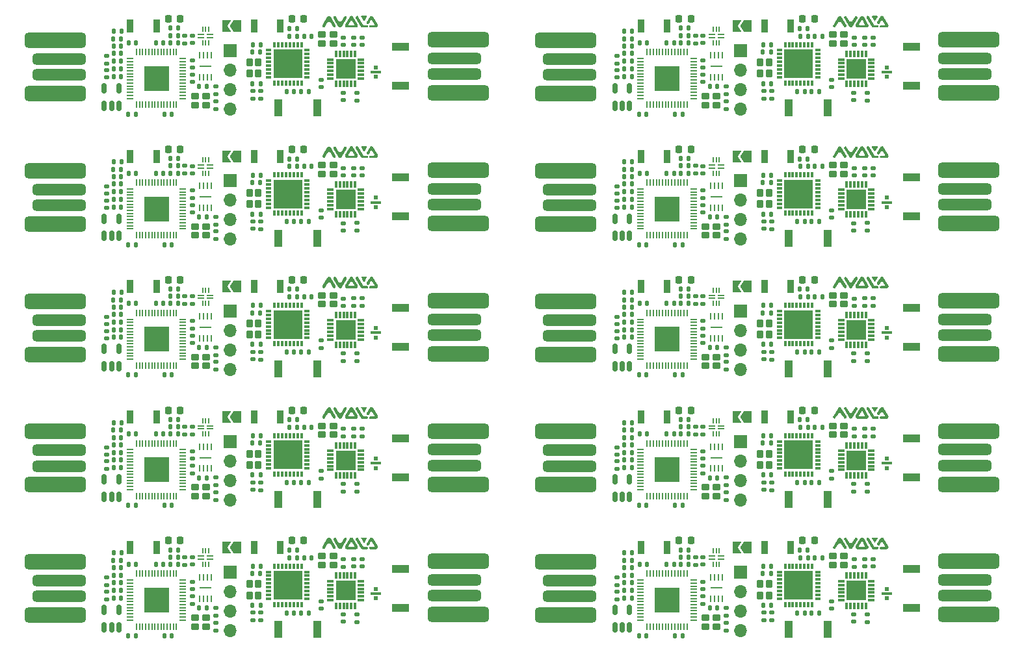
<source format=gbr>
%TF.GenerationSoftware,KiCad,Pcbnew,8.0.4*%
%TF.CreationDate,2024-10-06T23:42:51+02:00*%
%TF.ProjectId,elrs-sim-panel,656c7273-2d73-4696-9d2d-70616e656c2e,rev?*%
%TF.SameCoordinates,Original*%
%TF.FileFunction,Soldermask,Top*%
%TF.FilePolarity,Negative*%
%FSLAX46Y46*%
G04 Gerber Fmt 4.6, Leading zero omitted, Abs format (unit mm)*
G04 Created by KiCad (PCBNEW 8.0.4) date 2024-10-06 23:42:51*
%MOMM*%
%LPD*%
G01*
G04 APERTURE LIST*
G04 Aperture macros list*
%AMRoundRect*
0 Rectangle with rounded corners*
0 $1 Rounding radius*
0 $2 $3 $4 $5 $6 $7 $8 $9 X,Y pos of 4 corners*
0 Add a 4 corners polygon primitive as box body*
4,1,4,$2,$3,$4,$5,$6,$7,$8,$9,$2,$3,0*
0 Add four circle primitives for the rounded corners*
1,1,$1+$1,$2,$3*
1,1,$1+$1,$4,$5*
1,1,$1+$1,$6,$7*
1,1,$1+$1,$8,$9*
0 Add four rect primitives between the rounded corners*
20,1,$1+$1,$2,$3,$4,$5,0*
20,1,$1+$1,$4,$5,$6,$7,0*
20,1,$1+$1,$6,$7,$8,$9,0*
20,1,$1+$1,$8,$9,$2,$3,0*%
%AMFreePoly0*
4,1,6,1.000000,0.000000,0.500000,-0.750000,-0.500000,-0.750000,-0.500000,0.750000,0.500000,0.750000,1.000000,0.000000,1.000000,0.000000,$1*%
%AMFreePoly1*
4,1,6,0.500000,-0.750000,-0.650000,-0.750000,-0.150000,0.000000,-0.650000,0.750000,0.500000,0.750000,0.500000,-0.750000,0.500000,-0.750000,$1*%
G04 Aperture macros list end*
%ADD10C,0.000000*%
%ADD11RoundRect,0.135000X-0.135000X-0.185000X0.135000X-0.185000X0.135000X0.185000X-0.135000X0.185000X0*%
%ADD12RoundRect,0.140000X-0.140000X-0.170000X0.140000X-0.170000X0.140000X0.170000X-0.140000X0.170000X0*%
%ADD13RoundRect,0.135000X0.185000X-0.135000X0.185000X0.135000X-0.185000X0.135000X-0.185000X-0.135000X0*%
%ADD14RoundRect,0.140000X0.140000X0.170000X-0.140000X0.170000X-0.140000X-0.170000X0.140000X-0.170000X0*%
%ADD15R,0.900000X1.700000*%
%ADD16RoundRect,0.500000X-3.500000X0.500000X-3.500000X-0.500000X3.500000X-0.500000X3.500000X0.500000X0*%
%ADD17RoundRect,0.500000X-3.000000X0.250000X-3.000000X-0.250000X3.000000X-0.250000X3.000000X0.250000X0*%
%ADD18RoundRect,0.500000X3.500000X-0.500000X3.500000X0.500000X-3.500000X0.500000X-3.500000X-0.500000X0*%
%ADD19RoundRect,0.500000X3.000000X-0.250000X3.000000X0.250000X-3.000000X0.250000X-3.000000X-0.250000X0*%
%ADD20RoundRect,0.140000X-0.170000X0.140000X-0.170000X-0.140000X0.170000X-0.140000X0.170000X0.140000X0*%
%ADD21RoundRect,0.140000X0.170000X-0.140000X0.170000X0.140000X-0.170000X0.140000X-0.170000X-0.140000X0*%
%ADD22RoundRect,0.135000X0.135000X0.185000X-0.135000X0.185000X-0.135000X-0.185000X0.135000X-0.185000X0*%
%ADD23RoundRect,0.150000X0.150000X-0.512500X0.150000X0.512500X-0.150000X0.512500X-0.150000X-0.512500X0*%
%ADD24RoundRect,0.050000X0.050000X-0.387500X0.050000X0.387500X-0.050000X0.387500X-0.050000X-0.387500X0*%
%ADD25RoundRect,0.050000X0.387500X-0.050000X0.387500X0.050000X-0.387500X0.050000X-0.387500X-0.050000X0*%
%ADD26R,3.200000X3.200000*%
%ADD27RoundRect,0.102000X-0.373000X-0.323000X0.373000X-0.323000X0.373000X0.323000X-0.373000X0.323000X0*%
%ADD28RoundRect,0.062500X-0.062500X0.387500X-0.062500X-0.387500X0.062500X-0.387500X0.062500X0.387500X0*%
%ADD29R,1.600000X0.200000*%
%ADD30RoundRect,0.102000X0.323000X-0.373000X0.323000X0.373000X-0.323000X0.373000X-0.323000X-0.373000X0*%
%ADD31RoundRect,0.135000X-0.185000X0.135000X-0.185000X-0.135000X0.185000X-0.135000X0.185000X0.135000X0*%
%ADD32FreePoly0,180.000000*%
%ADD33FreePoly1,180.000000*%
%ADD34R,2.300000X1.000000*%
%ADD35R,0.600000X0.600000*%
%ADD36R,1.450000X0.300000*%
%ADD37RoundRect,0.050000X-0.350000X-0.050000X0.350000X-0.050000X0.350000X0.050000X-0.350000X0.050000X0*%
%ADD38RoundRect,0.050000X-0.050000X-0.325000X0.050000X-0.325000X0.050000X0.325000X-0.050000X0.325000X0*%
%ADD39RoundRect,0.218750X-0.218750X-0.256250X0.218750X-0.256250X0.218750X0.256250X-0.218750X0.256250X0*%
%ADD40R,1.000000X2.300000*%
%ADD41R,1.700000X1.700000*%
%ADD42O,1.700000X1.700000*%
%ADD43R,0.300000X0.800000*%
%ADD44R,0.800000X0.300000*%
%ADD45R,3.750000X3.750000*%
%ADD46RoundRect,0.102000X0.373000X0.323000X-0.373000X0.323000X-0.373000X-0.323000X0.373000X-0.323000X0*%
%ADD47R,0.300000X0.850000*%
%ADD48R,0.850000X0.300000*%
%ADD49R,2.650000X2.650000*%
G04 APERTURE END LIST*
D10*
G36*
X49191971Y-42413833D02*
G01*
X49208722Y-42415393D01*
X49225360Y-42417992D01*
X49241829Y-42421631D01*
X49258073Y-42426309D01*
X49274035Y-42432029D01*
X49289661Y-42438787D01*
X49304893Y-42446585D01*
X49319675Y-42455421D01*
X49333951Y-42465299D01*
X49347664Y-42476216D01*
X49360759Y-42488173D01*
X49373179Y-42501169D01*
X49384867Y-42515205D01*
X49395769Y-42530281D01*
X49405828Y-42546396D01*
X50025085Y-43617550D01*
X50031363Y-43629309D01*
X50036712Y-43641217D01*
X50041152Y-43653239D01*
X50044704Y-43665342D01*
X50047386Y-43677491D01*
X50049219Y-43689651D01*
X50050222Y-43701789D01*
X50050414Y-43713870D01*
X50049817Y-43725859D01*
X50048449Y-43737725D01*
X50046330Y-43749431D01*
X50043480Y-43760943D01*
X50039920Y-43772226D01*
X50035667Y-43783248D01*
X50030743Y-43793974D01*
X50025167Y-43804369D01*
X50018958Y-43814399D01*
X50012137Y-43824030D01*
X50004724Y-43833228D01*
X49996738Y-43841958D01*
X49988199Y-43850188D01*
X49979125Y-43857880D01*
X49969537Y-43865002D01*
X49959457Y-43871520D01*
X49948902Y-43877400D01*
X49937892Y-43882607D01*
X49926449Y-43887106D01*
X49914589Y-43890864D01*
X49902335Y-43893847D01*
X49889705Y-43896019D01*
X49876720Y-43897348D01*
X49863399Y-43897799D01*
X49857149Y-43897695D01*
X49850933Y-43897384D01*
X49844757Y-43896869D01*
X49838622Y-43896151D01*
X49832533Y-43895235D01*
X49826497Y-43894122D01*
X49820517Y-43892814D01*
X49814595Y-43891314D01*
X49808737Y-43889625D01*
X49802949Y-43887749D01*
X49797232Y-43885687D01*
X49791592Y-43883445D01*
X49786033Y-43881023D01*
X49780560Y-43878423D01*
X49775176Y-43875648D01*
X49769886Y-43872702D01*
X49764694Y-43869586D01*
X49759605Y-43866303D01*
X49754622Y-43862854D01*
X49749750Y-43859244D01*
X49744993Y-43855474D01*
X49740357Y-43851546D01*
X49735843Y-43847463D01*
X49731459Y-43843228D01*
X49727206Y-43838843D01*
X49723090Y-43834311D01*
X49719114Y-43829633D01*
X49715285Y-43824814D01*
X49711605Y-43819853D01*
X49708078Y-43814755D01*
X49704708Y-43809522D01*
X49701502Y-43804157D01*
X49411603Y-43300170D01*
X49401555Y-43283994D01*
X49390657Y-43268862D01*
X49378968Y-43254773D01*
X49366543Y-43241728D01*
X49353439Y-43229725D01*
X49339713Y-43218767D01*
X49325419Y-43208853D01*
X49310617Y-43199982D01*
X49295362Y-43192156D01*
X49279710Y-43185372D01*
X49263720Y-43179633D01*
X49247446Y-43174936D01*
X49230946Y-43171283D01*
X49214277Y-43168674D01*
X49197493Y-43167108D01*
X49180654Y-43166586D01*
X49163814Y-43167108D01*
X49147031Y-43168674D01*
X49130361Y-43171283D01*
X49113861Y-43174936D01*
X49097587Y-43179633D01*
X49081596Y-43185372D01*
X49065945Y-43192156D01*
X49050690Y-43199982D01*
X49035887Y-43208854D01*
X49021595Y-43218768D01*
X49007867Y-43229725D01*
X48994763Y-43241728D01*
X48982338Y-43254773D01*
X48970648Y-43268862D01*
X48959751Y-43283994D01*
X48949703Y-43300170D01*
X48661171Y-43801779D01*
X48654429Y-43812645D01*
X48647038Y-43822957D01*
X48639035Y-43832695D01*
X48630454Y-43841839D01*
X48621329Y-43850368D01*
X48611698Y-43858261D01*
X48601594Y-43865500D01*
X48591052Y-43872063D01*
X48580107Y-43877928D01*
X48568794Y-43883079D01*
X48557149Y-43887492D01*
X48545207Y-43891149D01*
X48533002Y-43894027D01*
X48520569Y-43896109D01*
X48507945Y-43897373D01*
X48495161Y-43897799D01*
X48481501Y-43897337D01*
X48468185Y-43895975D01*
X48455233Y-43893747D01*
X48442667Y-43890688D01*
X48430506Y-43886833D01*
X48418770Y-43882219D01*
X48407481Y-43876881D01*
X48396657Y-43870852D01*
X48386320Y-43864168D01*
X48376489Y-43856863D01*
X48367185Y-43848975D01*
X48358428Y-43840537D01*
X48350238Y-43831584D01*
X48342636Y-43822152D01*
X48335643Y-43812276D01*
X48329275Y-43801991D01*
X48323559Y-43791333D01*
X48318509Y-43780335D01*
X48314148Y-43769032D01*
X48310497Y-43757461D01*
X48307575Y-43745657D01*
X48305403Y-43733653D01*
X48304000Y-43721488D01*
X48303388Y-43709194D01*
X48303585Y-43696806D01*
X48304613Y-43684360D01*
X48306492Y-43671892D01*
X48309243Y-43659435D01*
X48312885Y-43647025D01*
X48317437Y-43634698D01*
X48322923Y-43622489D01*
X48329359Y-43610431D01*
X48944503Y-42546396D01*
X48954562Y-42530281D01*
X48965463Y-42515205D01*
X48977152Y-42501169D01*
X48989572Y-42488173D01*
X49002666Y-42476216D01*
X49016380Y-42465299D01*
X49030655Y-42455421D01*
X49045438Y-42446585D01*
X49060669Y-42438787D01*
X49076295Y-42432029D01*
X49092258Y-42426309D01*
X49108501Y-42421631D01*
X49124970Y-42417992D01*
X49141608Y-42415393D01*
X49158359Y-42413833D01*
X49175165Y-42413313D01*
X49191971Y-42413833D01*
G37*
G36*
X118599937Y-59394842D02*
G01*
X118616826Y-59396417D01*
X118633603Y-59399041D01*
X118650209Y-59402714D01*
X118666588Y-59407437D01*
X118682683Y-59413209D01*
X118698438Y-59420031D01*
X118713795Y-59427902D01*
X118728697Y-59436823D01*
X118743090Y-59446792D01*
X118756914Y-59457812D01*
X118770114Y-59469881D01*
X118782633Y-59483001D01*
X118794413Y-59497168D01*
X118805400Y-59512387D01*
X118815534Y-59528654D01*
X119383979Y-60513783D01*
X119392991Y-60530699D01*
X119400670Y-60547826D01*
X119407042Y-60565119D01*
X119412137Y-60582527D01*
X119415983Y-60600000D01*
X119418609Y-60617489D01*
X119420041Y-60634945D01*
X119420311Y-60652319D01*
X119419445Y-60669563D01*
X119417471Y-60686624D01*
X119414419Y-60703458D01*
X119410318Y-60720012D01*
X119405194Y-60736238D01*
X119399076Y-60752087D01*
X119391994Y-60767510D01*
X119383974Y-60782457D01*
X119375046Y-60796880D01*
X119365239Y-60810728D01*
X119354579Y-60823953D01*
X119343096Y-60836505D01*
X119330820Y-60848337D01*
X119317776Y-60859398D01*
X119303994Y-60869639D01*
X119289503Y-60879011D01*
X119274330Y-60887463D01*
X119258505Y-60894949D01*
X119242054Y-60901418D01*
X119225008Y-60906822D01*
X119207394Y-60911111D01*
X119189241Y-60914234D01*
X119170577Y-60916145D01*
X119151430Y-60916793D01*
X118014552Y-60916793D01*
X117995405Y-60916145D01*
X117976741Y-60914234D01*
X117958587Y-60911111D01*
X117940974Y-60906822D01*
X117923928Y-60901418D01*
X117907477Y-60894949D01*
X117891653Y-60887463D01*
X117876480Y-60879011D01*
X117861987Y-60869639D01*
X117848207Y-60859398D01*
X117835163Y-60848337D01*
X117822885Y-60836505D01*
X117811403Y-60823953D01*
X117800744Y-60810728D01*
X117790935Y-60796880D01*
X117782007Y-60782457D01*
X117773989Y-60767510D01*
X117766907Y-60752087D01*
X117760789Y-60736238D01*
X117755665Y-60720012D01*
X117751562Y-60703458D01*
X117748511Y-60686624D01*
X117746538Y-60669563D01*
X117745671Y-60652319D01*
X117745940Y-60634945D01*
X117747374Y-60617489D01*
X117750000Y-60600000D01*
X117753846Y-60582527D01*
X117758940Y-60565119D01*
X117765313Y-60547826D01*
X117769959Y-60537462D01*
X118200638Y-60537462D01*
X118200890Y-60542343D01*
X118201454Y-60547173D01*
X118202325Y-60551937D01*
X118203493Y-60556623D01*
X118204949Y-60561215D01*
X118206686Y-60565700D01*
X118208697Y-60570065D01*
X118210973Y-60574295D01*
X118213505Y-60578375D01*
X118216286Y-60582294D01*
X118219309Y-60586035D01*
X118222565Y-60589586D01*
X118226045Y-60592933D01*
X118229742Y-60596063D01*
X118233647Y-60598959D01*
X118237754Y-60601610D01*
X118242053Y-60604002D01*
X118246536Y-60606120D01*
X118251197Y-60607949D01*
X118256025Y-60609477D01*
X118261015Y-60610689D01*
X118266156Y-60611574D01*
X118271443Y-60612114D01*
X118276865Y-60612297D01*
X118889117Y-60612297D01*
X118894540Y-60612114D01*
X118899826Y-60611574D01*
X118904968Y-60610689D01*
X118909957Y-60609477D01*
X118914785Y-60607949D01*
X118919446Y-60606120D01*
X118923929Y-60604002D01*
X118928229Y-60601610D01*
X118932335Y-60598959D01*
X118936240Y-60596063D01*
X118939937Y-60592933D01*
X118943417Y-60589586D01*
X118946673Y-60586035D01*
X118949695Y-60582294D01*
X118952477Y-60578375D01*
X118955009Y-60574295D01*
X118957285Y-60570065D01*
X118959295Y-60565700D01*
X118961033Y-60561215D01*
X118962490Y-60556623D01*
X118963657Y-60551937D01*
X118964527Y-60547173D01*
X118965093Y-60542343D01*
X118965345Y-60537462D01*
X118965275Y-60532543D01*
X118964875Y-60527600D01*
X118964140Y-60522648D01*
X118963057Y-60517699D01*
X118961623Y-60512769D01*
X118959826Y-60507871D01*
X118957661Y-60503018D01*
X118955117Y-60498225D01*
X118648985Y-59965829D01*
X118646113Y-59961207D01*
X118643001Y-59956882D01*
X118639660Y-59952855D01*
X118636110Y-59949127D01*
X118632365Y-59945697D01*
X118628443Y-59942565D01*
X118624359Y-59939732D01*
X118620129Y-59937196D01*
X118615770Y-59934959D01*
X118611298Y-59933020D01*
X118606728Y-59931380D01*
X118602077Y-59930038D01*
X118597362Y-59928994D01*
X118592598Y-59928248D01*
X118587803Y-59927800D01*
X118582990Y-59927651D01*
X118578178Y-59927800D01*
X118573381Y-59928248D01*
X118568617Y-59928994D01*
X118563903Y-59930038D01*
X118559253Y-59931380D01*
X118554683Y-59933020D01*
X118550209Y-59934959D01*
X118545851Y-59937196D01*
X118541621Y-59939732D01*
X118537536Y-59942565D01*
X118533615Y-59945697D01*
X118529869Y-59949127D01*
X118526320Y-59952855D01*
X118522980Y-59956882D01*
X118519866Y-59961207D01*
X118516996Y-59965829D01*
X118210866Y-60498225D01*
X118208322Y-60503018D01*
X118206156Y-60507871D01*
X118204359Y-60512769D01*
X118202924Y-60517699D01*
X118201843Y-60522648D01*
X118201106Y-60527600D01*
X118200708Y-60532543D01*
X118200638Y-60537462D01*
X117769959Y-60537462D01*
X117772991Y-60530699D01*
X117782003Y-60513783D01*
X118350449Y-59528655D01*
X118360583Y-59512388D01*
X118371569Y-59497169D01*
X118383349Y-59483001D01*
X118395867Y-59469883D01*
X118409067Y-59457813D01*
X118422891Y-59446793D01*
X118437282Y-59436823D01*
X118452185Y-59427902D01*
X118467543Y-59420031D01*
X118483297Y-59413209D01*
X118499392Y-59407437D01*
X118515771Y-59402714D01*
X118532377Y-59399041D01*
X118549153Y-59396417D01*
X118566043Y-59394843D01*
X118582990Y-59394317D01*
X118599937Y-59394842D01*
G37*
G36*
X52099937Y-76394842D02*
G01*
X52116826Y-76396417D01*
X52133603Y-76399041D01*
X52150209Y-76402714D01*
X52166588Y-76407437D01*
X52182683Y-76413209D01*
X52198438Y-76420031D01*
X52213795Y-76427902D01*
X52228697Y-76436823D01*
X52243090Y-76446792D01*
X52256914Y-76457812D01*
X52270114Y-76469881D01*
X52282633Y-76483001D01*
X52294413Y-76497168D01*
X52305400Y-76512387D01*
X52315534Y-76528654D01*
X52883979Y-77513783D01*
X52892991Y-77530699D01*
X52900670Y-77547826D01*
X52907042Y-77565119D01*
X52912137Y-77582527D01*
X52915983Y-77600000D01*
X52918609Y-77617489D01*
X52920041Y-77634945D01*
X52920311Y-77652319D01*
X52919445Y-77669563D01*
X52917471Y-77686624D01*
X52914419Y-77703458D01*
X52910318Y-77720012D01*
X52905194Y-77736238D01*
X52899076Y-77752087D01*
X52891994Y-77767510D01*
X52883974Y-77782457D01*
X52875046Y-77796880D01*
X52865239Y-77810728D01*
X52854579Y-77823953D01*
X52843096Y-77836505D01*
X52830820Y-77848337D01*
X52817776Y-77859398D01*
X52803994Y-77869639D01*
X52789503Y-77879011D01*
X52774330Y-77887463D01*
X52758505Y-77894949D01*
X52742054Y-77901418D01*
X52725008Y-77906822D01*
X52707394Y-77911111D01*
X52689241Y-77914234D01*
X52670577Y-77916145D01*
X52651430Y-77916793D01*
X51514552Y-77916793D01*
X51495405Y-77916145D01*
X51476741Y-77914234D01*
X51458587Y-77911111D01*
X51440974Y-77906822D01*
X51423928Y-77901418D01*
X51407477Y-77894949D01*
X51391653Y-77887463D01*
X51376480Y-77879011D01*
X51361987Y-77869639D01*
X51348207Y-77859398D01*
X51335163Y-77848337D01*
X51322885Y-77836505D01*
X51311403Y-77823953D01*
X51300744Y-77810728D01*
X51290935Y-77796880D01*
X51282007Y-77782457D01*
X51273989Y-77767510D01*
X51266907Y-77752087D01*
X51260789Y-77736238D01*
X51255665Y-77720012D01*
X51251562Y-77703458D01*
X51248511Y-77686624D01*
X51246538Y-77669563D01*
X51245671Y-77652319D01*
X51245940Y-77634945D01*
X51247374Y-77617489D01*
X51250000Y-77600000D01*
X51253846Y-77582527D01*
X51258940Y-77565119D01*
X51265313Y-77547826D01*
X51269959Y-77537462D01*
X51700638Y-77537462D01*
X51700890Y-77542343D01*
X51701454Y-77547173D01*
X51702325Y-77551937D01*
X51703493Y-77556623D01*
X51704949Y-77561215D01*
X51706686Y-77565700D01*
X51708697Y-77570065D01*
X51710973Y-77574295D01*
X51713505Y-77578375D01*
X51716286Y-77582294D01*
X51719309Y-77586035D01*
X51722565Y-77589586D01*
X51726045Y-77592933D01*
X51729742Y-77596063D01*
X51733647Y-77598959D01*
X51737754Y-77601610D01*
X51742053Y-77604002D01*
X51746536Y-77606120D01*
X51751197Y-77607949D01*
X51756025Y-77609477D01*
X51761015Y-77610689D01*
X51766156Y-77611574D01*
X51771443Y-77612114D01*
X51776865Y-77612297D01*
X52389117Y-77612297D01*
X52394540Y-77612114D01*
X52399826Y-77611574D01*
X52404968Y-77610689D01*
X52409957Y-77609477D01*
X52414785Y-77607949D01*
X52419446Y-77606120D01*
X52423929Y-77604002D01*
X52428229Y-77601610D01*
X52432335Y-77598959D01*
X52436240Y-77596063D01*
X52439937Y-77592933D01*
X52443417Y-77589586D01*
X52446673Y-77586035D01*
X52449695Y-77582294D01*
X52452477Y-77578375D01*
X52455009Y-77574295D01*
X52457285Y-77570065D01*
X52459295Y-77565700D01*
X52461033Y-77561215D01*
X52462490Y-77556623D01*
X52463657Y-77551937D01*
X52464527Y-77547173D01*
X52465093Y-77542343D01*
X52465345Y-77537462D01*
X52465275Y-77532543D01*
X52464875Y-77527600D01*
X52464140Y-77522648D01*
X52463057Y-77517699D01*
X52461623Y-77512769D01*
X52459826Y-77507871D01*
X52457661Y-77503018D01*
X52455117Y-77498225D01*
X52148985Y-76965829D01*
X52146113Y-76961207D01*
X52143001Y-76956882D01*
X52139660Y-76952855D01*
X52136110Y-76949127D01*
X52132365Y-76945697D01*
X52128443Y-76942565D01*
X52124359Y-76939732D01*
X52120129Y-76937196D01*
X52115770Y-76934959D01*
X52111298Y-76933020D01*
X52106728Y-76931380D01*
X52102077Y-76930038D01*
X52097362Y-76928994D01*
X52092598Y-76928248D01*
X52087803Y-76927800D01*
X52082990Y-76927651D01*
X52078178Y-76927800D01*
X52073381Y-76928248D01*
X52068617Y-76928994D01*
X52063903Y-76930038D01*
X52059253Y-76931380D01*
X52054683Y-76933020D01*
X52050209Y-76934959D01*
X52045851Y-76937196D01*
X52041621Y-76939732D01*
X52037536Y-76942565D01*
X52033615Y-76945697D01*
X52029869Y-76949127D01*
X52026320Y-76952855D01*
X52022980Y-76956882D01*
X52019866Y-76961207D01*
X52016996Y-76965829D01*
X51710866Y-77498225D01*
X51708322Y-77503018D01*
X51706156Y-77507871D01*
X51704359Y-77512769D01*
X51702924Y-77517699D01*
X51701843Y-77522648D01*
X51701106Y-77527600D01*
X51700708Y-77532543D01*
X51700638Y-77537462D01*
X51269959Y-77537462D01*
X51272991Y-77530699D01*
X51282003Y-77513783D01*
X51850449Y-76528655D01*
X51860583Y-76512388D01*
X51871569Y-76497169D01*
X51883349Y-76483001D01*
X51895867Y-76469883D01*
X51909067Y-76457813D01*
X51922891Y-76446793D01*
X51937282Y-76436823D01*
X51952185Y-76427902D01*
X51967543Y-76420031D01*
X51983297Y-76413209D01*
X51999392Y-76407437D01*
X52015771Y-76402714D01*
X52032377Y-76399041D01*
X52049153Y-76396417D01*
X52066043Y-76394843D01*
X52082990Y-76394317D01*
X52099937Y-76394842D01*
G37*
G36*
X117814893Y-25413775D02*
G01*
X117828209Y-25415139D01*
X117841160Y-25417366D01*
X117853725Y-25420425D01*
X117865886Y-25424279D01*
X117877621Y-25428893D01*
X117888911Y-25434232D01*
X117899733Y-25440261D01*
X117910071Y-25446945D01*
X117919901Y-25454248D01*
X117929205Y-25462137D01*
X117937962Y-25470575D01*
X117946152Y-25479527D01*
X117953754Y-25488958D01*
X117960747Y-25498835D01*
X117967113Y-25509120D01*
X117972831Y-25519779D01*
X117977881Y-25530777D01*
X117982242Y-25542078D01*
X117985893Y-25553650D01*
X117988815Y-25565454D01*
X117990987Y-25577457D01*
X117992390Y-25589623D01*
X117993003Y-25601917D01*
X117992805Y-25614306D01*
X117991777Y-25626751D01*
X117989898Y-25639221D01*
X117987147Y-25651678D01*
X117983507Y-25664087D01*
X117978954Y-25676415D01*
X117973469Y-25688626D01*
X117967032Y-25700682D01*
X117351885Y-26764715D01*
X117341827Y-26780831D01*
X117330927Y-26795907D01*
X117319238Y-26809943D01*
X117306819Y-26822939D01*
X117293725Y-26834896D01*
X117280011Y-26845814D01*
X117265736Y-26855691D01*
X117250955Y-26864528D01*
X117235723Y-26872327D01*
X117220099Y-26879084D01*
X117204135Y-26884803D01*
X117187892Y-26889482D01*
X117171423Y-26893120D01*
X117154785Y-26895719D01*
X117138035Y-26897279D01*
X117121229Y-26897799D01*
X117104421Y-26897279D01*
X117087672Y-26895719D01*
X117071034Y-26893120D01*
X117054565Y-26889482D01*
X117038321Y-26884803D01*
X117022357Y-26879084D01*
X117006732Y-26872327D01*
X116991500Y-26864528D01*
X116976717Y-26855691D01*
X116962442Y-26845814D01*
X116948729Y-26834896D01*
X116935633Y-26822939D01*
X116923213Y-26809943D01*
X116911525Y-26795907D01*
X116900623Y-26780831D01*
X116890565Y-26764715D01*
X116271307Y-25693557D01*
X116265030Y-25681798D01*
X116259680Y-25669890D01*
X116255240Y-25657869D01*
X116251689Y-25645767D01*
X116249006Y-25633619D01*
X116247174Y-25621458D01*
X116246171Y-25609321D01*
X116245979Y-25597241D01*
X116246576Y-25585251D01*
X116247943Y-25573386D01*
X116250062Y-25561681D01*
X116252912Y-25550170D01*
X116256473Y-25538886D01*
X116260725Y-25527864D01*
X116265649Y-25517139D01*
X116271225Y-25506744D01*
X116277433Y-25496713D01*
X116284255Y-25487082D01*
X116291667Y-25477884D01*
X116299655Y-25469154D01*
X116308194Y-25460926D01*
X116317267Y-25453233D01*
X116326854Y-25446111D01*
X116336935Y-25439592D01*
X116347490Y-25433712D01*
X116358500Y-25428507D01*
X116369945Y-25424007D01*
X116381803Y-25420248D01*
X116394057Y-25417266D01*
X116406687Y-25415093D01*
X116419673Y-25413765D01*
X116432995Y-25413313D01*
X116439243Y-25413418D01*
X116445459Y-25413729D01*
X116451636Y-25414243D01*
X116457770Y-25414961D01*
X116463858Y-25415878D01*
X116469895Y-25416991D01*
X116475876Y-25418299D01*
X116481798Y-25419798D01*
X116487655Y-25421488D01*
X116493444Y-25423365D01*
X116499161Y-25425425D01*
X116504801Y-25427668D01*
X116510359Y-25430091D01*
X116515832Y-25432690D01*
X116521217Y-25435464D01*
X116526506Y-25438410D01*
X116531699Y-25441527D01*
X116536788Y-25444810D01*
X116541770Y-25448259D01*
X116546642Y-25451868D01*
X116551399Y-25455639D01*
X116556036Y-25459566D01*
X116560549Y-25463649D01*
X116564934Y-25467885D01*
X116569187Y-25472269D01*
X116573303Y-25476802D01*
X116577277Y-25481479D01*
X116581107Y-25486300D01*
X116584789Y-25491259D01*
X116588315Y-25496357D01*
X116591684Y-25501590D01*
X116594891Y-25506955D01*
X116884789Y-26010939D01*
X116894838Y-26027115D01*
X116905735Y-26042247D01*
X116917424Y-26056336D01*
X116929849Y-26069381D01*
X116942954Y-26081383D01*
X116956681Y-26092342D01*
X116970974Y-26102256D01*
X116985776Y-26111127D01*
X117001031Y-26118954D01*
X117016682Y-26125738D01*
X117032672Y-26131477D01*
X117048947Y-26136174D01*
X117065447Y-26139827D01*
X117082117Y-26142436D01*
X117098899Y-26144001D01*
X117115739Y-26144523D01*
X117132578Y-26144001D01*
X117149361Y-26142436D01*
X117166032Y-26139826D01*
X117182532Y-26136174D01*
X117198805Y-26131477D01*
X117214796Y-26125737D01*
X117230448Y-26118954D01*
X117245702Y-26111127D01*
X117260504Y-26102255D01*
X117274797Y-26092341D01*
X117288524Y-26081382D01*
X117301628Y-26069381D01*
X117314054Y-26056336D01*
X117325743Y-26042247D01*
X117336641Y-26027113D01*
X117346689Y-26010937D01*
X117635217Y-25509336D01*
X117641960Y-25498468D01*
X117649351Y-25488155D01*
X117657354Y-25478416D01*
X117665936Y-25469272D01*
X117675060Y-25460742D01*
X117684693Y-25452849D01*
X117694797Y-25445610D01*
X117705341Y-25439049D01*
X117716286Y-25433182D01*
X117727599Y-25428033D01*
X117739244Y-25423619D01*
X117751188Y-25419964D01*
X117763393Y-25417084D01*
X117775826Y-25415003D01*
X117788451Y-25413739D01*
X117801234Y-25413313D01*
X117814893Y-25413775D01*
G37*
G36*
X51314893Y-59413775D02*
G01*
X51328209Y-59415139D01*
X51341160Y-59417366D01*
X51353725Y-59420425D01*
X51365886Y-59424279D01*
X51377621Y-59428893D01*
X51388911Y-59434232D01*
X51399733Y-59440261D01*
X51410071Y-59446945D01*
X51419901Y-59454248D01*
X51429205Y-59462137D01*
X51437962Y-59470575D01*
X51446152Y-59479527D01*
X51453754Y-59488958D01*
X51460747Y-59498835D01*
X51467113Y-59509120D01*
X51472831Y-59519779D01*
X51477881Y-59530777D01*
X51482242Y-59542078D01*
X51485893Y-59553650D01*
X51488815Y-59565454D01*
X51490987Y-59577457D01*
X51492390Y-59589623D01*
X51493003Y-59601917D01*
X51492805Y-59614306D01*
X51491777Y-59626751D01*
X51489898Y-59639221D01*
X51487147Y-59651678D01*
X51483507Y-59664087D01*
X51478954Y-59676415D01*
X51473469Y-59688626D01*
X51467032Y-59700682D01*
X50851885Y-60764715D01*
X50841827Y-60780831D01*
X50830927Y-60795907D01*
X50819238Y-60809943D01*
X50806819Y-60822939D01*
X50793725Y-60834896D01*
X50780011Y-60845814D01*
X50765736Y-60855691D01*
X50750955Y-60864528D01*
X50735723Y-60872327D01*
X50720099Y-60879084D01*
X50704135Y-60884803D01*
X50687892Y-60889482D01*
X50671423Y-60893120D01*
X50654785Y-60895719D01*
X50638035Y-60897279D01*
X50621229Y-60897799D01*
X50604421Y-60897279D01*
X50587672Y-60895719D01*
X50571034Y-60893120D01*
X50554565Y-60889482D01*
X50538321Y-60884803D01*
X50522357Y-60879084D01*
X50506732Y-60872327D01*
X50491500Y-60864528D01*
X50476717Y-60855691D01*
X50462442Y-60845814D01*
X50448729Y-60834896D01*
X50435633Y-60822939D01*
X50423213Y-60809943D01*
X50411525Y-60795907D01*
X50400623Y-60780831D01*
X50390565Y-60764715D01*
X49771307Y-59693557D01*
X49765030Y-59681798D01*
X49759680Y-59669890D01*
X49755240Y-59657869D01*
X49751689Y-59645767D01*
X49749006Y-59633619D01*
X49747174Y-59621458D01*
X49746171Y-59609321D01*
X49745979Y-59597241D01*
X49746576Y-59585251D01*
X49747943Y-59573386D01*
X49750062Y-59561681D01*
X49752912Y-59550170D01*
X49756473Y-59538886D01*
X49760725Y-59527864D01*
X49765649Y-59517139D01*
X49771225Y-59506744D01*
X49777433Y-59496713D01*
X49784255Y-59487082D01*
X49791667Y-59477884D01*
X49799655Y-59469154D01*
X49808194Y-59460926D01*
X49817267Y-59453233D01*
X49826854Y-59446111D01*
X49836935Y-59439592D01*
X49847490Y-59433712D01*
X49858500Y-59428507D01*
X49869945Y-59424007D01*
X49881803Y-59420248D01*
X49894057Y-59417266D01*
X49906687Y-59415093D01*
X49919673Y-59413765D01*
X49932995Y-59413313D01*
X49939243Y-59413418D01*
X49945459Y-59413729D01*
X49951636Y-59414243D01*
X49957770Y-59414961D01*
X49963858Y-59415878D01*
X49969895Y-59416991D01*
X49975876Y-59418299D01*
X49981798Y-59419798D01*
X49987655Y-59421488D01*
X49993444Y-59423365D01*
X49999161Y-59425425D01*
X50004801Y-59427668D01*
X50010359Y-59430091D01*
X50015832Y-59432690D01*
X50021217Y-59435464D01*
X50026506Y-59438410D01*
X50031699Y-59441527D01*
X50036788Y-59444810D01*
X50041770Y-59448259D01*
X50046642Y-59451868D01*
X50051399Y-59455639D01*
X50056036Y-59459566D01*
X50060549Y-59463649D01*
X50064934Y-59467885D01*
X50069187Y-59472269D01*
X50073303Y-59476802D01*
X50077277Y-59481479D01*
X50081107Y-59486300D01*
X50084789Y-59491259D01*
X50088315Y-59496357D01*
X50091684Y-59501590D01*
X50094891Y-59506955D01*
X50384789Y-60010939D01*
X50394838Y-60027115D01*
X50405735Y-60042247D01*
X50417424Y-60056336D01*
X50429849Y-60069381D01*
X50442954Y-60081383D01*
X50456681Y-60092342D01*
X50470974Y-60102256D01*
X50485776Y-60111127D01*
X50501031Y-60118954D01*
X50516682Y-60125738D01*
X50532672Y-60131477D01*
X50548947Y-60136174D01*
X50565447Y-60139827D01*
X50582117Y-60142436D01*
X50598899Y-60144001D01*
X50615739Y-60144523D01*
X50632578Y-60144001D01*
X50649361Y-60142436D01*
X50666032Y-60139826D01*
X50682532Y-60136174D01*
X50698805Y-60131477D01*
X50714796Y-60125737D01*
X50730448Y-60118954D01*
X50745702Y-60111127D01*
X50760504Y-60102255D01*
X50774797Y-60092341D01*
X50788524Y-60081382D01*
X50801628Y-60069381D01*
X50814054Y-60056336D01*
X50825743Y-60042247D01*
X50836641Y-60027113D01*
X50846689Y-60010937D01*
X51135217Y-59509336D01*
X51141960Y-59498468D01*
X51149351Y-59488155D01*
X51157354Y-59478416D01*
X51165936Y-59469272D01*
X51175060Y-59460742D01*
X51184693Y-59452849D01*
X51194797Y-59445610D01*
X51205341Y-59439049D01*
X51216286Y-59433182D01*
X51227599Y-59428033D01*
X51239244Y-59423619D01*
X51251188Y-59419964D01*
X51263393Y-59417084D01*
X51275826Y-59415003D01*
X51288451Y-59413739D01*
X51301234Y-59413313D01*
X51314893Y-59413775D01*
G37*
G36*
X52847611Y-8394719D02*
G01*
X52859548Y-8395912D01*
X52871303Y-8397878D01*
X52882845Y-8400596D01*
X52894137Y-8404047D01*
X52905151Y-8408213D01*
X52915850Y-8413075D01*
X52926202Y-8418613D01*
X52936175Y-8424809D01*
X52945736Y-8431643D01*
X52954850Y-8439098D01*
X52963486Y-8447151D01*
X52971610Y-8455786D01*
X52979188Y-8464984D01*
X52986189Y-8474725D01*
X52992579Y-8484989D01*
X53577505Y-9498111D01*
X53581430Y-9504655D01*
X53585552Y-9511038D01*
X53589867Y-9517256D01*
X53594368Y-9523305D01*
X53599052Y-9529184D01*
X53603913Y-9534888D01*
X53608945Y-9540416D01*
X53614143Y-9545763D01*
X53619502Y-9550927D01*
X53625017Y-9555906D01*
X53630684Y-9560695D01*
X53636495Y-9565292D01*
X53642447Y-9569695D01*
X53648534Y-9573900D01*
X53654751Y-9577903D01*
X53661093Y-9581702D01*
X53667555Y-9585295D01*
X53674130Y-9588677D01*
X53680815Y-9591846D01*
X53687603Y-9594799D01*
X53694491Y-9597534D01*
X53701472Y-9600045D01*
X53708542Y-9602333D01*
X53715694Y-9604392D01*
X53722924Y-9606221D01*
X53730227Y-9607814D01*
X53737599Y-9609171D01*
X53745032Y-9610289D01*
X53752522Y-9611163D01*
X53760064Y-9611791D01*
X53767653Y-9612170D01*
X53775284Y-9612297D01*
X54090760Y-9612297D01*
X54098594Y-9612495D01*
X54106325Y-9613083D01*
X54113944Y-9614052D01*
X54121441Y-9615390D01*
X54128806Y-9617090D01*
X54136030Y-9619142D01*
X54143104Y-9621536D01*
X54150017Y-9624263D01*
X54156761Y-9627311D01*
X54163325Y-9630673D01*
X54169701Y-9634340D01*
X54175877Y-9638299D01*
X54181846Y-9642545D01*
X54187598Y-9647064D01*
X54193121Y-9651849D01*
X54198409Y-9656891D01*
X54203449Y-9662179D01*
X54208234Y-9667703D01*
X54212753Y-9673454D01*
X54216998Y-9679424D01*
X54220958Y-9685601D01*
X54224624Y-9691976D01*
X54227986Y-9698540D01*
X54231034Y-9705285D01*
X54233761Y-9712199D01*
X54236153Y-9719273D01*
X54238205Y-9726497D01*
X54239905Y-9733862D01*
X54241244Y-9741360D01*
X54242212Y-9748979D01*
X54242800Y-9756710D01*
X54242998Y-9764545D01*
X54242800Y-9772380D01*
X54242212Y-9780111D01*
X54241244Y-9787731D01*
X54239905Y-9795229D01*
X54238205Y-9802595D01*
X54236153Y-9809820D01*
X54233761Y-9816894D01*
X54231034Y-9823808D01*
X54227986Y-9830552D01*
X54224624Y-9837116D01*
X54220958Y-9843493D01*
X54216998Y-9849669D01*
X54212752Y-9855638D01*
X54208233Y-9861390D01*
X54203449Y-9866913D01*
X54198407Y-9872202D01*
X54193120Y-9877243D01*
X54187595Y-9882027D01*
X54181844Y-9886547D01*
X54175875Y-9890791D01*
X54169699Y-9894751D01*
X54163322Y-9898417D01*
X54156758Y-9901779D01*
X54150014Y-9904829D01*
X54143099Y-9907554D01*
X54136025Y-9909948D01*
X54128800Y-9911999D01*
X54121435Y-9913699D01*
X54113937Y-9915038D01*
X54106317Y-9916005D01*
X54098585Y-9916593D01*
X54090751Y-9916793D01*
X53532287Y-9916793D01*
X53517069Y-9916286D01*
X53502038Y-9914784D01*
X53487236Y-9912309D01*
X53472704Y-9908887D01*
X53458483Y-9904541D01*
X53444614Y-9899294D01*
X53431142Y-9893172D01*
X53418105Y-9886197D01*
X53405547Y-9878395D01*
X53393507Y-9869787D01*
X53382031Y-9860401D01*
X53371156Y-9850259D01*
X53360925Y-9839383D01*
X53351381Y-9827801D01*
X53342565Y-9815533D01*
X53334518Y-9802607D01*
X52678483Y-8666331D01*
X52672396Y-8654914D01*
X52667211Y-8643353D01*
X52662908Y-8631682D01*
X52659466Y-8619933D01*
X52656868Y-8608139D01*
X52655096Y-8596335D01*
X52654127Y-8584553D01*
X52653945Y-8572826D01*
X52654531Y-8561188D01*
X52655863Y-8549672D01*
X52657924Y-8538310D01*
X52660694Y-8527137D01*
X52664153Y-8516185D01*
X52668285Y-8505488D01*
X52673068Y-8495078D01*
X52678484Y-8484989D01*
X52684513Y-8475254D01*
X52691137Y-8465907D01*
X52698334Y-8456980D01*
X52706089Y-8448508D01*
X52714381Y-8440522D01*
X52723190Y-8433057D01*
X52732496Y-8426145D01*
X52742283Y-8419819D01*
X52752529Y-8414114D01*
X52763217Y-8409061D01*
X52774325Y-8404695D01*
X52785837Y-8401047D01*
X52797733Y-8398153D01*
X52809992Y-8396044D01*
X52822597Y-8394755D01*
X52835527Y-8394317D01*
X52847611Y-8394719D01*
G37*
G36*
X118599937Y-8394842D02*
G01*
X118616826Y-8396417D01*
X118633603Y-8399041D01*
X118650209Y-8402714D01*
X118666588Y-8407437D01*
X118682683Y-8413209D01*
X118698438Y-8420031D01*
X118713795Y-8427902D01*
X118728697Y-8436823D01*
X118743090Y-8446792D01*
X118756914Y-8457812D01*
X118770114Y-8469881D01*
X118782633Y-8483001D01*
X118794413Y-8497168D01*
X118805400Y-8512387D01*
X118815534Y-8528654D01*
X119383979Y-9513783D01*
X119392991Y-9530699D01*
X119400670Y-9547826D01*
X119407042Y-9565119D01*
X119412137Y-9582527D01*
X119415983Y-9600000D01*
X119418609Y-9617489D01*
X119420041Y-9634945D01*
X119420311Y-9652319D01*
X119419445Y-9669563D01*
X119417471Y-9686624D01*
X119414419Y-9703458D01*
X119410318Y-9720012D01*
X119405194Y-9736238D01*
X119399076Y-9752087D01*
X119391994Y-9767510D01*
X119383974Y-9782457D01*
X119375046Y-9796880D01*
X119365239Y-9810728D01*
X119354579Y-9823953D01*
X119343096Y-9836505D01*
X119330820Y-9848337D01*
X119317776Y-9859398D01*
X119303994Y-9869639D01*
X119289503Y-9879011D01*
X119274330Y-9887463D01*
X119258505Y-9894949D01*
X119242054Y-9901418D01*
X119225008Y-9906822D01*
X119207394Y-9911111D01*
X119189241Y-9914234D01*
X119170577Y-9916145D01*
X119151430Y-9916793D01*
X118014552Y-9916793D01*
X117995405Y-9916145D01*
X117976741Y-9914234D01*
X117958587Y-9911111D01*
X117940974Y-9906822D01*
X117923928Y-9901418D01*
X117907477Y-9894949D01*
X117891653Y-9887463D01*
X117876480Y-9879011D01*
X117861987Y-9869639D01*
X117848207Y-9859398D01*
X117835163Y-9848337D01*
X117822885Y-9836505D01*
X117811403Y-9823953D01*
X117800744Y-9810728D01*
X117790935Y-9796880D01*
X117782007Y-9782457D01*
X117773989Y-9767510D01*
X117766907Y-9752087D01*
X117760789Y-9736238D01*
X117755665Y-9720012D01*
X117751562Y-9703458D01*
X117748511Y-9686624D01*
X117746538Y-9669563D01*
X117745671Y-9652319D01*
X117745940Y-9634945D01*
X117747374Y-9617489D01*
X117750000Y-9600000D01*
X117753846Y-9582527D01*
X117758940Y-9565119D01*
X117765313Y-9547826D01*
X117769959Y-9537462D01*
X118200638Y-9537462D01*
X118200890Y-9542343D01*
X118201454Y-9547173D01*
X118202325Y-9551937D01*
X118203493Y-9556623D01*
X118204949Y-9561215D01*
X118206686Y-9565700D01*
X118208697Y-9570065D01*
X118210973Y-9574295D01*
X118213505Y-9578375D01*
X118216286Y-9582294D01*
X118219309Y-9586035D01*
X118222565Y-9589586D01*
X118226045Y-9592933D01*
X118229742Y-9596063D01*
X118233647Y-9598959D01*
X118237754Y-9601610D01*
X118242053Y-9604002D01*
X118246536Y-9606120D01*
X118251197Y-9607949D01*
X118256025Y-9609477D01*
X118261015Y-9610689D01*
X118266156Y-9611574D01*
X118271443Y-9612114D01*
X118276865Y-9612297D01*
X118889117Y-9612297D01*
X118894540Y-9612114D01*
X118899826Y-9611574D01*
X118904968Y-9610689D01*
X118909957Y-9609477D01*
X118914785Y-9607949D01*
X118919446Y-9606120D01*
X118923929Y-9604002D01*
X118928229Y-9601610D01*
X118932335Y-9598959D01*
X118936240Y-9596063D01*
X118939937Y-9592933D01*
X118943417Y-9589586D01*
X118946673Y-9586035D01*
X118949695Y-9582294D01*
X118952477Y-9578375D01*
X118955009Y-9574295D01*
X118957285Y-9570065D01*
X118959295Y-9565700D01*
X118961033Y-9561215D01*
X118962490Y-9556623D01*
X118963657Y-9551937D01*
X118964527Y-9547173D01*
X118965093Y-9542343D01*
X118965345Y-9537462D01*
X118965275Y-9532543D01*
X118964875Y-9527600D01*
X118964140Y-9522648D01*
X118963057Y-9517699D01*
X118961623Y-9512769D01*
X118959826Y-9507871D01*
X118957661Y-9503018D01*
X118955117Y-9498225D01*
X118648985Y-8965829D01*
X118646113Y-8961207D01*
X118643001Y-8956882D01*
X118639660Y-8952855D01*
X118636110Y-8949127D01*
X118632365Y-8945697D01*
X118628443Y-8942565D01*
X118624359Y-8939732D01*
X118620129Y-8937196D01*
X118615770Y-8934959D01*
X118611298Y-8933020D01*
X118606728Y-8931380D01*
X118602077Y-8930038D01*
X118597362Y-8928994D01*
X118592598Y-8928248D01*
X118587803Y-8927800D01*
X118582990Y-8927651D01*
X118578178Y-8927800D01*
X118573381Y-8928248D01*
X118568617Y-8928994D01*
X118563903Y-8930038D01*
X118559253Y-8931380D01*
X118554683Y-8933020D01*
X118550209Y-8934959D01*
X118545851Y-8937196D01*
X118541621Y-8939732D01*
X118537536Y-8942565D01*
X118533615Y-8945697D01*
X118529869Y-8949127D01*
X118526320Y-8952855D01*
X118522980Y-8956882D01*
X118519866Y-8961207D01*
X118516996Y-8965829D01*
X118210866Y-9498225D01*
X118208322Y-9503018D01*
X118206156Y-9507871D01*
X118204359Y-9512769D01*
X118202924Y-9517699D01*
X118201843Y-9522648D01*
X118201106Y-9527600D01*
X118200708Y-9532543D01*
X118200638Y-9537462D01*
X117769959Y-9537462D01*
X117772991Y-9530699D01*
X117782003Y-9513783D01*
X118350449Y-8528655D01*
X118360583Y-8512388D01*
X118371569Y-8497169D01*
X118383349Y-8483001D01*
X118395867Y-8469883D01*
X118409067Y-8457813D01*
X118422891Y-8446793D01*
X118437282Y-8436823D01*
X118452185Y-8427902D01*
X118467543Y-8420031D01*
X118483297Y-8413209D01*
X118499392Y-8407437D01*
X118515771Y-8402714D01*
X118532377Y-8399041D01*
X118549153Y-8396417D01*
X118566043Y-8394843D01*
X118582990Y-8394317D01*
X118599937Y-8394842D01*
G37*
G36*
X54047312Y-76394501D02*
G01*
X54052598Y-76395041D01*
X54057739Y-76395925D01*
X54062728Y-76397137D01*
X54067557Y-76398666D01*
X54072218Y-76400496D01*
X54076700Y-76402613D01*
X54080999Y-76405005D01*
X54085106Y-76407655D01*
X54089012Y-76410552D01*
X54092708Y-76413682D01*
X54096188Y-76417029D01*
X54099443Y-76420581D01*
X54102466Y-76424322D01*
X54105247Y-76428240D01*
X54107780Y-76432321D01*
X54110055Y-76436551D01*
X54112065Y-76440916D01*
X54113803Y-76445401D01*
X54115259Y-76449993D01*
X54116426Y-76454679D01*
X54117296Y-76459443D01*
X54117860Y-76464273D01*
X54118112Y-76469154D01*
X54118042Y-76474073D01*
X54117643Y-76479016D01*
X54116905Y-76483968D01*
X54115822Y-76488915D01*
X54114387Y-76493845D01*
X54112589Y-76498743D01*
X54110422Y-76503595D01*
X54107878Y-76508387D01*
X53801756Y-77040787D01*
X53798885Y-77045410D01*
X53795771Y-77049735D01*
X53792432Y-77053762D01*
X53788881Y-77057490D01*
X53785137Y-77060920D01*
X53781214Y-77064052D01*
X53777131Y-77066885D01*
X53772901Y-77069421D01*
X53768541Y-77071657D01*
X53764069Y-77073597D01*
X53759499Y-77075236D01*
X53754849Y-77076579D01*
X53750134Y-77077623D01*
X53745370Y-77078368D01*
X53740574Y-77078817D01*
X53735762Y-77078965D01*
X53730949Y-77078817D01*
X53726153Y-77078368D01*
X53721389Y-77077623D01*
X53716675Y-77076579D01*
X53712023Y-77075236D01*
X53707454Y-77073597D01*
X53702981Y-77071657D01*
X53698622Y-77069421D01*
X53694392Y-77066885D01*
X53690308Y-77064052D01*
X53686385Y-77060920D01*
X53682641Y-77057490D01*
X53679092Y-77053762D01*
X53675751Y-77049735D01*
X53672638Y-77045410D01*
X53669767Y-77040787D01*
X53363635Y-76508387D01*
X53361092Y-76503595D01*
X53358926Y-76498743D01*
X53357128Y-76493845D01*
X53355693Y-76488915D01*
X53354612Y-76483968D01*
X53353875Y-76479016D01*
X53353477Y-76474073D01*
X53353406Y-76469154D01*
X53353658Y-76464273D01*
X53354223Y-76459443D01*
X53355092Y-76454679D01*
X53356259Y-76449993D01*
X53357716Y-76445401D01*
X53359453Y-76440916D01*
X53361464Y-76436551D01*
X53363738Y-76432321D01*
X53366271Y-76428240D01*
X53369053Y-76424322D01*
X53372075Y-76420581D01*
X53375330Y-76417029D01*
X53378810Y-76413682D01*
X53382507Y-76410552D01*
X53386412Y-76407655D01*
X53390519Y-76405005D01*
X53394818Y-76402613D01*
X53399302Y-76400496D01*
X53403962Y-76398666D01*
X53408792Y-76397137D01*
X53413781Y-76395925D01*
X53418925Y-76395041D01*
X53424211Y-76394501D01*
X53429633Y-76394317D01*
X54041889Y-76394317D01*
X54047312Y-76394501D01*
G37*
G36*
X118599937Y-25394842D02*
G01*
X118616826Y-25396417D01*
X118633603Y-25399041D01*
X118650209Y-25402714D01*
X118666588Y-25407437D01*
X118682683Y-25413209D01*
X118698438Y-25420031D01*
X118713795Y-25427902D01*
X118728697Y-25436823D01*
X118743090Y-25446792D01*
X118756914Y-25457812D01*
X118770114Y-25469881D01*
X118782633Y-25483001D01*
X118794413Y-25497168D01*
X118805400Y-25512387D01*
X118815534Y-25528654D01*
X119383979Y-26513783D01*
X119392991Y-26530699D01*
X119400670Y-26547826D01*
X119407042Y-26565119D01*
X119412137Y-26582527D01*
X119415983Y-26600000D01*
X119418609Y-26617489D01*
X119420041Y-26634945D01*
X119420311Y-26652319D01*
X119419445Y-26669563D01*
X119417471Y-26686624D01*
X119414419Y-26703458D01*
X119410318Y-26720012D01*
X119405194Y-26736238D01*
X119399076Y-26752087D01*
X119391994Y-26767510D01*
X119383974Y-26782457D01*
X119375046Y-26796880D01*
X119365239Y-26810728D01*
X119354579Y-26823953D01*
X119343096Y-26836505D01*
X119330820Y-26848337D01*
X119317776Y-26859398D01*
X119303994Y-26869639D01*
X119289503Y-26879011D01*
X119274330Y-26887463D01*
X119258505Y-26894949D01*
X119242054Y-26901418D01*
X119225008Y-26906822D01*
X119207394Y-26911111D01*
X119189241Y-26914234D01*
X119170577Y-26916145D01*
X119151430Y-26916793D01*
X118014552Y-26916793D01*
X117995405Y-26916145D01*
X117976741Y-26914234D01*
X117958587Y-26911111D01*
X117940974Y-26906822D01*
X117923928Y-26901418D01*
X117907477Y-26894949D01*
X117891653Y-26887463D01*
X117876480Y-26879011D01*
X117861987Y-26869639D01*
X117848207Y-26859398D01*
X117835163Y-26848337D01*
X117822885Y-26836505D01*
X117811403Y-26823953D01*
X117800744Y-26810728D01*
X117790935Y-26796880D01*
X117782007Y-26782457D01*
X117773989Y-26767510D01*
X117766907Y-26752087D01*
X117760789Y-26736238D01*
X117755665Y-26720012D01*
X117751562Y-26703458D01*
X117748511Y-26686624D01*
X117746538Y-26669563D01*
X117745671Y-26652319D01*
X117745940Y-26634945D01*
X117747374Y-26617489D01*
X117750000Y-26600000D01*
X117753846Y-26582527D01*
X117758940Y-26565119D01*
X117765313Y-26547826D01*
X117769959Y-26537462D01*
X118200638Y-26537462D01*
X118200890Y-26542343D01*
X118201454Y-26547173D01*
X118202325Y-26551937D01*
X118203493Y-26556623D01*
X118204949Y-26561215D01*
X118206686Y-26565700D01*
X118208697Y-26570065D01*
X118210973Y-26574295D01*
X118213505Y-26578375D01*
X118216286Y-26582294D01*
X118219309Y-26586035D01*
X118222565Y-26589586D01*
X118226045Y-26592933D01*
X118229742Y-26596063D01*
X118233647Y-26598959D01*
X118237754Y-26601610D01*
X118242053Y-26604002D01*
X118246536Y-26606120D01*
X118251197Y-26607949D01*
X118256025Y-26609477D01*
X118261015Y-26610689D01*
X118266156Y-26611574D01*
X118271443Y-26612114D01*
X118276865Y-26612297D01*
X118889117Y-26612297D01*
X118894540Y-26612114D01*
X118899826Y-26611574D01*
X118904968Y-26610689D01*
X118909957Y-26609477D01*
X118914785Y-26607949D01*
X118919446Y-26606120D01*
X118923929Y-26604002D01*
X118928229Y-26601610D01*
X118932335Y-26598959D01*
X118936240Y-26596063D01*
X118939937Y-26592933D01*
X118943417Y-26589586D01*
X118946673Y-26586035D01*
X118949695Y-26582294D01*
X118952477Y-26578375D01*
X118955009Y-26574295D01*
X118957285Y-26570065D01*
X118959295Y-26565700D01*
X118961033Y-26561215D01*
X118962490Y-26556623D01*
X118963657Y-26551937D01*
X118964527Y-26547173D01*
X118965093Y-26542343D01*
X118965345Y-26537462D01*
X118965275Y-26532543D01*
X118964875Y-26527600D01*
X118964140Y-26522648D01*
X118963057Y-26517699D01*
X118961623Y-26512769D01*
X118959826Y-26507871D01*
X118957661Y-26503018D01*
X118955117Y-26498225D01*
X118648985Y-25965829D01*
X118646113Y-25961207D01*
X118643001Y-25956882D01*
X118639660Y-25952855D01*
X118636110Y-25949127D01*
X118632365Y-25945697D01*
X118628443Y-25942565D01*
X118624359Y-25939732D01*
X118620129Y-25937196D01*
X118615770Y-25934959D01*
X118611298Y-25933020D01*
X118606728Y-25931380D01*
X118602077Y-25930038D01*
X118597362Y-25928994D01*
X118592598Y-25928248D01*
X118587803Y-25927800D01*
X118582990Y-25927651D01*
X118578178Y-25927800D01*
X118573381Y-25928248D01*
X118568617Y-25928994D01*
X118563903Y-25930038D01*
X118559253Y-25931380D01*
X118554683Y-25933020D01*
X118550209Y-25934959D01*
X118545851Y-25937196D01*
X118541621Y-25939732D01*
X118537536Y-25942565D01*
X118533615Y-25945697D01*
X118529869Y-25949127D01*
X118526320Y-25952855D01*
X118522980Y-25956882D01*
X118519866Y-25961207D01*
X118516996Y-25965829D01*
X118210866Y-26498225D01*
X118208322Y-26503018D01*
X118206156Y-26507871D01*
X118204359Y-26512769D01*
X118202924Y-26517699D01*
X118201843Y-26522648D01*
X118201106Y-26527600D01*
X118200708Y-26532543D01*
X118200638Y-26537462D01*
X117769959Y-26537462D01*
X117772991Y-26530699D01*
X117782003Y-26513783D01*
X118350449Y-25528655D01*
X118360583Y-25512388D01*
X118371569Y-25497169D01*
X118383349Y-25483001D01*
X118395867Y-25469883D01*
X118409067Y-25457813D01*
X118422891Y-25446793D01*
X118437282Y-25436823D01*
X118452185Y-25427902D01*
X118467543Y-25420031D01*
X118483297Y-25413209D01*
X118499392Y-25407437D01*
X118515771Y-25402714D01*
X118532377Y-25399041D01*
X118549153Y-25396417D01*
X118566043Y-25394843D01*
X118582990Y-25394317D01*
X118599937Y-25394842D01*
G37*
G36*
X121207176Y-42394842D02*
G01*
X121224067Y-42396417D01*
X121240843Y-42399041D01*
X121257449Y-42402714D01*
X121273829Y-42407437D01*
X121289923Y-42413209D01*
X121305678Y-42420031D01*
X121321036Y-42427902D01*
X121335939Y-42436823D01*
X121350330Y-42446792D01*
X121364154Y-42457812D01*
X121377354Y-42469881D01*
X121389874Y-42483001D01*
X121401654Y-42497168D01*
X121412640Y-42512387D01*
X121422774Y-42528654D01*
X121991219Y-43513783D01*
X122000231Y-43530699D01*
X122007910Y-43547826D01*
X122014282Y-43565119D01*
X122019377Y-43582527D01*
X122023223Y-43600000D01*
X122025849Y-43617489D01*
X122027281Y-43634945D01*
X122027550Y-43652319D01*
X122026685Y-43669563D01*
X122024711Y-43686624D01*
X122021659Y-43703458D01*
X122017558Y-43720012D01*
X122012434Y-43736238D01*
X122006316Y-43752087D01*
X121999233Y-43767510D01*
X121991214Y-43782457D01*
X121982286Y-43796880D01*
X121972479Y-43810728D01*
X121961819Y-43823953D01*
X121950336Y-43836505D01*
X121938060Y-43848337D01*
X121925016Y-43859398D01*
X121911234Y-43869639D01*
X121896743Y-43879011D01*
X121881570Y-43887463D01*
X121865745Y-43894949D01*
X121849295Y-43901418D01*
X121832248Y-43906822D01*
X121814634Y-43911111D01*
X121796482Y-43914234D01*
X121777817Y-43916145D01*
X121758671Y-43916793D01*
X121048273Y-43916793D01*
X121040439Y-43916593D01*
X121032706Y-43916005D01*
X121025087Y-43915038D01*
X121017588Y-43913699D01*
X121010223Y-43911999D01*
X121002997Y-43909948D01*
X120995923Y-43907554D01*
X120989010Y-43904829D01*
X120982266Y-43901779D01*
X120975701Y-43898417D01*
X120969325Y-43894751D01*
X120963149Y-43890791D01*
X120957179Y-43886547D01*
X120951427Y-43882027D01*
X120945904Y-43877243D01*
X120940617Y-43872202D01*
X120935575Y-43866913D01*
X120930790Y-43861390D01*
X120926271Y-43855638D01*
X120922026Y-43849669D01*
X120918066Y-43843493D01*
X120914400Y-43837116D01*
X120911038Y-43830552D01*
X120907990Y-43823808D01*
X120905263Y-43816894D01*
X120902871Y-43809820D01*
X120900819Y-43802595D01*
X120899118Y-43795229D01*
X120897780Y-43787731D01*
X120896812Y-43780111D01*
X120896224Y-43772380D01*
X120896026Y-43764545D01*
X120896224Y-43756709D01*
X120896812Y-43748977D01*
X120897780Y-43741357D01*
X120899118Y-43733860D01*
X120900819Y-43726494D01*
X120902871Y-43719269D01*
X120905263Y-43712195D01*
X120907990Y-43705281D01*
X120911038Y-43698537D01*
X120914400Y-43691973D01*
X120918066Y-43685597D01*
X120922026Y-43679419D01*
X120926271Y-43673451D01*
X120930790Y-43667699D01*
X120935575Y-43662175D01*
X120940617Y-43656887D01*
X120945904Y-43651847D01*
X120951427Y-43647061D01*
X120957179Y-43642542D01*
X120963149Y-43638298D01*
X120969325Y-43634337D01*
X120975701Y-43630672D01*
X120982266Y-43627309D01*
X120989010Y-43624260D01*
X120995923Y-43621535D01*
X121002997Y-43619141D01*
X121010223Y-43617090D01*
X121017588Y-43615390D01*
X121025087Y-43614051D01*
X121032706Y-43613082D01*
X121040439Y-43612495D01*
X121048273Y-43612297D01*
X121496357Y-43612297D01*
X121501780Y-43612114D01*
X121507066Y-43611574D01*
X121512208Y-43610689D01*
X121517196Y-43609477D01*
X121522025Y-43607949D01*
X121526686Y-43606120D01*
X121531169Y-43604002D01*
X121535469Y-43601610D01*
X121539575Y-43598959D01*
X121543480Y-43596063D01*
X121547177Y-43592933D01*
X121550657Y-43589586D01*
X121553913Y-43586035D01*
X121556935Y-43582294D01*
X121559717Y-43578375D01*
X121562249Y-43574295D01*
X121564525Y-43570065D01*
X121566535Y-43565700D01*
X121568273Y-43561215D01*
X121569730Y-43556623D01*
X121570897Y-43551937D01*
X121571767Y-43547173D01*
X121572333Y-43542343D01*
X121572583Y-43537462D01*
X121572514Y-43532543D01*
X121572115Y-43527600D01*
X121571380Y-43522648D01*
X121570297Y-43517699D01*
X121568862Y-43512769D01*
X121567066Y-43507871D01*
X121564900Y-43503018D01*
X121562356Y-43498225D01*
X121256225Y-42965829D01*
X121253353Y-42961207D01*
X121250241Y-42956882D01*
X121246900Y-42952855D01*
X121243350Y-42949127D01*
X121239605Y-42945697D01*
X121235683Y-42942565D01*
X121231599Y-42939732D01*
X121227369Y-42937196D01*
X121223009Y-42934959D01*
X121218538Y-42933020D01*
X121213968Y-42931380D01*
X121209317Y-42930038D01*
X121204602Y-42928994D01*
X121199838Y-42928248D01*
X121195042Y-42927800D01*
X121190230Y-42927651D01*
X121185418Y-42927800D01*
X121180621Y-42928248D01*
X121175857Y-42928994D01*
X121171143Y-42930038D01*
X121166493Y-42931380D01*
X121161923Y-42933020D01*
X121157449Y-42934959D01*
X121153091Y-42937196D01*
X121148861Y-42939732D01*
X121144776Y-42942565D01*
X121140853Y-42945697D01*
X121137109Y-42949127D01*
X121133560Y-42952855D01*
X121130220Y-42956882D01*
X121127106Y-42961207D01*
X121124236Y-42965829D01*
X120892468Y-43368910D01*
X120889348Y-43374132D01*
X120886071Y-43379225D01*
X120882639Y-43384186D01*
X120879058Y-43389013D01*
X120875331Y-43393704D01*
X120871464Y-43398257D01*
X120867459Y-43402668D01*
X120863321Y-43406935D01*
X120859055Y-43411057D01*
X120854663Y-43415031D01*
X120850151Y-43418853D01*
X120845523Y-43422523D01*
X120840783Y-43426037D01*
X120835935Y-43429393D01*
X120830982Y-43432589D01*
X120825930Y-43435621D01*
X120820782Y-43438489D01*
X120815543Y-43441189D01*
X120810217Y-43443720D01*
X120804808Y-43446078D01*
X120799320Y-43448261D01*
X120793757Y-43450266D01*
X120788123Y-43452093D01*
X120782423Y-43453737D01*
X120776661Y-43455197D01*
X120770841Y-43456469D01*
X120764965Y-43457554D01*
X120759041Y-43458445D01*
X120753071Y-43459144D01*
X120747059Y-43459644D01*
X120741011Y-43459948D01*
X120734928Y-43460050D01*
X120721972Y-43459612D01*
X120709342Y-43458319D01*
X120697057Y-43456206D01*
X120685138Y-43453307D01*
X120673602Y-43449653D01*
X120662470Y-43445279D01*
X120651760Y-43440216D01*
X120641493Y-43434499D01*
X120631685Y-43428162D01*
X120622359Y-43421237D01*
X120613531Y-43413757D01*
X120605223Y-43405756D01*
X120597451Y-43397267D01*
X120590237Y-43388323D01*
X120583599Y-43378957D01*
X120577557Y-43369205D01*
X120572128Y-43359096D01*
X120567334Y-43348666D01*
X120563193Y-43337947D01*
X120559723Y-43326973D01*
X120556947Y-43315777D01*
X120554879Y-43304394D01*
X120553542Y-43292855D01*
X120552955Y-43281192D01*
X120553135Y-43269442D01*
X120554103Y-43257636D01*
X120555877Y-43245808D01*
X120558479Y-43233989D01*
X120561924Y-43222217D01*
X120566235Y-43210521D01*
X120571428Y-43198935D01*
X120577524Y-43187494D01*
X120957685Y-42528655D01*
X120967821Y-42512388D01*
X120978807Y-42497169D01*
X120990587Y-42483001D01*
X121003105Y-42469883D01*
X121016305Y-42457813D01*
X121030131Y-42446793D01*
X121044522Y-42436823D01*
X121059425Y-42427902D01*
X121074783Y-42420031D01*
X121090536Y-42413209D01*
X121106632Y-42407437D01*
X121123012Y-42402714D01*
X121139617Y-42399041D01*
X121156393Y-42396417D01*
X121173283Y-42394843D01*
X121190230Y-42394317D01*
X121207176Y-42394842D01*
G37*
G36*
X120547312Y-59394501D02*
G01*
X120552598Y-59395041D01*
X120557739Y-59395925D01*
X120562728Y-59397137D01*
X120567557Y-59398666D01*
X120572218Y-59400496D01*
X120576700Y-59402613D01*
X120580999Y-59405005D01*
X120585106Y-59407655D01*
X120589012Y-59410552D01*
X120592708Y-59413682D01*
X120596188Y-59417029D01*
X120599443Y-59420581D01*
X120602466Y-59424322D01*
X120605247Y-59428240D01*
X120607780Y-59432321D01*
X120610055Y-59436551D01*
X120612065Y-59440916D01*
X120613803Y-59445401D01*
X120615259Y-59449993D01*
X120616426Y-59454679D01*
X120617296Y-59459443D01*
X120617860Y-59464273D01*
X120618112Y-59469154D01*
X120618042Y-59474073D01*
X120617643Y-59479016D01*
X120616905Y-59483968D01*
X120615822Y-59488915D01*
X120614387Y-59493845D01*
X120612589Y-59498743D01*
X120610422Y-59503595D01*
X120607878Y-59508387D01*
X120301756Y-60040787D01*
X120298885Y-60045410D01*
X120295771Y-60049735D01*
X120292432Y-60053762D01*
X120288881Y-60057490D01*
X120285137Y-60060920D01*
X120281214Y-60064052D01*
X120277131Y-60066885D01*
X120272901Y-60069421D01*
X120268541Y-60071657D01*
X120264069Y-60073597D01*
X120259499Y-60075236D01*
X120254849Y-60076579D01*
X120250134Y-60077623D01*
X120245370Y-60078368D01*
X120240574Y-60078817D01*
X120235762Y-60078965D01*
X120230949Y-60078817D01*
X120226153Y-60078368D01*
X120221389Y-60077623D01*
X120216675Y-60076579D01*
X120212023Y-60075236D01*
X120207454Y-60073597D01*
X120202981Y-60071657D01*
X120198622Y-60069421D01*
X120194392Y-60066885D01*
X120190308Y-60064052D01*
X120186385Y-60060920D01*
X120182641Y-60057490D01*
X120179092Y-60053762D01*
X120175751Y-60049735D01*
X120172638Y-60045410D01*
X120169767Y-60040787D01*
X119863635Y-59508387D01*
X119861092Y-59503595D01*
X119858926Y-59498743D01*
X119857128Y-59493845D01*
X119855693Y-59488915D01*
X119854612Y-59483968D01*
X119853875Y-59479016D01*
X119853477Y-59474073D01*
X119853406Y-59469154D01*
X119853658Y-59464273D01*
X119854223Y-59459443D01*
X119855092Y-59454679D01*
X119856259Y-59449993D01*
X119857716Y-59445401D01*
X119859453Y-59440916D01*
X119861464Y-59436551D01*
X119863738Y-59432321D01*
X119866271Y-59428240D01*
X119869053Y-59424322D01*
X119872075Y-59420581D01*
X119875330Y-59417029D01*
X119878810Y-59413682D01*
X119882507Y-59410552D01*
X119886412Y-59407655D01*
X119890519Y-59405005D01*
X119894818Y-59402613D01*
X119899302Y-59400496D01*
X119903962Y-59398666D01*
X119908792Y-59397137D01*
X119913781Y-59395925D01*
X119918925Y-59395041D01*
X119924211Y-59394501D01*
X119929633Y-59394317D01*
X120541889Y-59394317D01*
X120547312Y-59394501D01*
G37*
G36*
X54047312Y-8394501D02*
G01*
X54052598Y-8395041D01*
X54057739Y-8395925D01*
X54062728Y-8397137D01*
X54067557Y-8398666D01*
X54072218Y-8400496D01*
X54076700Y-8402613D01*
X54080999Y-8405005D01*
X54085106Y-8407655D01*
X54089012Y-8410552D01*
X54092708Y-8413682D01*
X54096188Y-8417029D01*
X54099443Y-8420581D01*
X54102466Y-8424322D01*
X54105247Y-8428240D01*
X54107780Y-8432321D01*
X54110055Y-8436551D01*
X54112065Y-8440916D01*
X54113803Y-8445401D01*
X54115259Y-8449993D01*
X54116426Y-8454679D01*
X54117296Y-8459443D01*
X54117860Y-8464273D01*
X54118112Y-8469154D01*
X54118042Y-8474073D01*
X54117643Y-8479016D01*
X54116905Y-8483968D01*
X54115822Y-8488915D01*
X54114387Y-8493845D01*
X54112589Y-8498743D01*
X54110422Y-8503595D01*
X54107878Y-8508387D01*
X53801756Y-9040787D01*
X53798885Y-9045410D01*
X53795771Y-9049735D01*
X53792432Y-9053762D01*
X53788881Y-9057490D01*
X53785137Y-9060920D01*
X53781214Y-9064052D01*
X53777131Y-9066885D01*
X53772901Y-9069421D01*
X53768541Y-9071657D01*
X53764069Y-9073597D01*
X53759499Y-9075236D01*
X53754849Y-9076579D01*
X53750134Y-9077623D01*
X53745370Y-9078368D01*
X53740574Y-9078817D01*
X53735762Y-9078965D01*
X53730949Y-9078817D01*
X53726153Y-9078368D01*
X53721389Y-9077623D01*
X53716675Y-9076579D01*
X53712023Y-9075236D01*
X53707454Y-9073597D01*
X53702981Y-9071657D01*
X53698622Y-9069421D01*
X53694392Y-9066885D01*
X53690308Y-9064052D01*
X53686385Y-9060920D01*
X53682641Y-9057490D01*
X53679092Y-9053762D01*
X53675751Y-9049735D01*
X53672638Y-9045410D01*
X53669767Y-9040787D01*
X53363635Y-8508387D01*
X53361092Y-8503595D01*
X53358926Y-8498743D01*
X53357128Y-8493845D01*
X53355693Y-8488915D01*
X53354612Y-8483968D01*
X53353875Y-8479016D01*
X53353477Y-8474073D01*
X53353406Y-8469154D01*
X53353658Y-8464273D01*
X53354223Y-8459443D01*
X53355092Y-8454679D01*
X53356259Y-8449993D01*
X53357716Y-8445401D01*
X53359453Y-8440916D01*
X53361464Y-8436551D01*
X53363738Y-8432321D01*
X53366271Y-8428240D01*
X53369053Y-8424322D01*
X53372075Y-8420581D01*
X53375330Y-8417029D01*
X53378810Y-8413682D01*
X53382507Y-8410552D01*
X53386412Y-8407655D01*
X53390519Y-8405005D01*
X53394818Y-8402613D01*
X53399302Y-8400496D01*
X53403962Y-8398666D01*
X53408792Y-8397137D01*
X53413781Y-8395925D01*
X53418925Y-8395041D01*
X53424211Y-8394501D01*
X53429633Y-8394317D01*
X54041889Y-8394317D01*
X54047312Y-8394501D01*
G37*
G36*
X119347611Y-59394719D02*
G01*
X119359548Y-59395912D01*
X119371303Y-59397878D01*
X119382845Y-59400596D01*
X119394137Y-59404047D01*
X119405151Y-59408213D01*
X119415850Y-59413075D01*
X119426202Y-59418613D01*
X119436175Y-59424809D01*
X119445736Y-59431643D01*
X119454850Y-59439098D01*
X119463486Y-59447151D01*
X119471610Y-59455786D01*
X119479188Y-59464984D01*
X119486189Y-59474725D01*
X119492579Y-59484989D01*
X120077505Y-60498111D01*
X120081430Y-60504655D01*
X120085552Y-60511038D01*
X120089867Y-60517256D01*
X120094368Y-60523305D01*
X120099052Y-60529184D01*
X120103913Y-60534888D01*
X120108945Y-60540416D01*
X120114143Y-60545763D01*
X120119502Y-60550927D01*
X120125017Y-60555906D01*
X120130684Y-60560695D01*
X120136495Y-60565292D01*
X120142447Y-60569695D01*
X120148534Y-60573900D01*
X120154751Y-60577903D01*
X120161093Y-60581702D01*
X120167555Y-60585295D01*
X120174130Y-60588677D01*
X120180815Y-60591846D01*
X120187603Y-60594799D01*
X120194491Y-60597534D01*
X120201472Y-60600045D01*
X120208542Y-60602333D01*
X120215694Y-60604392D01*
X120222924Y-60606221D01*
X120230227Y-60607814D01*
X120237599Y-60609171D01*
X120245032Y-60610289D01*
X120252522Y-60611163D01*
X120260064Y-60611791D01*
X120267653Y-60612170D01*
X120275284Y-60612297D01*
X120590760Y-60612297D01*
X120598594Y-60612495D01*
X120606325Y-60613083D01*
X120613944Y-60614052D01*
X120621441Y-60615390D01*
X120628806Y-60617090D01*
X120636030Y-60619142D01*
X120643104Y-60621536D01*
X120650017Y-60624263D01*
X120656761Y-60627311D01*
X120663325Y-60630673D01*
X120669701Y-60634340D01*
X120675877Y-60638299D01*
X120681846Y-60642545D01*
X120687598Y-60647064D01*
X120693121Y-60651849D01*
X120698409Y-60656891D01*
X120703449Y-60662179D01*
X120708234Y-60667703D01*
X120712753Y-60673454D01*
X120716998Y-60679424D01*
X120720958Y-60685601D01*
X120724624Y-60691976D01*
X120727986Y-60698540D01*
X120731034Y-60705285D01*
X120733761Y-60712199D01*
X120736153Y-60719273D01*
X120738205Y-60726497D01*
X120739905Y-60733862D01*
X120741244Y-60741360D01*
X120742212Y-60748979D01*
X120742800Y-60756710D01*
X120742998Y-60764545D01*
X120742800Y-60772380D01*
X120742212Y-60780111D01*
X120741244Y-60787731D01*
X120739905Y-60795229D01*
X120738205Y-60802595D01*
X120736153Y-60809820D01*
X120733761Y-60816894D01*
X120731034Y-60823808D01*
X120727986Y-60830552D01*
X120724624Y-60837116D01*
X120720958Y-60843493D01*
X120716998Y-60849669D01*
X120712752Y-60855638D01*
X120708233Y-60861390D01*
X120703449Y-60866913D01*
X120698407Y-60872202D01*
X120693120Y-60877243D01*
X120687595Y-60882027D01*
X120681844Y-60886547D01*
X120675875Y-60890791D01*
X120669699Y-60894751D01*
X120663322Y-60898417D01*
X120656758Y-60901779D01*
X120650014Y-60904829D01*
X120643099Y-60907554D01*
X120636025Y-60909948D01*
X120628800Y-60911999D01*
X120621435Y-60913699D01*
X120613937Y-60915038D01*
X120606317Y-60916005D01*
X120598585Y-60916593D01*
X120590751Y-60916793D01*
X120032287Y-60916793D01*
X120017069Y-60916286D01*
X120002038Y-60914784D01*
X119987236Y-60912309D01*
X119972704Y-60908887D01*
X119958483Y-60904541D01*
X119944614Y-60899294D01*
X119931142Y-60893172D01*
X119918105Y-60886197D01*
X119905547Y-60878395D01*
X119893507Y-60869787D01*
X119882031Y-60860401D01*
X119871156Y-60850259D01*
X119860925Y-60839383D01*
X119851381Y-60827801D01*
X119842565Y-60815533D01*
X119834518Y-60802607D01*
X119178483Y-59666331D01*
X119172396Y-59654914D01*
X119167211Y-59643353D01*
X119162908Y-59631682D01*
X119159466Y-59619933D01*
X119156868Y-59608139D01*
X119155096Y-59596335D01*
X119154127Y-59584553D01*
X119153945Y-59572826D01*
X119154531Y-59561188D01*
X119155863Y-59549672D01*
X119157924Y-59538310D01*
X119160694Y-59527137D01*
X119164153Y-59516185D01*
X119168285Y-59505488D01*
X119173068Y-59495078D01*
X119178484Y-59484989D01*
X119184513Y-59475254D01*
X119191137Y-59465907D01*
X119198334Y-59456980D01*
X119206089Y-59448508D01*
X119214381Y-59440522D01*
X119223190Y-59433057D01*
X119232496Y-59426145D01*
X119242283Y-59419819D01*
X119252529Y-59414114D01*
X119263217Y-59409061D01*
X119274325Y-59404695D01*
X119285837Y-59401047D01*
X119297733Y-59398153D01*
X119309992Y-59396044D01*
X119322597Y-59394755D01*
X119335527Y-59394317D01*
X119347611Y-59394719D01*
G37*
G36*
X117814893Y-76413775D02*
G01*
X117828209Y-76415139D01*
X117841160Y-76417366D01*
X117853725Y-76420425D01*
X117865886Y-76424279D01*
X117877621Y-76428893D01*
X117888911Y-76434232D01*
X117899733Y-76440261D01*
X117910071Y-76446945D01*
X117919901Y-76454248D01*
X117929205Y-76462137D01*
X117937962Y-76470575D01*
X117946152Y-76479527D01*
X117953754Y-76488958D01*
X117960747Y-76498835D01*
X117967113Y-76509120D01*
X117972831Y-76519779D01*
X117977881Y-76530777D01*
X117982242Y-76542078D01*
X117985893Y-76553650D01*
X117988815Y-76565454D01*
X117990987Y-76577457D01*
X117992390Y-76589623D01*
X117993003Y-76601917D01*
X117992805Y-76614306D01*
X117991777Y-76626751D01*
X117989898Y-76639221D01*
X117987147Y-76651678D01*
X117983507Y-76664087D01*
X117978954Y-76676415D01*
X117973469Y-76688626D01*
X117967032Y-76700682D01*
X117351885Y-77764715D01*
X117341827Y-77780831D01*
X117330927Y-77795907D01*
X117319238Y-77809943D01*
X117306819Y-77822939D01*
X117293725Y-77834896D01*
X117280011Y-77845814D01*
X117265736Y-77855691D01*
X117250955Y-77864528D01*
X117235723Y-77872327D01*
X117220099Y-77879084D01*
X117204135Y-77884803D01*
X117187892Y-77889482D01*
X117171423Y-77893120D01*
X117154785Y-77895719D01*
X117138035Y-77897279D01*
X117121229Y-77897799D01*
X117104421Y-77897279D01*
X117087672Y-77895719D01*
X117071034Y-77893120D01*
X117054565Y-77889482D01*
X117038321Y-77884803D01*
X117022357Y-77879084D01*
X117006732Y-77872327D01*
X116991500Y-77864528D01*
X116976717Y-77855691D01*
X116962442Y-77845814D01*
X116948729Y-77834896D01*
X116935633Y-77822939D01*
X116923213Y-77809943D01*
X116911525Y-77795907D01*
X116900623Y-77780831D01*
X116890565Y-77764715D01*
X116271307Y-76693557D01*
X116265030Y-76681798D01*
X116259680Y-76669890D01*
X116255240Y-76657869D01*
X116251689Y-76645767D01*
X116249006Y-76633619D01*
X116247174Y-76621458D01*
X116246171Y-76609321D01*
X116245979Y-76597241D01*
X116246576Y-76585251D01*
X116247943Y-76573386D01*
X116250062Y-76561681D01*
X116252912Y-76550170D01*
X116256473Y-76538886D01*
X116260725Y-76527864D01*
X116265649Y-76517139D01*
X116271225Y-76506744D01*
X116277433Y-76496713D01*
X116284255Y-76487082D01*
X116291667Y-76477884D01*
X116299655Y-76469154D01*
X116308194Y-76460926D01*
X116317267Y-76453233D01*
X116326854Y-76446111D01*
X116336935Y-76439592D01*
X116347490Y-76433712D01*
X116358500Y-76428507D01*
X116369945Y-76424007D01*
X116381803Y-76420248D01*
X116394057Y-76417266D01*
X116406687Y-76415093D01*
X116419673Y-76413765D01*
X116432995Y-76413313D01*
X116439243Y-76413418D01*
X116445459Y-76413729D01*
X116451636Y-76414243D01*
X116457770Y-76414961D01*
X116463858Y-76415878D01*
X116469895Y-76416991D01*
X116475876Y-76418299D01*
X116481798Y-76419798D01*
X116487655Y-76421488D01*
X116493444Y-76423365D01*
X116499161Y-76425425D01*
X116504801Y-76427668D01*
X116510359Y-76430091D01*
X116515832Y-76432690D01*
X116521217Y-76435464D01*
X116526506Y-76438410D01*
X116531699Y-76441527D01*
X116536788Y-76444810D01*
X116541770Y-76448259D01*
X116546642Y-76451868D01*
X116551399Y-76455639D01*
X116556036Y-76459566D01*
X116560549Y-76463649D01*
X116564934Y-76467885D01*
X116569187Y-76472269D01*
X116573303Y-76476802D01*
X116577277Y-76481479D01*
X116581107Y-76486300D01*
X116584789Y-76491259D01*
X116588315Y-76496357D01*
X116591684Y-76501590D01*
X116594891Y-76506955D01*
X116884789Y-77010939D01*
X116894838Y-77027115D01*
X116905735Y-77042247D01*
X116917424Y-77056336D01*
X116929849Y-77069381D01*
X116942954Y-77081383D01*
X116956681Y-77092342D01*
X116970974Y-77102256D01*
X116985776Y-77111127D01*
X117001031Y-77118954D01*
X117016682Y-77125738D01*
X117032672Y-77131477D01*
X117048947Y-77136174D01*
X117065447Y-77139827D01*
X117082117Y-77142436D01*
X117098899Y-77144001D01*
X117115739Y-77144523D01*
X117132578Y-77144001D01*
X117149361Y-77142436D01*
X117166032Y-77139826D01*
X117182532Y-77136174D01*
X117198805Y-77131477D01*
X117214796Y-77125737D01*
X117230448Y-77118954D01*
X117245702Y-77111127D01*
X117260504Y-77102255D01*
X117274797Y-77092341D01*
X117288524Y-77081382D01*
X117301628Y-77069381D01*
X117314054Y-77056336D01*
X117325743Y-77042247D01*
X117336641Y-77027113D01*
X117346689Y-77010937D01*
X117635217Y-76509336D01*
X117641960Y-76498468D01*
X117649351Y-76488155D01*
X117657354Y-76478416D01*
X117665936Y-76469272D01*
X117675060Y-76460742D01*
X117684693Y-76452849D01*
X117694797Y-76445610D01*
X117705341Y-76439049D01*
X117716286Y-76433182D01*
X117727599Y-76428033D01*
X117739244Y-76423619D01*
X117751188Y-76419964D01*
X117763393Y-76417084D01*
X117775826Y-76415003D01*
X117788451Y-76413739D01*
X117801234Y-76413313D01*
X117814893Y-76413775D01*
G37*
G36*
X54707176Y-8394842D02*
G01*
X54724067Y-8396417D01*
X54740843Y-8399041D01*
X54757449Y-8402714D01*
X54773829Y-8407437D01*
X54789923Y-8413209D01*
X54805678Y-8420031D01*
X54821036Y-8427902D01*
X54835939Y-8436823D01*
X54850330Y-8446792D01*
X54864154Y-8457812D01*
X54877354Y-8469881D01*
X54889874Y-8483001D01*
X54901654Y-8497168D01*
X54912640Y-8512387D01*
X54922774Y-8528654D01*
X55491219Y-9513783D01*
X55500231Y-9530699D01*
X55507910Y-9547826D01*
X55514282Y-9565119D01*
X55519377Y-9582527D01*
X55523223Y-9600000D01*
X55525849Y-9617489D01*
X55527281Y-9634945D01*
X55527550Y-9652319D01*
X55526685Y-9669563D01*
X55524711Y-9686624D01*
X55521659Y-9703458D01*
X55517558Y-9720012D01*
X55512434Y-9736238D01*
X55506316Y-9752087D01*
X55499233Y-9767510D01*
X55491214Y-9782457D01*
X55482286Y-9796880D01*
X55472479Y-9810728D01*
X55461819Y-9823953D01*
X55450336Y-9836505D01*
X55438060Y-9848337D01*
X55425016Y-9859398D01*
X55411234Y-9869639D01*
X55396743Y-9879011D01*
X55381570Y-9887463D01*
X55365745Y-9894949D01*
X55349295Y-9901418D01*
X55332248Y-9906822D01*
X55314634Y-9911111D01*
X55296482Y-9914234D01*
X55277817Y-9916145D01*
X55258671Y-9916793D01*
X54548273Y-9916793D01*
X54540439Y-9916593D01*
X54532706Y-9916005D01*
X54525087Y-9915038D01*
X54517588Y-9913699D01*
X54510223Y-9911999D01*
X54502997Y-9909948D01*
X54495923Y-9907554D01*
X54489010Y-9904829D01*
X54482266Y-9901779D01*
X54475701Y-9898417D01*
X54469325Y-9894751D01*
X54463149Y-9890791D01*
X54457179Y-9886547D01*
X54451427Y-9882027D01*
X54445904Y-9877243D01*
X54440617Y-9872202D01*
X54435575Y-9866913D01*
X54430790Y-9861390D01*
X54426271Y-9855638D01*
X54422026Y-9849669D01*
X54418066Y-9843493D01*
X54414400Y-9837116D01*
X54411038Y-9830552D01*
X54407990Y-9823808D01*
X54405263Y-9816894D01*
X54402871Y-9809820D01*
X54400819Y-9802595D01*
X54399118Y-9795229D01*
X54397780Y-9787731D01*
X54396812Y-9780111D01*
X54396224Y-9772380D01*
X54396026Y-9764545D01*
X54396224Y-9756709D01*
X54396812Y-9748977D01*
X54397780Y-9741357D01*
X54399118Y-9733860D01*
X54400819Y-9726494D01*
X54402871Y-9719269D01*
X54405263Y-9712195D01*
X54407990Y-9705281D01*
X54411038Y-9698537D01*
X54414400Y-9691973D01*
X54418066Y-9685597D01*
X54422026Y-9679419D01*
X54426271Y-9673451D01*
X54430790Y-9667699D01*
X54435575Y-9662175D01*
X54440617Y-9656887D01*
X54445904Y-9651847D01*
X54451427Y-9647061D01*
X54457179Y-9642542D01*
X54463149Y-9638298D01*
X54469325Y-9634337D01*
X54475701Y-9630672D01*
X54482266Y-9627309D01*
X54489010Y-9624260D01*
X54495923Y-9621535D01*
X54502997Y-9619141D01*
X54510223Y-9617090D01*
X54517588Y-9615390D01*
X54525087Y-9614051D01*
X54532706Y-9613082D01*
X54540439Y-9612495D01*
X54548273Y-9612297D01*
X54996357Y-9612297D01*
X55001780Y-9612114D01*
X55007066Y-9611574D01*
X55012208Y-9610689D01*
X55017196Y-9609477D01*
X55022025Y-9607949D01*
X55026686Y-9606120D01*
X55031169Y-9604002D01*
X55035469Y-9601610D01*
X55039575Y-9598959D01*
X55043480Y-9596063D01*
X55047177Y-9592933D01*
X55050657Y-9589586D01*
X55053913Y-9586035D01*
X55056935Y-9582294D01*
X55059717Y-9578375D01*
X55062249Y-9574295D01*
X55064525Y-9570065D01*
X55066535Y-9565700D01*
X55068273Y-9561215D01*
X55069730Y-9556623D01*
X55070897Y-9551937D01*
X55071767Y-9547173D01*
X55072333Y-9542343D01*
X55072583Y-9537462D01*
X55072514Y-9532543D01*
X55072115Y-9527600D01*
X55071380Y-9522648D01*
X55070297Y-9517699D01*
X55068862Y-9512769D01*
X55067066Y-9507871D01*
X55064900Y-9503018D01*
X55062356Y-9498225D01*
X54756225Y-8965829D01*
X54753353Y-8961207D01*
X54750241Y-8956882D01*
X54746900Y-8952855D01*
X54743350Y-8949127D01*
X54739605Y-8945697D01*
X54735683Y-8942565D01*
X54731599Y-8939732D01*
X54727369Y-8937196D01*
X54723009Y-8934959D01*
X54718538Y-8933020D01*
X54713968Y-8931380D01*
X54709317Y-8930038D01*
X54704602Y-8928994D01*
X54699838Y-8928248D01*
X54695042Y-8927800D01*
X54690230Y-8927651D01*
X54685418Y-8927800D01*
X54680621Y-8928248D01*
X54675857Y-8928994D01*
X54671143Y-8930038D01*
X54666493Y-8931380D01*
X54661923Y-8933020D01*
X54657449Y-8934959D01*
X54653091Y-8937196D01*
X54648861Y-8939732D01*
X54644776Y-8942565D01*
X54640853Y-8945697D01*
X54637109Y-8949127D01*
X54633560Y-8952855D01*
X54630220Y-8956882D01*
X54627106Y-8961207D01*
X54624236Y-8965829D01*
X54392468Y-9368910D01*
X54389348Y-9374132D01*
X54386071Y-9379225D01*
X54382639Y-9384186D01*
X54379058Y-9389013D01*
X54375331Y-9393704D01*
X54371464Y-9398257D01*
X54367459Y-9402668D01*
X54363321Y-9406935D01*
X54359055Y-9411057D01*
X54354663Y-9415031D01*
X54350151Y-9418853D01*
X54345523Y-9422523D01*
X54340783Y-9426037D01*
X54335935Y-9429393D01*
X54330982Y-9432589D01*
X54325930Y-9435621D01*
X54320782Y-9438489D01*
X54315543Y-9441189D01*
X54310217Y-9443720D01*
X54304808Y-9446078D01*
X54299320Y-9448261D01*
X54293757Y-9450266D01*
X54288123Y-9452093D01*
X54282423Y-9453737D01*
X54276661Y-9455197D01*
X54270841Y-9456469D01*
X54264965Y-9457554D01*
X54259041Y-9458445D01*
X54253071Y-9459144D01*
X54247059Y-9459644D01*
X54241011Y-9459948D01*
X54234928Y-9460050D01*
X54221972Y-9459612D01*
X54209342Y-9458319D01*
X54197057Y-9456206D01*
X54185138Y-9453307D01*
X54173602Y-9449653D01*
X54162470Y-9445279D01*
X54151760Y-9440216D01*
X54141493Y-9434499D01*
X54131685Y-9428162D01*
X54122359Y-9421237D01*
X54113531Y-9413757D01*
X54105223Y-9405756D01*
X54097451Y-9397267D01*
X54090237Y-9388323D01*
X54083599Y-9378957D01*
X54077557Y-9369205D01*
X54072128Y-9359096D01*
X54067334Y-9348666D01*
X54063193Y-9337947D01*
X54059723Y-9326973D01*
X54056947Y-9315777D01*
X54054879Y-9304394D01*
X54053542Y-9292855D01*
X54052955Y-9281192D01*
X54053135Y-9269442D01*
X54054103Y-9257636D01*
X54055877Y-9245808D01*
X54058479Y-9233989D01*
X54061924Y-9222217D01*
X54066235Y-9210521D01*
X54071428Y-9198935D01*
X54077524Y-9187494D01*
X54457685Y-8528655D01*
X54467821Y-8512388D01*
X54478807Y-8497169D01*
X54490587Y-8483001D01*
X54503105Y-8469883D01*
X54516305Y-8457813D01*
X54530131Y-8446793D01*
X54544522Y-8436823D01*
X54559425Y-8427902D01*
X54574783Y-8420031D01*
X54590536Y-8413209D01*
X54606632Y-8407437D01*
X54623012Y-8402714D01*
X54639617Y-8399041D01*
X54656393Y-8396417D01*
X54673283Y-8394843D01*
X54690230Y-8394317D01*
X54707176Y-8394842D01*
G37*
G36*
X118599937Y-76394842D02*
G01*
X118616826Y-76396417D01*
X118633603Y-76399041D01*
X118650209Y-76402714D01*
X118666588Y-76407437D01*
X118682683Y-76413209D01*
X118698438Y-76420031D01*
X118713795Y-76427902D01*
X118728697Y-76436823D01*
X118743090Y-76446792D01*
X118756914Y-76457812D01*
X118770114Y-76469881D01*
X118782633Y-76483001D01*
X118794413Y-76497168D01*
X118805400Y-76512387D01*
X118815534Y-76528654D01*
X119383979Y-77513783D01*
X119392991Y-77530699D01*
X119400670Y-77547826D01*
X119407042Y-77565119D01*
X119412137Y-77582527D01*
X119415983Y-77600000D01*
X119418609Y-77617489D01*
X119420041Y-77634945D01*
X119420311Y-77652319D01*
X119419445Y-77669563D01*
X119417471Y-77686624D01*
X119414419Y-77703458D01*
X119410318Y-77720012D01*
X119405194Y-77736238D01*
X119399076Y-77752087D01*
X119391994Y-77767510D01*
X119383974Y-77782457D01*
X119375046Y-77796880D01*
X119365239Y-77810728D01*
X119354579Y-77823953D01*
X119343096Y-77836505D01*
X119330820Y-77848337D01*
X119317776Y-77859398D01*
X119303994Y-77869639D01*
X119289503Y-77879011D01*
X119274330Y-77887463D01*
X119258505Y-77894949D01*
X119242054Y-77901418D01*
X119225008Y-77906822D01*
X119207394Y-77911111D01*
X119189241Y-77914234D01*
X119170577Y-77916145D01*
X119151430Y-77916793D01*
X118014552Y-77916793D01*
X117995405Y-77916145D01*
X117976741Y-77914234D01*
X117958587Y-77911111D01*
X117940974Y-77906822D01*
X117923928Y-77901418D01*
X117907477Y-77894949D01*
X117891653Y-77887463D01*
X117876480Y-77879011D01*
X117861987Y-77869639D01*
X117848207Y-77859398D01*
X117835163Y-77848337D01*
X117822885Y-77836505D01*
X117811403Y-77823953D01*
X117800744Y-77810728D01*
X117790935Y-77796880D01*
X117782007Y-77782457D01*
X117773989Y-77767510D01*
X117766907Y-77752087D01*
X117760789Y-77736238D01*
X117755665Y-77720012D01*
X117751562Y-77703458D01*
X117748511Y-77686624D01*
X117746538Y-77669563D01*
X117745671Y-77652319D01*
X117745940Y-77634945D01*
X117747374Y-77617489D01*
X117750000Y-77600000D01*
X117753846Y-77582527D01*
X117758940Y-77565119D01*
X117765313Y-77547826D01*
X117769959Y-77537462D01*
X118200638Y-77537462D01*
X118200890Y-77542343D01*
X118201454Y-77547173D01*
X118202325Y-77551937D01*
X118203493Y-77556623D01*
X118204949Y-77561215D01*
X118206686Y-77565700D01*
X118208697Y-77570065D01*
X118210973Y-77574295D01*
X118213505Y-77578375D01*
X118216286Y-77582294D01*
X118219309Y-77586035D01*
X118222565Y-77589586D01*
X118226045Y-77592933D01*
X118229742Y-77596063D01*
X118233647Y-77598959D01*
X118237754Y-77601610D01*
X118242053Y-77604002D01*
X118246536Y-77606120D01*
X118251197Y-77607949D01*
X118256025Y-77609477D01*
X118261015Y-77610689D01*
X118266156Y-77611574D01*
X118271443Y-77612114D01*
X118276865Y-77612297D01*
X118889117Y-77612297D01*
X118894540Y-77612114D01*
X118899826Y-77611574D01*
X118904968Y-77610689D01*
X118909957Y-77609477D01*
X118914785Y-77607949D01*
X118919446Y-77606120D01*
X118923929Y-77604002D01*
X118928229Y-77601610D01*
X118932335Y-77598959D01*
X118936240Y-77596063D01*
X118939937Y-77592933D01*
X118943417Y-77589586D01*
X118946673Y-77586035D01*
X118949695Y-77582294D01*
X118952477Y-77578375D01*
X118955009Y-77574295D01*
X118957285Y-77570065D01*
X118959295Y-77565700D01*
X118961033Y-77561215D01*
X118962490Y-77556623D01*
X118963657Y-77551937D01*
X118964527Y-77547173D01*
X118965093Y-77542343D01*
X118965345Y-77537462D01*
X118965275Y-77532543D01*
X118964875Y-77527600D01*
X118964140Y-77522648D01*
X118963057Y-77517699D01*
X118961623Y-77512769D01*
X118959826Y-77507871D01*
X118957661Y-77503018D01*
X118955117Y-77498225D01*
X118648985Y-76965829D01*
X118646113Y-76961207D01*
X118643001Y-76956882D01*
X118639660Y-76952855D01*
X118636110Y-76949127D01*
X118632365Y-76945697D01*
X118628443Y-76942565D01*
X118624359Y-76939732D01*
X118620129Y-76937196D01*
X118615770Y-76934959D01*
X118611298Y-76933020D01*
X118606728Y-76931380D01*
X118602077Y-76930038D01*
X118597362Y-76928994D01*
X118592598Y-76928248D01*
X118587803Y-76927800D01*
X118582990Y-76927651D01*
X118578178Y-76927800D01*
X118573381Y-76928248D01*
X118568617Y-76928994D01*
X118563903Y-76930038D01*
X118559253Y-76931380D01*
X118554683Y-76933020D01*
X118550209Y-76934959D01*
X118545851Y-76937196D01*
X118541621Y-76939732D01*
X118537536Y-76942565D01*
X118533615Y-76945697D01*
X118529869Y-76949127D01*
X118526320Y-76952855D01*
X118522980Y-76956882D01*
X118519866Y-76961207D01*
X118516996Y-76965829D01*
X118210866Y-77498225D01*
X118208322Y-77503018D01*
X118206156Y-77507871D01*
X118204359Y-77512769D01*
X118202924Y-77517699D01*
X118201843Y-77522648D01*
X118201106Y-77527600D01*
X118200708Y-77532543D01*
X118200638Y-77537462D01*
X117769959Y-77537462D01*
X117772991Y-77530699D01*
X117782003Y-77513783D01*
X118350449Y-76528655D01*
X118360583Y-76512388D01*
X118371569Y-76497169D01*
X118383349Y-76483001D01*
X118395867Y-76469883D01*
X118409067Y-76457813D01*
X118422891Y-76446793D01*
X118437282Y-76436823D01*
X118452185Y-76427902D01*
X118467543Y-76420031D01*
X118483297Y-76413209D01*
X118499392Y-76407437D01*
X118515771Y-76402714D01*
X118532377Y-76399041D01*
X118549153Y-76396417D01*
X118566043Y-76394843D01*
X118582990Y-76394317D01*
X118599937Y-76394842D01*
G37*
G36*
X51314893Y-25413775D02*
G01*
X51328209Y-25415139D01*
X51341160Y-25417366D01*
X51353725Y-25420425D01*
X51365886Y-25424279D01*
X51377621Y-25428893D01*
X51388911Y-25434232D01*
X51399733Y-25440261D01*
X51410071Y-25446945D01*
X51419901Y-25454248D01*
X51429205Y-25462137D01*
X51437962Y-25470575D01*
X51446152Y-25479527D01*
X51453754Y-25488958D01*
X51460747Y-25498835D01*
X51467113Y-25509120D01*
X51472831Y-25519779D01*
X51477881Y-25530777D01*
X51482242Y-25542078D01*
X51485893Y-25553650D01*
X51488815Y-25565454D01*
X51490987Y-25577457D01*
X51492390Y-25589623D01*
X51493003Y-25601917D01*
X51492805Y-25614306D01*
X51491777Y-25626751D01*
X51489898Y-25639221D01*
X51487147Y-25651678D01*
X51483507Y-25664087D01*
X51478954Y-25676415D01*
X51473469Y-25688626D01*
X51467032Y-25700682D01*
X50851885Y-26764715D01*
X50841827Y-26780831D01*
X50830927Y-26795907D01*
X50819238Y-26809943D01*
X50806819Y-26822939D01*
X50793725Y-26834896D01*
X50780011Y-26845814D01*
X50765736Y-26855691D01*
X50750955Y-26864528D01*
X50735723Y-26872327D01*
X50720099Y-26879084D01*
X50704135Y-26884803D01*
X50687892Y-26889482D01*
X50671423Y-26893120D01*
X50654785Y-26895719D01*
X50638035Y-26897279D01*
X50621229Y-26897799D01*
X50604421Y-26897279D01*
X50587672Y-26895719D01*
X50571034Y-26893120D01*
X50554565Y-26889482D01*
X50538321Y-26884803D01*
X50522357Y-26879084D01*
X50506732Y-26872327D01*
X50491500Y-26864528D01*
X50476717Y-26855691D01*
X50462442Y-26845814D01*
X50448729Y-26834896D01*
X50435633Y-26822939D01*
X50423213Y-26809943D01*
X50411525Y-26795907D01*
X50400623Y-26780831D01*
X50390565Y-26764715D01*
X49771307Y-25693557D01*
X49765030Y-25681798D01*
X49759680Y-25669890D01*
X49755240Y-25657869D01*
X49751689Y-25645767D01*
X49749006Y-25633619D01*
X49747174Y-25621458D01*
X49746171Y-25609321D01*
X49745979Y-25597241D01*
X49746576Y-25585251D01*
X49747943Y-25573386D01*
X49750062Y-25561681D01*
X49752912Y-25550170D01*
X49756473Y-25538886D01*
X49760725Y-25527864D01*
X49765649Y-25517139D01*
X49771225Y-25506744D01*
X49777433Y-25496713D01*
X49784255Y-25487082D01*
X49791667Y-25477884D01*
X49799655Y-25469154D01*
X49808194Y-25460926D01*
X49817267Y-25453233D01*
X49826854Y-25446111D01*
X49836935Y-25439592D01*
X49847490Y-25433712D01*
X49858500Y-25428507D01*
X49869945Y-25424007D01*
X49881803Y-25420248D01*
X49894057Y-25417266D01*
X49906687Y-25415093D01*
X49919673Y-25413765D01*
X49932995Y-25413313D01*
X49939243Y-25413418D01*
X49945459Y-25413729D01*
X49951636Y-25414243D01*
X49957770Y-25414961D01*
X49963858Y-25415878D01*
X49969895Y-25416991D01*
X49975876Y-25418299D01*
X49981798Y-25419798D01*
X49987655Y-25421488D01*
X49993444Y-25423365D01*
X49999161Y-25425425D01*
X50004801Y-25427668D01*
X50010359Y-25430091D01*
X50015832Y-25432690D01*
X50021217Y-25435464D01*
X50026506Y-25438410D01*
X50031699Y-25441527D01*
X50036788Y-25444810D01*
X50041770Y-25448259D01*
X50046642Y-25451868D01*
X50051399Y-25455639D01*
X50056036Y-25459566D01*
X50060549Y-25463649D01*
X50064934Y-25467885D01*
X50069187Y-25472269D01*
X50073303Y-25476802D01*
X50077277Y-25481479D01*
X50081107Y-25486300D01*
X50084789Y-25491259D01*
X50088315Y-25496357D01*
X50091684Y-25501590D01*
X50094891Y-25506955D01*
X50384789Y-26010939D01*
X50394838Y-26027115D01*
X50405735Y-26042247D01*
X50417424Y-26056336D01*
X50429849Y-26069381D01*
X50442954Y-26081383D01*
X50456681Y-26092342D01*
X50470974Y-26102256D01*
X50485776Y-26111127D01*
X50501031Y-26118954D01*
X50516682Y-26125738D01*
X50532672Y-26131477D01*
X50548947Y-26136174D01*
X50565447Y-26139827D01*
X50582117Y-26142436D01*
X50598899Y-26144001D01*
X50615739Y-26144523D01*
X50632578Y-26144001D01*
X50649361Y-26142436D01*
X50666032Y-26139826D01*
X50682532Y-26136174D01*
X50698805Y-26131477D01*
X50714796Y-26125737D01*
X50730448Y-26118954D01*
X50745702Y-26111127D01*
X50760504Y-26102255D01*
X50774797Y-26092341D01*
X50788524Y-26081382D01*
X50801628Y-26069381D01*
X50814054Y-26056336D01*
X50825743Y-26042247D01*
X50836641Y-26027113D01*
X50846689Y-26010937D01*
X51135217Y-25509336D01*
X51141960Y-25498468D01*
X51149351Y-25488155D01*
X51157354Y-25478416D01*
X51165936Y-25469272D01*
X51175060Y-25460742D01*
X51184693Y-25452849D01*
X51194797Y-25445610D01*
X51205341Y-25439049D01*
X51216286Y-25433182D01*
X51227599Y-25428033D01*
X51239244Y-25423619D01*
X51251188Y-25419964D01*
X51263393Y-25417084D01*
X51275826Y-25415003D01*
X51288451Y-25413739D01*
X51301234Y-25413313D01*
X51314893Y-25413775D01*
G37*
G36*
X52099937Y-59394842D02*
G01*
X52116826Y-59396417D01*
X52133603Y-59399041D01*
X52150209Y-59402714D01*
X52166588Y-59407437D01*
X52182683Y-59413209D01*
X52198438Y-59420031D01*
X52213795Y-59427902D01*
X52228697Y-59436823D01*
X52243090Y-59446792D01*
X52256914Y-59457812D01*
X52270114Y-59469881D01*
X52282633Y-59483001D01*
X52294413Y-59497168D01*
X52305400Y-59512387D01*
X52315534Y-59528654D01*
X52883979Y-60513783D01*
X52892991Y-60530699D01*
X52900670Y-60547826D01*
X52907042Y-60565119D01*
X52912137Y-60582527D01*
X52915983Y-60600000D01*
X52918609Y-60617489D01*
X52920041Y-60634945D01*
X52920311Y-60652319D01*
X52919445Y-60669563D01*
X52917471Y-60686624D01*
X52914419Y-60703458D01*
X52910318Y-60720012D01*
X52905194Y-60736238D01*
X52899076Y-60752087D01*
X52891994Y-60767510D01*
X52883974Y-60782457D01*
X52875046Y-60796880D01*
X52865239Y-60810728D01*
X52854579Y-60823953D01*
X52843096Y-60836505D01*
X52830820Y-60848337D01*
X52817776Y-60859398D01*
X52803994Y-60869639D01*
X52789503Y-60879011D01*
X52774330Y-60887463D01*
X52758505Y-60894949D01*
X52742054Y-60901418D01*
X52725008Y-60906822D01*
X52707394Y-60911111D01*
X52689241Y-60914234D01*
X52670577Y-60916145D01*
X52651430Y-60916793D01*
X51514552Y-60916793D01*
X51495405Y-60916145D01*
X51476741Y-60914234D01*
X51458587Y-60911111D01*
X51440974Y-60906822D01*
X51423928Y-60901418D01*
X51407477Y-60894949D01*
X51391653Y-60887463D01*
X51376480Y-60879011D01*
X51361987Y-60869639D01*
X51348207Y-60859398D01*
X51335163Y-60848337D01*
X51322885Y-60836505D01*
X51311403Y-60823953D01*
X51300744Y-60810728D01*
X51290935Y-60796880D01*
X51282007Y-60782457D01*
X51273989Y-60767510D01*
X51266907Y-60752087D01*
X51260789Y-60736238D01*
X51255665Y-60720012D01*
X51251562Y-60703458D01*
X51248511Y-60686624D01*
X51246538Y-60669563D01*
X51245671Y-60652319D01*
X51245940Y-60634945D01*
X51247374Y-60617489D01*
X51250000Y-60600000D01*
X51253846Y-60582527D01*
X51258940Y-60565119D01*
X51265313Y-60547826D01*
X51269959Y-60537462D01*
X51700638Y-60537462D01*
X51700890Y-60542343D01*
X51701454Y-60547173D01*
X51702325Y-60551937D01*
X51703493Y-60556623D01*
X51704949Y-60561215D01*
X51706686Y-60565700D01*
X51708697Y-60570065D01*
X51710973Y-60574295D01*
X51713505Y-60578375D01*
X51716286Y-60582294D01*
X51719309Y-60586035D01*
X51722565Y-60589586D01*
X51726045Y-60592933D01*
X51729742Y-60596063D01*
X51733647Y-60598959D01*
X51737754Y-60601610D01*
X51742053Y-60604002D01*
X51746536Y-60606120D01*
X51751197Y-60607949D01*
X51756025Y-60609477D01*
X51761015Y-60610689D01*
X51766156Y-60611574D01*
X51771443Y-60612114D01*
X51776865Y-60612297D01*
X52389117Y-60612297D01*
X52394540Y-60612114D01*
X52399826Y-60611574D01*
X52404968Y-60610689D01*
X52409957Y-60609477D01*
X52414785Y-60607949D01*
X52419446Y-60606120D01*
X52423929Y-60604002D01*
X52428229Y-60601610D01*
X52432335Y-60598959D01*
X52436240Y-60596063D01*
X52439937Y-60592933D01*
X52443417Y-60589586D01*
X52446673Y-60586035D01*
X52449695Y-60582294D01*
X52452477Y-60578375D01*
X52455009Y-60574295D01*
X52457285Y-60570065D01*
X52459295Y-60565700D01*
X52461033Y-60561215D01*
X52462490Y-60556623D01*
X52463657Y-60551937D01*
X52464527Y-60547173D01*
X52465093Y-60542343D01*
X52465345Y-60537462D01*
X52465275Y-60532543D01*
X52464875Y-60527600D01*
X52464140Y-60522648D01*
X52463057Y-60517699D01*
X52461623Y-60512769D01*
X52459826Y-60507871D01*
X52457661Y-60503018D01*
X52455117Y-60498225D01*
X52148985Y-59965829D01*
X52146113Y-59961207D01*
X52143001Y-59956882D01*
X52139660Y-59952855D01*
X52136110Y-59949127D01*
X52132365Y-59945697D01*
X52128443Y-59942565D01*
X52124359Y-59939732D01*
X52120129Y-59937196D01*
X52115770Y-59934959D01*
X52111298Y-59933020D01*
X52106728Y-59931380D01*
X52102077Y-59930038D01*
X52097362Y-59928994D01*
X52092598Y-59928248D01*
X52087803Y-59927800D01*
X52082990Y-59927651D01*
X52078178Y-59927800D01*
X52073381Y-59928248D01*
X52068617Y-59928994D01*
X52063903Y-59930038D01*
X52059253Y-59931380D01*
X52054683Y-59933020D01*
X52050209Y-59934959D01*
X52045851Y-59937196D01*
X52041621Y-59939732D01*
X52037536Y-59942565D01*
X52033615Y-59945697D01*
X52029869Y-59949127D01*
X52026320Y-59952855D01*
X52022980Y-59956882D01*
X52019866Y-59961207D01*
X52016996Y-59965829D01*
X51710866Y-60498225D01*
X51708322Y-60503018D01*
X51706156Y-60507871D01*
X51704359Y-60512769D01*
X51702924Y-60517699D01*
X51701843Y-60522648D01*
X51701106Y-60527600D01*
X51700708Y-60532543D01*
X51700638Y-60537462D01*
X51269959Y-60537462D01*
X51272991Y-60530699D01*
X51282003Y-60513783D01*
X51850449Y-59528655D01*
X51860583Y-59512388D01*
X51871569Y-59497169D01*
X51883349Y-59483001D01*
X51895867Y-59469883D01*
X51909067Y-59457813D01*
X51922891Y-59446793D01*
X51937282Y-59436823D01*
X51952185Y-59427902D01*
X51967543Y-59420031D01*
X51983297Y-59413209D01*
X51999392Y-59407437D01*
X52015771Y-59402714D01*
X52032377Y-59399041D01*
X52049153Y-59396417D01*
X52066043Y-59394843D01*
X52082990Y-59394317D01*
X52099937Y-59394842D01*
G37*
G36*
X121207176Y-76394842D02*
G01*
X121224067Y-76396417D01*
X121240843Y-76399041D01*
X121257449Y-76402714D01*
X121273829Y-76407437D01*
X121289923Y-76413209D01*
X121305678Y-76420031D01*
X121321036Y-76427902D01*
X121335939Y-76436823D01*
X121350330Y-76446792D01*
X121364154Y-76457812D01*
X121377354Y-76469881D01*
X121389874Y-76483001D01*
X121401654Y-76497168D01*
X121412640Y-76512387D01*
X121422774Y-76528654D01*
X121991219Y-77513783D01*
X122000231Y-77530699D01*
X122007910Y-77547826D01*
X122014282Y-77565119D01*
X122019377Y-77582527D01*
X122023223Y-77600000D01*
X122025849Y-77617489D01*
X122027281Y-77634945D01*
X122027550Y-77652319D01*
X122026685Y-77669563D01*
X122024711Y-77686624D01*
X122021659Y-77703458D01*
X122017558Y-77720012D01*
X122012434Y-77736238D01*
X122006316Y-77752087D01*
X121999233Y-77767510D01*
X121991214Y-77782457D01*
X121982286Y-77796880D01*
X121972479Y-77810728D01*
X121961819Y-77823953D01*
X121950336Y-77836505D01*
X121938060Y-77848337D01*
X121925016Y-77859398D01*
X121911234Y-77869639D01*
X121896743Y-77879011D01*
X121881570Y-77887463D01*
X121865745Y-77894949D01*
X121849295Y-77901418D01*
X121832248Y-77906822D01*
X121814634Y-77911111D01*
X121796482Y-77914234D01*
X121777817Y-77916145D01*
X121758671Y-77916793D01*
X121048273Y-77916793D01*
X121040439Y-77916593D01*
X121032706Y-77916005D01*
X121025087Y-77915038D01*
X121017588Y-77913699D01*
X121010223Y-77911999D01*
X121002997Y-77909948D01*
X120995923Y-77907554D01*
X120989010Y-77904829D01*
X120982266Y-77901779D01*
X120975701Y-77898417D01*
X120969325Y-77894751D01*
X120963149Y-77890791D01*
X120957179Y-77886547D01*
X120951427Y-77882027D01*
X120945904Y-77877243D01*
X120940617Y-77872202D01*
X120935575Y-77866913D01*
X120930790Y-77861390D01*
X120926271Y-77855638D01*
X120922026Y-77849669D01*
X120918066Y-77843493D01*
X120914400Y-77837116D01*
X120911038Y-77830552D01*
X120907990Y-77823808D01*
X120905263Y-77816894D01*
X120902871Y-77809820D01*
X120900819Y-77802595D01*
X120899118Y-77795229D01*
X120897780Y-77787731D01*
X120896812Y-77780111D01*
X120896224Y-77772380D01*
X120896026Y-77764545D01*
X120896224Y-77756709D01*
X120896812Y-77748977D01*
X120897780Y-77741357D01*
X120899118Y-77733860D01*
X120900819Y-77726494D01*
X120902871Y-77719269D01*
X120905263Y-77712195D01*
X120907990Y-77705281D01*
X120911038Y-77698537D01*
X120914400Y-77691973D01*
X120918066Y-77685597D01*
X120922026Y-77679419D01*
X120926271Y-77673451D01*
X120930790Y-77667699D01*
X120935575Y-77662175D01*
X120940617Y-77656887D01*
X120945904Y-77651847D01*
X120951427Y-77647061D01*
X120957179Y-77642542D01*
X120963149Y-77638298D01*
X120969325Y-77634337D01*
X120975701Y-77630672D01*
X120982266Y-77627309D01*
X120989010Y-77624260D01*
X120995923Y-77621535D01*
X121002997Y-77619141D01*
X121010223Y-77617090D01*
X121017588Y-77615390D01*
X121025087Y-77614051D01*
X121032706Y-77613082D01*
X121040439Y-77612495D01*
X121048273Y-77612297D01*
X121496357Y-77612297D01*
X121501780Y-77612114D01*
X121507066Y-77611574D01*
X121512208Y-77610689D01*
X121517196Y-77609477D01*
X121522025Y-77607949D01*
X121526686Y-77606120D01*
X121531169Y-77604002D01*
X121535469Y-77601610D01*
X121539575Y-77598959D01*
X121543480Y-77596063D01*
X121547177Y-77592933D01*
X121550657Y-77589586D01*
X121553913Y-77586035D01*
X121556935Y-77582294D01*
X121559717Y-77578375D01*
X121562249Y-77574295D01*
X121564525Y-77570065D01*
X121566535Y-77565700D01*
X121568273Y-77561215D01*
X121569730Y-77556623D01*
X121570897Y-77551937D01*
X121571767Y-77547173D01*
X121572333Y-77542343D01*
X121572583Y-77537462D01*
X121572514Y-77532543D01*
X121572115Y-77527600D01*
X121571380Y-77522648D01*
X121570297Y-77517699D01*
X121568862Y-77512769D01*
X121567066Y-77507871D01*
X121564900Y-77503018D01*
X121562356Y-77498225D01*
X121256225Y-76965829D01*
X121253353Y-76961207D01*
X121250241Y-76956882D01*
X121246900Y-76952855D01*
X121243350Y-76949127D01*
X121239605Y-76945697D01*
X121235683Y-76942565D01*
X121231599Y-76939732D01*
X121227369Y-76937196D01*
X121223009Y-76934959D01*
X121218538Y-76933020D01*
X121213968Y-76931380D01*
X121209317Y-76930038D01*
X121204602Y-76928994D01*
X121199838Y-76928248D01*
X121195042Y-76927800D01*
X121190230Y-76927651D01*
X121185418Y-76927800D01*
X121180621Y-76928248D01*
X121175857Y-76928994D01*
X121171143Y-76930038D01*
X121166493Y-76931380D01*
X121161923Y-76933020D01*
X121157449Y-76934959D01*
X121153091Y-76937196D01*
X121148861Y-76939732D01*
X121144776Y-76942565D01*
X121140853Y-76945697D01*
X121137109Y-76949127D01*
X121133560Y-76952855D01*
X121130220Y-76956882D01*
X121127106Y-76961207D01*
X121124236Y-76965829D01*
X120892468Y-77368910D01*
X120889348Y-77374132D01*
X120886071Y-77379225D01*
X120882639Y-77384186D01*
X120879058Y-77389013D01*
X120875331Y-77393704D01*
X120871464Y-77398257D01*
X120867459Y-77402668D01*
X120863321Y-77406935D01*
X120859055Y-77411057D01*
X120854663Y-77415031D01*
X120850151Y-77418853D01*
X120845523Y-77422523D01*
X120840783Y-77426037D01*
X120835935Y-77429393D01*
X120830982Y-77432589D01*
X120825930Y-77435621D01*
X120820782Y-77438489D01*
X120815543Y-77441189D01*
X120810217Y-77443720D01*
X120804808Y-77446078D01*
X120799320Y-77448261D01*
X120793757Y-77450266D01*
X120788123Y-77452093D01*
X120782423Y-77453737D01*
X120776661Y-77455197D01*
X120770841Y-77456469D01*
X120764965Y-77457554D01*
X120759041Y-77458445D01*
X120753071Y-77459144D01*
X120747059Y-77459644D01*
X120741011Y-77459948D01*
X120734928Y-77460050D01*
X120721972Y-77459612D01*
X120709342Y-77458319D01*
X120697057Y-77456206D01*
X120685138Y-77453307D01*
X120673602Y-77449653D01*
X120662470Y-77445279D01*
X120651760Y-77440216D01*
X120641493Y-77434499D01*
X120631685Y-77428162D01*
X120622359Y-77421237D01*
X120613531Y-77413757D01*
X120605223Y-77405756D01*
X120597451Y-77397267D01*
X120590237Y-77388323D01*
X120583599Y-77378957D01*
X120577557Y-77369205D01*
X120572128Y-77359096D01*
X120567334Y-77348666D01*
X120563193Y-77337947D01*
X120559723Y-77326973D01*
X120556947Y-77315777D01*
X120554879Y-77304394D01*
X120553542Y-77292855D01*
X120552955Y-77281192D01*
X120553135Y-77269442D01*
X120554103Y-77257636D01*
X120555877Y-77245808D01*
X120558479Y-77233989D01*
X120561924Y-77222217D01*
X120566235Y-77210521D01*
X120571428Y-77198935D01*
X120577524Y-77187494D01*
X120957685Y-76528655D01*
X120967821Y-76512388D01*
X120978807Y-76497169D01*
X120990587Y-76483001D01*
X121003105Y-76469883D01*
X121016305Y-76457813D01*
X121030131Y-76446793D01*
X121044522Y-76436823D01*
X121059425Y-76427902D01*
X121074783Y-76420031D01*
X121090536Y-76413209D01*
X121106632Y-76407437D01*
X121123012Y-76402714D01*
X121139617Y-76399041D01*
X121156393Y-76396417D01*
X121173283Y-76394843D01*
X121190230Y-76394317D01*
X121207176Y-76394842D01*
G37*
G36*
X119347611Y-8394719D02*
G01*
X119359548Y-8395912D01*
X119371303Y-8397878D01*
X119382845Y-8400596D01*
X119394137Y-8404047D01*
X119405151Y-8408213D01*
X119415850Y-8413075D01*
X119426202Y-8418613D01*
X119436175Y-8424809D01*
X119445736Y-8431643D01*
X119454850Y-8439098D01*
X119463486Y-8447151D01*
X119471610Y-8455786D01*
X119479188Y-8464984D01*
X119486189Y-8474725D01*
X119492579Y-8484989D01*
X120077505Y-9498111D01*
X120081430Y-9504655D01*
X120085552Y-9511038D01*
X120089867Y-9517256D01*
X120094368Y-9523305D01*
X120099052Y-9529184D01*
X120103913Y-9534888D01*
X120108945Y-9540416D01*
X120114143Y-9545763D01*
X120119502Y-9550927D01*
X120125017Y-9555906D01*
X120130684Y-9560695D01*
X120136495Y-9565292D01*
X120142447Y-9569695D01*
X120148534Y-9573900D01*
X120154751Y-9577903D01*
X120161093Y-9581702D01*
X120167555Y-9585295D01*
X120174130Y-9588677D01*
X120180815Y-9591846D01*
X120187603Y-9594799D01*
X120194491Y-9597534D01*
X120201472Y-9600045D01*
X120208542Y-9602333D01*
X120215694Y-9604392D01*
X120222924Y-9606221D01*
X120230227Y-9607814D01*
X120237599Y-9609171D01*
X120245032Y-9610289D01*
X120252522Y-9611163D01*
X120260064Y-9611791D01*
X120267653Y-9612170D01*
X120275284Y-9612297D01*
X120590760Y-9612297D01*
X120598594Y-9612495D01*
X120606325Y-9613083D01*
X120613944Y-9614052D01*
X120621441Y-9615390D01*
X120628806Y-9617090D01*
X120636030Y-9619142D01*
X120643104Y-9621536D01*
X120650017Y-9624263D01*
X120656761Y-9627311D01*
X120663325Y-9630673D01*
X120669701Y-9634340D01*
X120675877Y-9638299D01*
X120681846Y-9642545D01*
X120687598Y-9647064D01*
X120693121Y-9651849D01*
X120698409Y-9656891D01*
X120703449Y-9662179D01*
X120708234Y-9667703D01*
X120712753Y-9673454D01*
X120716998Y-9679424D01*
X120720958Y-9685601D01*
X120724624Y-9691976D01*
X120727986Y-9698540D01*
X120731034Y-9705285D01*
X120733761Y-9712199D01*
X120736153Y-9719273D01*
X120738205Y-9726497D01*
X120739905Y-9733862D01*
X120741244Y-9741360D01*
X120742212Y-9748979D01*
X120742800Y-9756710D01*
X120742998Y-9764545D01*
X120742800Y-9772380D01*
X120742212Y-9780111D01*
X120741244Y-9787731D01*
X120739905Y-9795229D01*
X120738205Y-9802595D01*
X120736153Y-9809820D01*
X120733761Y-9816894D01*
X120731034Y-9823808D01*
X120727986Y-9830552D01*
X120724624Y-9837116D01*
X120720958Y-9843493D01*
X120716998Y-9849669D01*
X120712752Y-9855638D01*
X120708233Y-9861390D01*
X120703449Y-9866913D01*
X120698407Y-9872202D01*
X120693120Y-9877243D01*
X120687595Y-9882027D01*
X120681844Y-9886547D01*
X120675875Y-9890791D01*
X120669699Y-9894751D01*
X120663322Y-9898417D01*
X120656758Y-9901779D01*
X120650014Y-9904829D01*
X120643099Y-9907554D01*
X120636025Y-9909948D01*
X120628800Y-9911999D01*
X120621435Y-9913699D01*
X120613937Y-9915038D01*
X120606317Y-9916005D01*
X120598585Y-9916593D01*
X120590751Y-9916793D01*
X120032287Y-9916793D01*
X120017069Y-9916286D01*
X120002038Y-9914784D01*
X119987236Y-9912309D01*
X119972704Y-9908887D01*
X119958483Y-9904541D01*
X119944614Y-9899294D01*
X119931142Y-9893172D01*
X119918105Y-9886197D01*
X119905547Y-9878395D01*
X119893507Y-9869787D01*
X119882031Y-9860401D01*
X119871156Y-9850259D01*
X119860925Y-9839383D01*
X119851381Y-9827801D01*
X119842565Y-9815533D01*
X119834518Y-9802607D01*
X119178483Y-8666331D01*
X119172396Y-8654914D01*
X119167211Y-8643353D01*
X119162908Y-8631682D01*
X119159466Y-8619933D01*
X119156868Y-8608139D01*
X119155096Y-8596335D01*
X119154127Y-8584553D01*
X119153945Y-8572826D01*
X119154531Y-8561188D01*
X119155863Y-8549672D01*
X119157924Y-8538310D01*
X119160694Y-8527137D01*
X119164153Y-8516185D01*
X119168285Y-8505488D01*
X119173068Y-8495078D01*
X119178484Y-8484989D01*
X119184513Y-8475254D01*
X119191137Y-8465907D01*
X119198334Y-8456980D01*
X119206089Y-8448508D01*
X119214381Y-8440522D01*
X119223190Y-8433057D01*
X119232496Y-8426145D01*
X119242283Y-8419819D01*
X119252529Y-8414114D01*
X119263217Y-8409061D01*
X119274325Y-8404695D01*
X119285837Y-8401047D01*
X119297733Y-8398153D01*
X119309992Y-8396044D01*
X119322597Y-8394755D01*
X119335527Y-8394317D01*
X119347611Y-8394719D01*
G37*
G36*
X119347611Y-76394719D02*
G01*
X119359548Y-76395912D01*
X119371303Y-76397878D01*
X119382845Y-76400596D01*
X119394137Y-76404047D01*
X119405151Y-76408213D01*
X119415850Y-76413075D01*
X119426202Y-76418613D01*
X119436175Y-76424809D01*
X119445736Y-76431643D01*
X119454850Y-76439098D01*
X119463486Y-76447151D01*
X119471610Y-76455786D01*
X119479188Y-76464984D01*
X119486189Y-76474725D01*
X119492579Y-76484989D01*
X120077505Y-77498111D01*
X120081430Y-77504655D01*
X120085552Y-77511038D01*
X120089867Y-77517256D01*
X120094368Y-77523305D01*
X120099052Y-77529184D01*
X120103913Y-77534888D01*
X120108945Y-77540416D01*
X120114143Y-77545763D01*
X120119502Y-77550927D01*
X120125017Y-77555906D01*
X120130684Y-77560695D01*
X120136495Y-77565292D01*
X120142447Y-77569695D01*
X120148534Y-77573900D01*
X120154751Y-77577903D01*
X120161093Y-77581702D01*
X120167555Y-77585295D01*
X120174130Y-77588677D01*
X120180815Y-77591846D01*
X120187603Y-77594799D01*
X120194491Y-77597534D01*
X120201472Y-77600045D01*
X120208542Y-77602333D01*
X120215694Y-77604392D01*
X120222924Y-77606221D01*
X120230227Y-77607814D01*
X120237599Y-77609171D01*
X120245032Y-77610289D01*
X120252522Y-77611163D01*
X120260064Y-77611791D01*
X120267653Y-77612170D01*
X120275284Y-77612297D01*
X120590760Y-77612297D01*
X120598594Y-77612495D01*
X120606325Y-77613083D01*
X120613944Y-77614052D01*
X120621441Y-77615390D01*
X120628806Y-77617090D01*
X120636030Y-77619142D01*
X120643104Y-77621536D01*
X120650017Y-77624263D01*
X120656761Y-77627311D01*
X120663325Y-77630673D01*
X120669701Y-77634340D01*
X120675877Y-77638299D01*
X120681846Y-77642545D01*
X120687598Y-77647064D01*
X120693121Y-77651849D01*
X120698409Y-77656891D01*
X120703449Y-77662179D01*
X120708234Y-77667703D01*
X120712753Y-77673454D01*
X120716998Y-77679424D01*
X120720958Y-77685601D01*
X120724624Y-77691976D01*
X120727986Y-77698540D01*
X120731034Y-77705285D01*
X120733761Y-77712199D01*
X120736153Y-77719273D01*
X120738205Y-77726497D01*
X120739905Y-77733862D01*
X120741244Y-77741360D01*
X120742212Y-77748979D01*
X120742800Y-77756710D01*
X120742998Y-77764545D01*
X120742800Y-77772380D01*
X120742212Y-77780111D01*
X120741244Y-77787731D01*
X120739905Y-77795229D01*
X120738205Y-77802595D01*
X120736153Y-77809820D01*
X120733761Y-77816894D01*
X120731034Y-77823808D01*
X120727986Y-77830552D01*
X120724624Y-77837116D01*
X120720958Y-77843493D01*
X120716998Y-77849669D01*
X120712752Y-77855638D01*
X120708233Y-77861390D01*
X120703449Y-77866913D01*
X120698407Y-77872202D01*
X120693120Y-77877243D01*
X120687595Y-77882027D01*
X120681844Y-77886547D01*
X120675875Y-77890791D01*
X120669699Y-77894751D01*
X120663322Y-77898417D01*
X120656758Y-77901779D01*
X120650014Y-77904829D01*
X120643099Y-77907554D01*
X120636025Y-77909948D01*
X120628800Y-77911999D01*
X120621435Y-77913699D01*
X120613937Y-77915038D01*
X120606317Y-77916005D01*
X120598585Y-77916593D01*
X120590751Y-77916793D01*
X120032287Y-77916793D01*
X120017069Y-77916286D01*
X120002038Y-77914784D01*
X119987236Y-77912309D01*
X119972704Y-77908887D01*
X119958483Y-77904541D01*
X119944614Y-77899294D01*
X119931142Y-77893172D01*
X119918105Y-77886197D01*
X119905547Y-77878395D01*
X119893507Y-77869787D01*
X119882031Y-77860401D01*
X119871156Y-77850259D01*
X119860925Y-77839383D01*
X119851381Y-77827801D01*
X119842565Y-77815533D01*
X119834518Y-77802607D01*
X119178483Y-76666331D01*
X119172396Y-76654914D01*
X119167211Y-76643353D01*
X119162908Y-76631682D01*
X119159466Y-76619933D01*
X119156868Y-76608139D01*
X119155096Y-76596335D01*
X119154127Y-76584553D01*
X119153945Y-76572826D01*
X119154531Y-76561188D01*
X119155863Y-76549672D01*
X119157924Y-76538310D01*
X119160694Y-76527137D01*
X119164153Y-76516185D01*
X119168285Y-76505488D01*
X119173068Y-76495078D01*
X119178484Y-76484989D01*
X119184513Y-76475254D01*
X119191137Y-76465907D01*
X119198334Y-76456980D01*
X119206089Y-76448508D01*
X119214381Y-76440522D01*
X119223190Y-76433057D01*
X119232496Y-76426145D01*
X119242283Y-76419819D01*
X119252529Y-76414114D01*
X119263217Y-76409061D01*
X119274325Y-76404695D01*
X119285837Y-76401047D01*
X119297733Y-76398153D01*
X119309992Y-76396044D01*
X119322597Y-76394755D01*
X119335527Y-76394317D01*
X119347611Y-76394719D01*
G37*
G36*
X49191971Y-76413833D02*
G01*
X49208722Y-76415393D01*
X49225360Y-76417992D01*
X49241829Y-76421631D01*
X49258073Y-76426309D01*
X49274035Y-76432029D01*
X49289661Y-76438787D01*
X49304893Y-76446585D01*
X49319675Y-76455421D01*
X49333951Y-76465299D01*
X49347664Y-76476216D01*
X49360759Y-76488173D01*
X49373179Y-76501169D01*
X49384867Y-76515205D01*
X49395769Y-76530281D01*
X49405828Y-76546396D01*
X50025085Y-77617550D01*
X50031363Y-77629309D01*
X50036712Y-77641217D01*
X50041152Y-77653239D01*
X50044704Y-77665342D01*
X50047386Y-77677491D01*
X50049219Y-77689651D01*
X50050222Y-77701789D01*
X50050414Y-77713870D01*
X50049817Y-77725859D01*
X50048449Y-77737725D01*
X50046330Y-77749431D01*
X50043480Y-77760943D01*
X50039920Y-77772226D01*
X50035667Y-77783248D01*
X50030743Y-77793974D01*
X50025167Y-77804369D01*
X50018958Y-77814399D01*
X50012137Y-77824030D01*
X50004724Y-77833228D01*
X49996738Y-77841958D01*
X49988199Y-77850188D01*
X49979125Y-77857880D01*
X49969537Y-77865002D01*
X49959457Y-77871520D01*
X49948902Y-77877400D01*
X49937892Y-77882607D01*
X49926449Y-77887106D01*
X49914589Y-77890864D01*
X49902335Y-77893847D01*
X49889705Y-77896019D01*
X49876720Y-77897348D01*
X49863399Y-77897799D01*
X49857149Y-77897695D01*
X49850933Y-77897384D01*
X49844757Y-77896869D01*
X49838622Y-77896151D01*
X49832533Y-77895235D01*
X49826497Y-77894122D01*
X49820517Y-77892814D01*
X49814595Y-77891314D01*
X49808737Y-77889625D01*
X49802949Y-77887749D01*
X49797232Y-77885687D01*
X49791592Y-77883445D01*
X49786033Y-77881023D01*
X49780560Y-77878423D01*
X49775176Y-77875648D01*
X49769886Y-77872702D01*
X49764694Y-77869586D01*
X49759605Y-77866303D01*
X49754622Y-77862854D01*
X49749750Y-77859244D01*
X49744993Y-77855474D01*
X49740357Y-77851546D01*
X49735843Y-77847463D01*
X49731459Y-77843228D01*
X49727206Y-77838843D01*
X49723090Y-77834311D01*
X49719114Y-77829633D01*
X49715285Y-77824814D01*
X49711605Y-77819853D01*
X49708078Y-77814755D01*
X49704708Y-77809522D01*
X49701502Y-77804157D01*
X49411603Y-77300170D01*
X49401555Y-77283994D01*
X49390657Y-77268862D01*
X49378968Y-77254773D01*
X49366543Y-77241728D01*
X49353439Y-77229725D01*
X49339713Y-77218767D01*
X49325419Y-77208853D01*
X49310617Y-77199982D01*
X49295362Y-77192156D01*
X49279710Y-77185372D01*
X49263720Y-77179633D01*
X49247446Y-77174936D01*
X49230946Y-77171283D01*
X49214277Y-77168674D01*
X49197493Y-77167108D01*
X49180654Y-77166586D01*
X49163814Y-77167108D01*
X49147031Y-77168674D01*
X49130361Y-77171283D01*
X49113861Y-77174936D01*
X49097587Y-77179633D01*
X49081596Y-77185372D01*
X49065945Y-77192156D01*
X49050690Y-77199982D01*
X49035887Y-77208854D01*
X49021595Y-77218768D01*
X49007867Y-77229725D01*
X48994763Y-77241728D01*
X48982338Y-77254773D01*
X48970648Y-77268862D01*
X48959751Y-77283994D01*
X48949703Y-77300170D01*
X48661171Y-77801779D01*
X48654429Y-77812645D01*
X48647038Y-77822957D01*
X48639035Y-77832695D01*
X48630454Y-77841839D01*
X48621329Y-77850368D01*
X48611698Y-77858261D01*
X48601594Y-77865500D01*
X48591052Y-77872063D01*
X48580107Y-77877928D01*
X48568794Y-77883079D01*
X48557149Y-77887492D01*
X48545207Y-77891149D01*
X48533002Y-77894027D01*
X48520569Y-77896109D01*
X48507945Y-77897373D01*
X48495161Y-77897799D01*
X48481501Y-77897337D01*
X48468185Y-77895975D01*
X48455233Y-77893747D01*
X48442667Y-77890688D01*
X48430506Y-77886833D01*
X48418770Y-77882219D01*
X48407481Y-77876881D01*
X48396657Y-77870852D01*
X48386320Y-77864168D01*
X48376489Y-77856863D01*
X48367185Y-77848975D01*
X48358428Y-77840537D01*
X48350238Y-77831584D01*
X48342636Y-77822152D01*
X48335643Y-77812276D01*
X48329275Y-77801991D01*
X48323559Y-77791333D01*
X48318509Y-77780335D01*
X48314148Y-77769032D01*
X48310497Y-77757461D01*
X48307575Y-77745657D01*
X48305403Y-77733653D01*
X48304000Y-77721488D01*
X48303388Y-77709194D01*
X48303585Y-77696806D01*
X48304613Y-77684360D01*
X48306492Y-77671892D01*
X48309243Y-77659435D01*
X48312885Y-77647025D01*
X48317437Y-77634698D01*
X48322923Y-77622489D01*
X48329359Y-77610431D01*
X48944503Y-76546396D01*
X48954562Y-76530281D01*
X48965463Y-76515205D01*
X48977152Y-76501169D01*
X48989572Y-76488173D01*
X49002666Y-76476216D01*
X49016380Y-76465299D01*
X49030655Y-76455421D01*
X49045438Y-76446585D01*
X49060669Y-76438787D01*
X49076295Y-76432029D01*
X49092258Y-76426309D01*
X49108501Y-76421631D01*
X49124970Y-76417992D01*
X49141608Y-76415393D01*
X49158359Y-76413833D01*
X49175165Y-76413313D01*
X49191971Y-76413833D01*
G37*
G36*
X121207176Y-59394842D02*
G01*
X121224067Y-59396417D01*
X121240843Y-59399041D01*
X121257449Y-59402714D01*
X121273829Y-59407437D01*
X121289923Y-59413209D01*
X121305678Y-59420031D01*
X121321036Y-59427902D01*
X121335939Y-59436823D01*
X121350330Y-59446792D01*
X121364154Y-59457812D01*
X121377354Y-59469881D01*
X121389874Y-59483001D01*
X121401654Y-59497168D01*
X121412640Y-59512387D01*
X121422774Y-59528654D01*
X121991219Y-60513783D01*
X122000231Y-60530699D01*
X122007910Y-60547826D01*
X122014282Y-60565119D01*
X122019377Y-60582527D01*
X122023223Y-60600000D01*
X122025849Y-60617489D01*
X122027281Y-60634945D01*
X122027550Y-60652319D01*
X122026685Y-60669563D01*
X122024711Y-60686624D01*
X122021659Y-60703458D01*
X122017558Y-60720012D01*
X122012434Y-60736238D01*
X122006316Y-60752087D01*
X121999233Y-60767510D01*
X121991214Y-60782457D01*
X121982286Y-60796880D01*
X121972479Y-60810728D01*
X121961819Y-60823953D01*
X121950336Y-60836505D01*
X121938060Y-60848337D01*
X121925016Y-60859398D01*
X121911234Y-60869639D01*
X121896743Y-60879011D01*
X121881570Y-60887463D01*
X121865745Y-60894949D01*
X121849295Y-60901418D01*
X121832248Y-60906822D01*
X121814634Y-60911111D01*
X121796482Y-60914234D01*
X121777817Y-60916145D01*
X121758671Y-60916793D01*
X121048273Y-60916793D01*
X121040439Y-60916593D01*
X121032706Y-60916005D01*
X121025087Y-60915038D01*
X121017588Y-60913699D01*
X121010223Y-60911999D01*
X121002997Y-60909948D01*
X120995923Y-60907554D01*
X120989010Y-60904829D01*
X120982266Y-60901779D01*
X120975701Y-60898417D01*
X120969325Y-60894751D01*
X120963149Y-60890791D01*
X120957179Y-60886547D01*
X120951427Y-60882027D01*
X120945904Y-60877243D01*
X120940617Y-60872202D01*
X120935575Y-60866913D01*
X120930790Y-60861390D01*
X120926271Y-60855638D01*
X120922026Y-60849669D01*
X120918066Y-60843493D01*
X120914400Y-60837116D01*
X120911038Y-60830552D01*
X120907990Y-60823808D01*
X120905263Y-60816894D01*
X120902871Y-60809820D01*
X120900819Y-60802595D01*
X120899118Y-60795229D01*
X120897780Y-60787731D01*
X120896812Y-60780111D01*
X120896224Y-60772380D01*
X120896026Y-60764545D01*
X120896224Y-60756709D01*
X120896812Y-60748977D01*
X120897780Y-60741357D01*
X120899118Y-60733860D01*
X120900819Y-60726494D01*
X120902871Y-60719269D01*
X120905263Y-60712195D01*
X120907990Y-60705281D01*
X120911038Y-60698537D01*
X120914400Y-60691973D01*
X120918066Y-60685597D01*
X120922026Y-60679419D01*
X120926271Y-60673451D01*
X120930790Y-60667699D01*
X120935575Y-60662175D01*
X120940617Y-60656887D01*
X120945904Y-60651847D01*
X120951427Y-60647061D01*
X120957179Y-60642542D01*
X120963149Y-60638298D01*
X120969325Y-60634337D01*
X120975701Y-60630672D01*
X120982266Y-60627309D01*
X120989010Y-60624260D01*
X120995923Y-60621535D01*
X121002997Y-60619141D01*
X121010223Y-60617090D01*
X121017588Y-60615390D01*
X121025087Y-60614051D01*
X121032706Y-60613082D01*
X121040439Y-60612495D01*
X121048273Y-60612297D01*
X121496357Y-60612297D01*
X121501780Y-60612114D01*
X121507066Y-60611574D01*
X121512208Y-60610689D01*
X121517196Y-60609477D01*
X121522025Y-60607949D01*
X121526686Y-60606120D01*
X121531169Y-60604002D01*
X121535469Y-60601610D01*
X121539575Y-60598959D01*
X121543480Y-60596063D01*
X121547177Y-60592933D01*
X121550657Y-60589586D01*
X121553913Y-60586035D01*
X121556935Y-60582294D01*
X121559717Y-60578375D01*
X121562249Y-60574295D01*
X121564525Y-60570065D01*
X121566535Y-60565700D01*
X121568273Y-60561215D01*
X121569730Y-60556623D01*
X121570897Y-60551937D01*
X121571767Y-60547173D01*
X121572333Y-60542343D01*
X121572583Y-60537462D01*
X121572514Y-60532543D01*
X121572115Y-60527600D01*
X121571380Y-60522648D01*
X121570297Y-60517699D01*
X121568862Y-60512769D01*
X121567066Y-60507871D01*
X121564900Y-60503018D01*
X121562356Y-60498225D01*
X121256225Y-59965829D01*
X121253353Y-59961207D01*
X121250241Y-59956882D01*
X121246900Y-59952855D01*
X121243350Y-59949127D01*
X121239605Y-59945697D01*
X121235683Y-59942565D01*
X121231599Y-59939732D01*
X121227369Y-59937196D01*
X121223009Y-59934959D01*
X121218538Y-59933020D01*
X121213968Y-59931380D01*
X121209317Y-59930038D01*
X121204602Y-59928994D01*
X121199838Y-59928248D01*
X121195042Y-59927800D01*
X121190230Y-59927651D01*
X121185418Y-59927800D01*
X121180621Y-59928248D01*
X121175857Y-59928994D01*
X121171143Y-59930038D01*
X121166493Y-59931380D01*
X121161923Y-59933020D01*
X121157449Y-59934959D01*
X121153091Y-59937196D01*
X121148861Y-59939732D01*
X121144776Y-59942565D01*
X121140853Y-59945697D01*
X121137109Y-59949127D01*
X121133560Y-59952855D01*
X121130220Y-59956882D01*
X121127106Y-59961207D01*
X121124236Y-59965829D01*
X120892468Y-60368910D01*
X120889348Y-60374132D01*
X120886071Y-60379225D01*
X120882639Y-60384186D01*
X120879058Y-60389013D01*
X120875331Y-60393704D01*
X120871464Y-60398257D01*
X120867459Y-60402668D01*
X120863321Y-60406935D01*
X120859055Y-60411057D01*
X120854663Y-60415031D01*
X120850151Y-60418853D01*
X120845523Y-60422523D01*
X120840783Y-60426037D01*
X120835935Y-60429393D01*
X120830982Y-60432589D01*
X120825930Y-60435621D01*
X120820782Y-60438489D01*
X120815543Y-60441189D01*
X120810217Y-60443720D01*
X120804808Y-60446078D01*
X120799320Y-60448261D01*
X120793757Y-60450266D01*
X120788123Y-60452093D01*
X120782423Y-60453737D01*
X120776661Y-60455197D01*
X120770841Y-60456469D01*
X120764965Y-60457554D01*
X120759041Y-60458445D01*
X120753071Y-60459144D01*
X120747059Y-60459644D01*
X120741011Y-60459948D01*
X120734928Y-60460050D01*
X120721972Y-60459612D01*
X120709342Y-60458319D01*
X120697057Y-60456206D01*
X120685138Y-60453307D01*
X120673602Y-60449653D01*
X120662470Y-60445279D01*
X120651760Y-60440216D01*
X120641493Y-60434499D01*
X120631685Y-60428162D01*
X120622359Y-60421237D01*
X120613531Y-60413757D01*
X120605223Y-60405756D01*
X120597451Y-60397267D01*
X120590237Y-60388323D01*
X120583599Y-60378957D01*
X120577557Y-60369205D01*
X120572128Y-60359096D01*
X120567334Y-60348666D01*
X120563193Y-60337947D01*
X120559723Y-60326973D01*
X120556947Y-60315777D01*
X120554879Y-60304394D01*
X120553542Y-60292855D01*
X120552955Y-60281192D01*
X120553135Y-60269442D01*
X120554103Y-60257636D01*
X120555877Y-60245808D01*
X120558479Y-60233989D01*
X120561924Y-60222217D01*
X120566235Y-60210521D01*
X120571428Y-60198935D01*
X120577524Y-60187494D01*
X120957685Y-59528655D01*
X120967821Y-59512388D01*
X120978807Y-59497169D01*
X120990587Y-59483001D01*
X121003105Y-59469883D01*
X121016305Y-59457813D01*
X121030131Y-59446793D01*
X121044522Y-59436823D01*
X121059425Y-59427902D01*
X121074783Y-59420031D01*
X121090536Y-59413209D01*
X121106632Y-59407437D01*
X121123012Y-59402714D01*
X121139617Y-59399041D01*
X121156393Y-59396417D01*
X121173283Y-59394843D01*
X121190230Y-59394317D01*
X121207176Y-59394842D01*
G37*
G36*
X115691971Y-8413833D02*
G01*
X115708722Y-8415393D01*
X115725360Y-8417992D01*
X115741829Y-8421631D01*
X115758073Y-8426309D01*
X115774035Y-8432029D01*
X115789661Y-8438787D01*
X115804893Y-8446585D01*
X115819675Y-8455421D01*
X115833951Y-8465299D01*
X115847664Y-8476216D01*
X115860759Y-8488173D01*
X115873179Y-8501169D01*
X115884867Y-8515205D01*
X115895769Y-8530281D01*
X115905828Y-8546396D01*
X116525085Y-9617550D01*
X116531363Y-9629309D01*
X116536712Y-9641217D01*
X116541152Y-9653239D01*
X116544704Y-9665342D01*
X116547386Y-9677491D01*
X116549219Y-9689651D01*
X116550222Y-9701789D01*
X116550414Y-9713870D01*
X116549817Y-9725859D01*
X116548449Y-9737725D01*
X116546330Y-9749431D01*
X116543480Y-9760943D01*
X116539920Y-9772226D01*
X116535667Y-9783248D01*
X116530743Y-9793974D01*
X116525167Y-9804369D01*
X116518958Y-9814399D01*
X116512137Y-9824030D01*
X116504724Y-9833228D01*
X116496738Y-9841958D01*
X116488199Y-9850188D01*
X116479125Y-9857880D01*
X116469537Y-9865002D01*
X116459457Y-9871520D01*
X116448902Y-9877400D01*
X116437892Y-9882607D01*
X116426449Y-9887106D01*
X116414589Y-9890864D01*
X116402335Y-9893847D01*
X116389705Y-9896019D01*
X116376720Y-9897348D01*
X116363399Y-9897799D01*
X116357149Y-9897695D01*
X116350933Y-9897384D01*
X116344757Y-9896869D01*
X116338622Y-9896151D01*
X116332533Y-9895235D01*
X116326497Y-9894122D01*
X116320517Y-9892814D01*
X116314595Y-9891314D01*
X116308737Y-9889625D01*
X116302949Y-9887749D01*
X116297232Y-9885687D01*
X116291592Y-9883445D01*
X116286033Y-9881023D01*
X116280560Y-9878423D01*
X116275176Y-9875648D01*
X116269886Y-9872702D01*
X116264694Y-9869586D01*
X116259605Y-9866303D01*
X116254622Y-9862854D01*
X116249750Y-9859244D01*
X116244993Y-9855474D01*
X116240357Y-9851546D01*
X116235843Y-9847463D01*
X116231459Y-9843228D01*
X116227206Y-9838843D01*
X116223090Y-9834311D01*
X116219114Y-9829633D01*
X116215285Y-9824814D01*
X116211605Y-9819853D01*
X116208078Y-9814755D01*
X116204708Y-9809522D01*
X116201502Y-9804157D01*
X115911603Y-9300170D01*
X115901555Y-9283994D01*
X115890657Y-9268862D01*
X115878968Y-9254773D01*
X115866543Y-9241728D01*
X115853439Y-9229725D01*
X115839713Y-9218767D01*
X115825419Y-9208853D01*
X115810617Y-9199982D01*
X115795362Y-9192156D01*
X115779710Y-9185372D01*
X115763720Y-9179633D01*
X115747446Y-9174936D01*
X115730946Y-9171283D01*
X115714277Y-9168674D01*
X115697493Y-9167108D01*
X115680654Y-9166586D01*
X115663814Y-9167108D01*
X115647031Y-9168674D01*
X115630361Y-9171283D01*
X115613861Y-9174936D01*
X115597587Y-9179633D01*
X115581596Y-9185372D01*
X115565945Y-9192156D01*
X115550690Y-9199982D01*
X115535887Y-9208854D01*
X115521595Y-9218768D01*
X115507867Y-9229725D01*
X115494763Y-9241728D01*
X115482338Y-9254773D01*
X115470648Y-9268862D01*
X115459751Y-9283994D01*
X115449703Y-9300170D01*
X115161171Y-9801779D01*
X115154429Y-9812645D01*
X115147038Y-9822957D01*
X115139035Y-9832695D01*
X115130454Y-9841839D01*
X115121329Y-9850368D01*
X115111698Y-9858261D01*
X115101594Y-9865500D01*
X115091052Y-9872063D01*
X115080107Y-9877928D01*
X115068794Y-9883079D01*
X115057149Y-9887492D01*
X115045207Y-9891149D01*
X115033002Y-9894027D01*
X115020569Y-9896109D01*
X115007945Y-9897373D01*
X114995161Y-9897799D01*
X114981501Y-9897337D01*
X114968185Y-9895975D01*
X114955233Y-9893747D01*
X114942667Y-9890688D01*
X114930506Y-9886833D01*
X114918770Y-9882219D01*
X114907481Y-9876881D01*
X114896657Y-9870852D01*
X114886320Y-9864168D01*
X114876489Y-9856863D01*
X114867185Y-9848975D01*
X114858428Y-9840537D01*
X114850238Y-9831584D01*
X114842636Y-9822152D01*
X114835643Y-9812276D01*
X114829275Y-9801991D01*
X114823559Y-9791333D01*
X114818509Y-9780335D01*
X114814148Y-9769032D01*
X114810497Y-9757461D01*
X114807575Y-9745657D01*
X114805403Y-9733653D01*
X114804000Y-9721488D01*
X114803388Y-9709194D01*
X114803585Y-9696806D01*
X114804613Y-9684360D01*
X114806492Y-9671892D01*
X114809243Y-9659435D01*
X114812885Y-9647025D01*
X114817437Y-9634698D01*
X114822923Y-9622489D01*
X114829359Y-9610431D01*
X115444503Y-8546396D01*
X115454562Y-8530281D01*
X115465463Y-8515205D01*
X115477152Y-8501169D01*
X115489572Y-8488173D01*
X115502666Y-8476216D01*
X115516380Y-8465299D01*
X115530655Y-8455421D01*
X115545438Y-8446585D01*
X115560669Y-8438787D01*
X115576295Y-8432029D01*
X115592258Y-8426309D01*
X115608501Y-8421631D01*
X115624970Y-8417992D01*
X115641608Y-8415393D01*
X115658359Y-8413833D01*
X115675165Y-8413313D01*
X115691971Y-8413833D01*
G37*
G36*
X115691971Y-59413833D02*
G01*
X115708722Y-59415393D01*
X115725360Y-59417992D01*
X115741829Y-59421631D01*
X115758073Y-59426309D01*
X115774035Y-59432029D01*
X115789661Y-59438787D01*
X115804893Y-59446585D01*
X115819675Y-59455421D01*
X115833951Y-59465299D01*
X115847664Y-59476216D01*
X115860759Y-59488173D01*
X115873179Y-59501169D01*
X115884867Y-59515205D01*
X115895769Y-59530281D01*
X115905828Y-59546396D01*
X116525085Y-60617550D01*
X116531363Y-60629309D01*
X116536712Y-60641217D01*
X116541152Y-60653239D01*
X116544704Y-60665342D01*
X116547386Y-60677491D01*
X116549219Y-60689651D01*
X116550222Y-60701789D01*
X116550414Y-60713870D01*
X116549817Y-60725859D01*
X116548449Y-60737725D01*
X116546330Y-60749431D01*
X116543480Y-60760943D01*
X116539920Y-60772226D01*
X116535667Y-60783248D01*
X116530743Y-60793974D01*
X116525167Y-60804369D01*
X116518958Y-60814399D01*
X116512137Y-60824030D01*
X116504724Y-60833228D01*
X116496738Y-60841958D01*
X116488199Y-60850188D01*
X116479125Y-60857880D01*
X116469537Y-60865002D01*
X116459457Y-60871520D01*
X116448902Y-60877400D01*
X116437892Y-60882607D01*
X116426449Y-60887106D01*
X116414589Y-60890864D01*
X116402335Y-60893847D01*
X116389705Y-60896019D01*
X116376720Y-60897348D01*
X116363399Y-60897799D01*
X116357149Y-60897695D01*
X116350933Y-60897384D01*
X116344757Y-60896869D01*
X116338622Y-60896151D01*
X116332533Y-60895235D01*
X116326497Y-60894122D01*
X116320517Y-60892814D01*
X116314595Y-60891314D01*
X116308737Y-60889625D01*
X116302949Y-60887749D01*
X116297232Y-60885687D01*
X116291592Y-60883445D01*
X116286033Y-60881023D01*
X116280560Y-60878423D01*
X116275176Y-60875648D01*
X116269886Y-60872702D01*
X116264694Y-60869586D01*
X116259605Y-60866303D01*
X116254622Y-60862854D01*
X116249750Y-60859244D01*
X116244993Y-60855474D01*
X116240357Y-60851546D01*
X116235843Y-60847463D01*
X116231459Y-60843228D01*
X116227206Y-60838843D01*
X116223090Y-60834311D01*
X116219114Y-60829633D01*
X116215285Y-60824814D01*
X116211605Y-60819853D01*
X116208078Y-60814755D01*
X116204708Y-60809522D01*
X116201502Y-60804157D01*
X115911603Y-60300170D01*
X115901555Y-60283994D01*
X115890657Y-60268862D01*
X115878968Y-60254773D01*
X115866543Y-60241728D01*
X115853439Y-60229725D01*
X115839713Y-60218767D01*
X115825419Y-60208853D01*
X115810617Y-60199982D01*
X115795362Y-60192156D01*
X115779710Y-60185372D01*
X115763720Y-60179633D01*
X115747446Y-60174936D01*
X115730946Y-60171283D01*
X115714277Y-60168674D01*
X115697493Y-60167108D01*
X115680654Y-60166586D01*
X115663814Y-60167108D01*
X115647031Y-60168674D01*
X115630361Y-60171283D01*
X115613861Y-60174936D01*
X115597587Y-60179633D01*
X115581596Y-60185372D01*
X115565945Y-60192156D01*
X115550690Y-60199982D01*
X115535887Y-60208854D01*
X115521595Y-60218768D01*
X115507867Y-60229725D01*
X115494763Y-60241728D01*
X115482338Y-60254773D01*
X115470648Y-60268862D01*
X115459751Y-60283994D01*
X115449703Y-60300170D01*
X115161171Y-60801779D01*
X115154429Y-60812645D01*
X115147038Y-60822957D01*
X115139035Y-60832695D01*
X115130454Y-60841839D01*
X115121329Y-60850368D01*
X115111698Y-60858261D01*
X115101594Y-60865500D01*
X115091052Y-60872063D01*
X115080107Y-60877928D01*
X115068794Y-60883079D01*
X115057149Y-60887492D01*
X115045207Y-60891149D01*
X115033002Y-60894027D01*
X115020569Y-60896109D01*
X115007945Y-60897373D01*
X114995161Y-60897799D01*
X114981501Y-60897337D01*
X114968185Y-60895975D01*
X114955233Y-60893747D01*
X114942667Y-60890688D01*
X114930506Y-60886833D01*
X114918770Y-60882219D01*
X114907481Y-60876881D01*
X114896657Y-60870852D01*
X114886320Y-60864168D01*
X114876489Y-60856863D01*
X114867185Y-60848975D01*
X114858428Y-60840537D01*
X114850238Y-60831584D01*
X114842636Y-60822152D01*
X114835643Y-60812276D01*
X114829275Y-60801991D01*
X114823559Y-60791333D01*
X114818509Y-60780335D01*
X114814148Y-60769032D01*
X114810497Y-60757461D01*
X114807575Y-60745657D01*
X114805403Y-60733653D01*
X114804000Y-60721488D01*
X114803388Y-60709194D01*
X114803585Y-60696806D01*
X114804613Y-60684360D01*
X114806492Y-60671892D01*
X114809243Y-60659435D01*
X114812885Y-60647025D01*
X114817437Y-60634698D01*
X114822923Y-60622489D01*
X114829359Y-60610431D01*
X115444503Y-59546396D01*
X115454562Y-59530281D01*
X115465463Y-59515205D01*
X115477152Y-59501169D01*
X115489572Y-59488173D01*
X115502666Y-59476216D01*
X115516380Y-59465299D01*
X115530655Y-59455421D01*
X115545438Y-59446585D01*
X115560669Y-59438787D01*
X115576295Y-59432029D01*
X115592258Y-59426309D01*
X115608501Y-59421631D01*
X115624970Y-59417992D01*
X115641608Y-59415393D01*
X115658359Y-59413833D01*
X115675165Y-59413313D01*
X115691971Y-59413833D01*
G37*
G36*
X121207176Y-25394842D02*
G01*
X121224067Y-25396417D01*
X121240843Y-25399041D01*
X121257449Y-25402714D01*
X121273829Y-25407437D01*
X121289923Y-25413209D01*
X121305678Y-25420031D01*
X121321036Y-25427902D01*
X121335939Y-25436823D01*
X121350330Y-25446792D01*
X121364154Y-25457812D01*
X121377354Y-25469881D01*
X121389874Y-25483001D01*
X121401654Y-25497168D01*
X121412640Y-25512387D01*
X121422774Y-25528654D01*
X121991219Y-26513783D01*
X122000231Y-26530699D01*
X122007910Y-26547826D01*
X122014282Y-26565119D01*
X122019377Y-26582527D01*
X122023223Y-26600000D01*
X122025849Y-26617489D01*
X122027281Y-26634945D01*
X122027550Y-26652319D01*
X122026685Y-26669563D01*
X122024711Y-26686624D01*
X122021659Y-26703458D01*
X122017558Y-26720012D01*
X122012434Y-26736238D01*
X122006316Y-26752087D01*
X121999233Y-26767510D01*
X121991214Y-26782457D01*
X121982286Y-26796880D01*
X121972479Y-26810728D01*
X121961819Y-26823953D01*
X121950336Y-26836505D01*
X121938060Y-26848337D01*
X121925016Y-26859398D01*
X121911234Y-26869639D01*
X121896743Y-26879011D01*
X121881570Y-26887463D01*
X121865745Y-26894949D01*
X121849295Y-26901418D01*
X121832248Y-26906822D01*
X121814634Y-26911111D01*
X121796482Y-26914234D01*
X121777817Y-26916145D01*
X121758671Y-26916793D01*
X121048273Y-26916793D01*
X121040439Y-26916593D01*
X121032706Y-26916005D01*
X121025087Y-26915038D01*
X121017588Y-26913699D01*
X121010223Y-26911999D01*
X121002997Y-26909948D01*
X120995923Y-26907554D01*
X120989010Y-26904829D01*
X120982266Y-26901779D01*
X120975701Y-26898417D01*
X120969325Y-26894751D01*
X120963149Y-26890791D01*
X120957179Y-26886547D01*
X120951427Y-26882027D01*
X120945904Y-26877243D01*
X120940617Y-26872202D01*
X120935575Y-26866913D01*
X120930790Y-26861390D01*
X120926271Y-26855638D01*
X120922026Y-26849669D01*
X120918066Y-26843493D01*
X120914400Y-26837116D01*
X120911038Y-26830552D01*
X120907990Y-26823808D01*
X120905263Y-26816894D01*
X120902871Y-26809820D01*
X120900819Y-26802595D01*
X120899118Y-26795229D01*
X120897780Y-26787731D01*
X120896812Y-26780111D01*
X120896224Y-26772380D01*
X120896026Y-26764545D01*
X120896224Y-26756709D01*
X120896812Y-26748977D01*
X120897780Y-26741357D01*
X120899118Y-26733860D01*
X120900819Y-26726494D01*
X120902871Y-26719269D01*
X120905263Y-26712195D01*
X120907990Y-26705281D01*
X120911038Y-26698537D01*
X120914400Y-26691973D01*
X120918066Y-26685597D01*
X120922026Y-26679419D01*
X120926271Y-26673451D01*
X120930790Y-26667699D01*
X120935575Y-26662175D01*
X120940617Y-26656887D01*
X120945904Y-26651847D01*
X120951427Y-26647061D01*
X120957179Y-26642542D01*
X120963149Y-26638298D01*
X120969325Y-26634337D01*
X120975701Y-26630672D01*
X120982266Y-26627309D01*
X120989010Y-26624260D01*
X120995923Y-26621535D01*
X121002997Y-26619141D01*
X121010223Y-26617090D01*
X121017588Y-26615390D01*
X121025087Y-26614051D01*
X121032706Y-26613082D01*
X121040439Y-26612495D01*
X121048273Y-26612297D01*
X121496357Y-26612297D01*
X121501780Y-26612114D01*
X121507066Y-26611574D01*
X121512208Y-26610689D01*
X121517196Y-26609477D01*
X121522025Y-26607949D01*
X121526686Y-26606120D01*
X121531169Y-26604002D01*
X121535469Y-26601610D01*
X121539575Y-26598959D01*
X121543480Y-26596063D01*
X121547177Y-26592933D01*
X121550657Y-26589586D01*
X121553913Y-26586035D01*
X121556935Y-26582294D01*
X121559717Y-26578375D01*
X121562249Y-26574295D01*
X121564525Y-26570065D01*
X121566535Y-26565700D01*
X121568273Y-26561215D01*
X121569730Y-26556623D01*
X121570897Y-26551937D01*
X121571767Y-26547173D01*
X121572333Y-26542343D01*
X121572583Y-26537462D01*
X121572514Y-26532543D01*
X121572115Y-26527600D01*
X121571380Y-26522648D01*
X121570297Y-26517699D01*
X121568862Y-26512769D01*
X121567066Y-26507871D01*
X121564900Y-26503018D01*
X121562356Y-26498225D01*
X121256225Y-25965829D01*
X121253353Y-25961207D01*
X121250241Y-25956882D01*
X121246900Y-25952855D01*
X121243350Y-25949127D01*
X121239605Y-25945697D01*
X121235683Y-25942565D01*
X121231599Y-25939732D01*
X121227369Y-25937196D01*
X121223009Y-25934959D01*
X121218538Y-25933020D01*
X121213968Y-25931380D01*
X121209317Y-25930038D01*
X121204602Y-25928994D01*
X121199838Y-25928248D01*
X121195042Y-25927800D01*
X121190230Y-25927651D01*
X121185418Y-25927800D01*
X121180621Y-25928248D01*
X121175857Y-25928994D01*
X121171143Y-25930038D01*
X121166493Y-25931380D01*
X121161923Y-25933020D01*
X121157449Y-25934959D01*
X121153091Y-25937196D01*
X121148861Y-25939732D01*
X121144776Y-25942565D01*
X121140853Y-25945697D01*
X121137109Y-25949127D01*
X121133560Y-25952855D01*
X121130220Y-25956882D01*
X121127106Y-25961207D01*
X121124236Y-25965829D01*
X120892468Y-26368910D01*
X120889348Y-26374132D01*
X120886071Y-26379225D01*
X120882639Y-26384186D01*
X120879058Y-26389013D01*
X120875331Y-26393704D01*
X120871464Y-26398257D01*
X120867459Y-26402668D01*
X120863321Y-26406935D01*
X120859055Y-26411057D01*
X120854663Y-26415031D01*
X120850151Y-26418853D01*
X120845523Y-26422523D01*
X120840783Y-26426037D01*
X120835935Y-26429393D01*
X120830982Y-26432589D01*
X120825930Y-26435621D01*
X120820782Y-26438489D01*
X120815543Y-26441189D01*
X120810217Y-26443720D01*
X120804808Y-26446078D01*
X120799320Y-26448261D01*
X120793757Y-26450266D01*
X120788123Y-26452093D01*
X120782423Y-26453737D01*
X120776661Y-26455197D01*
X120770841Y-26456469D01*
X120764965Y-26457554D01*
X120759041Y-26458445D01*
X120753071Y-26459144D01*
X120747059Y-26459644D01*
X120741011Y-26459948D01*
X120734928Y-26460050D01*
X120721972Y-26459612D01*
X120709342Y-26458319D01*
X120697057Y-26456206D01*
X120685138Y-26453307D01*
X120673602Y-26449653D01*
X120662470Y-26445279D01*
X120651760Y-26440216D01*
X120641493Y-26434499D01*
X120631685Y-26428162D01*
X120622359Y-26421237D01*
X120613531Y-26413757D01*
X120605223Y-26405756D01*
X120597451Y-26397267D01*
X120590237Y-26388323D01*
X120583599Y-26378957D01*
X120577557Y-26369205D01*
X120572128Y-26359096D01*
X120567334Y-26348666D01*
X120563193Y-26337947D01*
X120559723Y-26326973D01*
X120556947Y-26315777D01*
X120554879Y-26304394D01*
X120553542Y-26292855D01*
X120552955Y-26281192D01*
X120553135Y-26269442D01*
X120554103Y-26257636D01*
X120555877Y-26245808D01*
X120558479Y-26233989D01*
X120561924Y-26222217D01*
X120566235Y-26210521D01*
X120571428Y-26198935D01*
X120577524Y-26187494D01*
X120957685Y-25528655D01*
X120967821Y-25512388D01*
X120978807Y-25497169D01*
X120990587Y-25483001D01*
X121003105Y-25469883D01*
X121016305Y-25457813D01*
X121030131Y-25446793D01*
X121044522Y-25436823D01*
X121059425Y-25427902D01*
X121074783Y-25420031D01*
X121090536Y-25413209D01*
X121106632Y-25407437D01*
X121123012Y-25402714D01*
X121139617Y-25399041D01*
X121156393Y-25396417D01*
X121173283Y-25394843D01*
X121190230Y-25394317D01*
X121207176Y-25394842D01*
G37*
G36*
X120547312Y-8394501D02*
G01*
X120552598Y-8395041D01*
X120557739Y-8395925D01*
X120562728Y-8397137D01*
X120567557Y-8398666D01*
X120572218Y-8400496D01*
X120576700Y-8402613D01*
X120580999Y-8405005D01*
X120585106Y-8407655D01*
X120589012Y-8410552D01*
X120592708Y-8413682D01*
X120596188Y-8417029D01*
X120599443Y-8420581D01*
X120602466Y-8424322D01*
X120605247Y-8428240D01*
X120607780Y-8432321D01*
X120610055Y-8436551D01*
X120612065Y-8440916D01*
X120613803Y-8445401D01*
X120615259Y-8449993D01*
X120616426Y-8454679D01*
X120617296Y-8459443D01*
X120617860Y-8464273D01*
X120618112Y-8469154D01*
X120618042Y-8474073D01*
X120617643Y-8479016D01*
X120616905Y-8483968D01*
X120615822Y-8488915D01*
X120614387Y-8493845D01*
X120612589Y-8498743D01*
X120610422Y-8503595D01*
X120607878Y-8508387D01*
X120301756Y-9040787D01*
X120298885Y-9045410D01*
X120295771Y-9049735D01*
X120292432Y-9053762D01*
X120288881Y-9057490D01*
X120285137Y-9060920D01*
X120281214Y-9064052D01*
X120277131Y-9066885D01*
X120272901Y-9069421D01*
X120268541Y-9071657D01*
X120264069Y-9073597D01*
X120259499Y-9075236D01*
X120254849Y-9076579D01*
X120250134Y-9077623D01*
X120245370Y-9078368D01*
X120240574Y-9078817D01*
X120235762Y-9078965D01*
X120230949Y-9078817D01*
X120226153Y-9078368D01*
X120221389Y-9077623D01*
X120216675Y-9076579D01*
X120212023Y-9075236D01*
X120207454Y-9073597D01*
X120202981Y-9071657D01*
X120198622Y-9069421D01*
X120194392Y-9066885D01*
X120190308Y-9064052D01*
X120186385Y-9060920D01*
X120182641Y-9057490D01*
X120179092Y-9053762D01*
X120175751Y-9049735D01*
X120172638Y-9045410D01*
X120169767Y-9040787D01*
X119863635Y-8508387D01*
X119861092Y-8503595D01*
X119858926Y-8498743D01*
X119857128Y-8493845D01*
X119855693Y-8488915D01*
X119854612Y-8483968D01*
X119853875Y-8479016D01*
X119853477Y-8474073D01*
X119853406Y-8469154D01*
X119853658Y-8464273D01*
X119854223Y-8459443D01*
X119855092Y-8454679D01*
X119856259Y-8449993D01*
X119857716Y-8445401D01*
X119859453Y-8440916D01*
X119861464Y-8436551D01*
X119863738Y-8432321D01*
X119866271Y-8428240D01*
X119869053Y-8424322D01*
X119872075Y-8420581D01*
X119875330Y-8417029D01*
X119878810Y-8413682D01*
X119882507Y-8410552D01*
X119886412Y-8407655D01*
X119890519Y-8405005D01*
X119894818Y-8402613D01*
X119899302Y-8400496D01*
X119903962Y-8398666D01*
X119908792Y-8397137D01*
X119913781Y-8395925D01*
X119918925Y-8395041D01*
X119924211Y-8394501D01*
X119929633Y-8394317D01*
X120541889Y-8394317D01*
X120547312Y-8394501D01*
G37*
G36*
X117814893Y-8413775D02*
G01*
X117828209Y-8415139D01*
X117841160Y-8417366D01*
X117853725Y-8420425D01*
X117865886Y-8424279D01*
X117877621Y-8428893D01*
X117888911Y-8434232D01*
X117899733Y-8440261D01*
X117910071Y-8446945D01*
X117919901Y-8454248D01*
X117929205Y-8462137D01*
X117937962Y-8470575D01*
X117946152Y-8479527D01*
X117953754Y-8488958D01*
X117960747Y-8498835D01*
X117967113Y-8509120D01*
X117972831Y-8519779D01*
X117977881Y-8530777D01*
X117982242Y-8542078D01*
X117985893Y-8553650D01*
X117988815Y-8565454D01*
X117990987Y-8577457D01*
X117992390Y-8589623D01*
X117993003Y-8601917D01*
X117992805Y-8614306D01*
X117991777Y-8626751D01*
X117989898Y-8639221D01*
X117987147Y-8651678D01*
X117983507Y-8664087D01*
X117978954Y-8676415D01*
X117973469Y-8688626D01*
X117967032Y-8700682D01*
X117351885Y-9764715D01*
X117341827Y-9780831D01*
X117330927Y-9795907D01*
X117319238Y-9809943D01*
X117306819Y-9822939D01*
X117293725Y-9834896D01*
X117280011Y-9845814D01*
X117265736Y-9855691D01*
X117250955Y-9864528D01*
X117235723Y-9872327D01*
X117220099Y-9879084D01*
X117204135Y-9884803D01*
X117187892Y-9889482D01*
X117171423Y-9893120D01*
X117154785Y-9895719D01*
X117138035Y-9897279D01*
X117121229Y-9897799D01*
X117104421Y-9897279D01*
X117087672Y-9895719D01*
X117071034Y-9893120D01*
X117054565Y-9889482D01*
X117038321Y-9884803D01*
X117022357Y-9879084D01*
X117006732Y-9872327D01*
X116991500Y-9864528D01*
X116976717Y-9855691D01*
X116962442Y-9845814D01*
X116948729Y-9834896D01*
X116935633Y-9822939D01*
X116923213Y-9809943D01*
X116911525Y-9795907D01*
X116900623Y-9780831D01*
X116890565Y-9764715D01*
X116271307Y-8693557D01*
X116265030Y-8681798D01*
X116259680Y-8669890D01*
X116255240Y-8657869D01*
X116251689Y-8645767D01*
X116249006Y-8633619D01*
X116247174Y-8621458D01*
X116246171Y-8609321D01*
X116245979Y-8597241D01*
X116246576Y-8585251D01*
X116247943Y-8573386D01*
X116250062Y-8561681D01*
X116252912Y-8550170D01*
X116256473Y-8538886D01*
X116260725Y-8527864D01*
X116265649Y-8517139D01*
X116271225Y-8506744D01*
X116277433Y-8496713D01*
X116284255Y-8487082D01*
X116291667Y-8477884D01*
X116299655Y-8469154D01*
X116308194Y-8460926D01*
X116317267Y-8453233D01*
X116326854Y-8446111D01*
X116336935Y-8439592D01*
X116347490Y-8433712D01*
X116358500Y-8428507D01*
X116369945Y-8424007D01*
X116381803Y-8420248D01*
X116394057Y-8417266D01*
X116406687Y-8415093D01*
X116419673Y-8413765D01*
X116432995Y-8413313D01*
X116439243Y-8413418D01*
X116445459Y-8413729D01*
X116451636Y-8414243D01*
X116457770Y-8414961D01*
X116463858Y-8415878D01*
X116469895Y-8416991D01*
X116475876Y-8418299D01*
X116481798Y-8419798D01*
X116487655Y-8421488D01*
X116493444Y-8423365D01*
X116499161Y-8425425D01*
X116504801Y-8427668D01*
X116510359Y-8430091D01*
X116515832Y-8432690D01*
X116521217Y-8435464D01*
X116526506Y-8438410D01*
X116531699Y-8441527D01*
X116536788Y-8444810D01*
X116541770Y-8448259D01*
X116546642Y-8451868D01*
X116551399Y-8455639D01*
X116556036Y-8459566D01*
X116560549Y-8463649D01*
X116564934Y-8467885D01*
X116569187Y-8472269D01*
X116573303Y-8476802D01*
X116577277Y-8481479D01*
X116581107Y-8486300D01*
X116584789Y-8491259D01*
X116588315Y-8496357D01*
X116591684Y-8501590D01*
X116594891Y-8506955D01*
X116884789Y-9010939D01*
X116894838Y-9027115D01*
X116905735Y-9042247D01*
X116917424Y-9056336D01*
X116929849Y-9069381D01*
X116942954Y-9081383D01*
X116956681Y-9092342D01*
X116970974Y-9102256D01*
X116985776Y-9111127D01*
X117001031Y-9118954D01*
X117016682Y-9125738D01*
X117032672Y-9131477D01*
X117048947Y-9136174D01*
X117065447Y-9139827D01*
X117082117Y-9142436D01*
X117098899Y-9144001D01*
X117115739Y-9144523D01*
X117132578Y-9144001D01*
X117149361Y-9142436D01*
X117166032Y-9139826D01*
X117182532Y-9136174D01*
X117198805Y-9131477D01*
X117214796Y-9125737D01*
X117230448Y-9118954D01*
X117245702Y-9111127D01*
X117260504Y-9102255D01*
X117274797Y-9092341D01*
X117288524Y-9081382D01*
X117301628Y-9069381D01*
X117314054Y-9056336D01*
X117325743Y-9042247D01*
X117336641Y-9027113D01*
X117346689Y-9010937D01*
X117635217Y-8509336D01*
X117641960Y-8498468D01*
X117649351Y-8488155D01*
X117657354Y-8478416D01*
X117665936Y-8469272D01*
X117675060Y-8460742D01*
X117684693Y-8452849D01*
X117694797Y-8445610D01*
X117705341Y-8439049D01*
X117716286Y-8433182D01*
X117727599Y-8428033D01*
X117739244Y-8423619D01*
X117751188Y-8419964D01*
X117763393Y-8417084D01*
X117775826Y-8415003D01*
X117788451Y-8413739D01*
X117801234Y-8413313D01*
X117814893Y-8413775D01*
G37*
G36*
X54707176Y-59394842D02*
G01*
X54724067Y-59396417D01*
X54740843Y-59399041D01*
X54757449Y-59402714D01*
X54773829Y-59407437D01*
X54789923Y-59413209D01*
X54805678Y-59420031D01*
X54821036Y-59427902D01*
X54835939Y-59436823D01*
X54850330Y-59446792D01*
X54864154Y-59457812D01*
X54877354Y-59469881D01*
X54889874Y-59483001D01*
X54901654Y-59497168D01*
X54912640Y-59512387D01*
X54922774Y-59528654D01*
X55491219Y-60513783D01*
X55500231Y-60530699D01*
X55507910Y-60547826D01*
X55514282Y-60565119D01*
X55519377Y-60582527D01*
X55523223Y-60600000D01*
X55525849Y-60617489D01*
X55527281Y-60634945D01*
X55527550Y-60652319D01*
X55526685Y-60669563D01*
X55524711Y-60686624D01*
X55521659Y-60703458D01*
X55517558Y-60720012D01*
X55512434Y-60736238D01*
X55506316Y-60752087D01*
X55499233Y-60767510D01*
X55491214Y-60782457D01*
X55482286Y-60796880D01*
X55472479Y-60810728D01*
X55461819Y-60823953D01*
X55450336Y-60836505D01*
X55438060Y-60848337D01*
X55425016Y-60859398D01*
X55411234Y-60869639D01*
X55396743Y-60879011D01*
X55381570Y-60887463D01*
X55365745Y-60894949D01*
X55349295Y-60901418D01*
X55332248Y-60906822D01*
X55314634Y-60911111D01*
X55296482Y-60914234D01*
X55277817Y-60916145D01*
X55258671Y-60916793D01*
X54548273Y-60916793D01*
X54540439Y-60916593D01*
X54532706Y-60916005D01*
X54525087Y-60915038D01*
X54517588Y-60913699D01*
X54510223Y-60911999D01*
X54502997Y-60909948D01*
X54495923Y-60907554D01*
X54489010Y-60904829D01*
X54482266Y-60901779D01*
X54475701Y-60898417D01*
X54469325Y-60894751D01*
X54463149Y-60890791D01*
X54457179Y-60886547D01*
X54451427Y-60882027D01*
X54445904Y-60877243D01*
X54440617Y-60872202D01*
X54435575Y-60866913D01*
X54430790Y-60861390D01*
X54426271Y-60855638D01*
X54422026Y-60849669D01*
X54418066Y-60843493D01*
X54414400Y-60837116D01*
X54411038Y-60830552D01*
X54407990Y-60823808D01*
X54405263Y-60816894D01*
X54402871Y-60809820D01*
X54400819Y-60802595D01*
X54399118Y-60795229D01*
X54397780Y-60787731D01*
X54396812Y-60780111D01*
X54396224Y-60772380D01*
X54396026Y-60764545D01*
X54396224Y-60756709D01*
X54396812Y-60748977D01*
X54397780Y-60741357D01*
X54399118Y-60733860D01*
X54400819Y-60726494D01*
X54402871Y-60719269D01*
X54405263Y-60712195D01*
X54407990Y-60705281D01*
X54411038Y-60698537D01*
X54414400Y-60691973D01*
X54418066Y-60685597D01*
X54422026Y-60679419D01*
X54426271Y-60673451D01*
X54430790Y-60667699D01*
X54435575Y-60662175D01*
X54440617Y-60656887D01*
X54445904Y-60651847D01*
X54451427Y-60647061D01*
X54457179Y-60642542D01*
X54463149Y-60638298D01*
X54469325Y-60634337D01*
X54475701Y-60630672D01*
X54482266Y-60627309D01*
X54489010Y-60624260D01*
X54495923Y-60621535D01*
X54502997Y-60619141D01*
X54510223Y-60617090D01*
X54517588Y-60615390D01*
X54525087Y-60614051D01*
X54532706Y-60613082D01*
X54540439Y-60612495D01*
X54548273Y-60612297D01*
X54996357Y-60612297D01*
X55001780Y-60612114D01*
X55007066Y-60611574D01*
X55012208Y-60610689D01*
X55017196Y-60609477D01*
X55022025Y-60607949D01*
X55026686Y-60606120D01*
X55031169Y-60604002D01*
X55035469Y-60601610D01*
X55039575Y-60598959D01*
X55043480Y-60596063D01*
X55047177Y-60592933D01*
X55050657Y-60589586D01*
X55053913Y-60586035D01*
X55056935Y-60582294D01*
X55059717Y-60578375D01*
X55062249Y-60574295D01*
X55064525Y-60570065D01*
X55066535Y-60565700D01*
X55068273Y-60561215D01*
X55069730Y-60556623D01*
X55070897Y-60551937D01*
X55071767Y-60547173D01*
X55072333Y-60542343D01*
X55072583Y-60537462D01*
X55072514Y-60532543D01*
X55072115Y-60527600D01*
X55071380Y-60522648D01*
X55070297Y-60517699D01*
X55068862Y-60512769D01*
X55067066Y-60507871D01*
X55064900Y-60503018D01*
X55062356Y-60498225D01*
X54756225Y-59965829D01*
X54753353Y-59961207D01*
X54750241Y-59956882D01*
X54746900Y-59952855D01*
X54743350Y-59949127D01*
X54739605Y-59945697D01*
X54735683Y-59942565D01*
X54731599Y-59939732D01*
X54727369Y-59937196D01*
X54723009Y-59934959D01*
X54718538Y-59933020D01*
X54713968Y-59931380D01*
X54709317Y-59930038D01*
X54704602Y-59928994D01*
X54699838Y-59928248D01*
X54695042Y-59927800D01*
X54690230Y-59927651D01*
X54685418Y-59927800D01*
X54680621Y-59928248D01*
X54675857Y-59928994D01*
X54671143Y-59930038D01*
X54666493Y-59931380D01*
X54661923Y-59933020D01*
X54657449Y-59934959D01*
X54653091Y-59937196D01*
X54648861Y-59939732D01*
X54644776Y-59942565D01*
X54640853Y-59945697D01*
X54637109Y-59949127D01*
X54633560Y-59952855D01*
X54630220Y-59956882D01*
X54627106Y-59961207D01*
X54624236Y-59965829D01*
X54392468Y-60368910D01*
X54389348Y-60374132D01*
X54386071Y-60379225D01*
X54382639Y-60384186D01*
X54379058Y-60389013D01*
X54375331Y-60393704D01*
X54371464Y-60398257D01*
X54367459Y-60402668D01*
X54363321Y-60406935D01*
X54359055Y-60411057D01*
X54354663Y-60415031D01*
X54350151Y-60418853D01*
X54345523Y-60422523D01*
X54340783Y-60426037D01*
X54335935Y-60429393D01*
X54330982Y-60432589D01*
X54325930Y-60435621D01*
X54320782Y-60438489D01*
X54315543Y-60441189D01*
X54310217Y-60443720D01*
X54304808Y-60446078D01*
X54299320Y-60448261D01*
X54293757Y-60450266D01*
X54288123Y-60452093D01*
X54282423Y-60453737D01*
X54276661Y-60455197D01*
X54270841Y-60456469D01*
X54264965Y-60457554D01*
X54259041Y-60458445D01*
X54253071Y-60459144D01*
X54247059Y-60459644D01*
X54241011Y-60459948D01*
X54234928Y-60460050D01*
X54221972Y-60459612D01*
X54209342Y-60458319D01*
X54197057Y-60456206D01*
X54185138Y-60453307D01*
X54173602Y-60449653D01*
X54162470Y-60445279D01*
X54151760Y-60440216D01*
X54141493Y-60434499D01*
X54131685Y-60428162D01*
X54122359Y-60421237D01*
X54113531Y-60413757D01*
X54105223Y-60405756D01*
X54097451Y-60397267D01*
X54090237Y-60388323D01*
X54083599Y-60378957D01*
X54077557Y-60369205D01*
X54072128Y-60359096D01*
X54067334Y-60348666D01*
X54063193Y-60337947D01*
X54059723Y-60326973D01*
X54056947Y-60315777D01*
X54054879Y-60304394D01*
X54053542Y-60292855D01*
X54052955Y-60281192D01*
X54053135Y-60269442D01*
X54054103Y-60257636D01*
X54055877Y-60245808D01*
X54058479Y-60233989D01*
X54061924Y-60222217D01*
X54066235Y-60210521D01*
X54071428Y-60198935D01*
X54077524Y-60187494D01*
X54457685Y-59528655D01*
X54467821Y-59512388D01*
X54478807Y-59497169D01*
X54490587Y-59483001D01*
X54503105Y-59469883D01*
X54516305Y-59457813D01*
X54530131Y-59446793D01*
X54544522Y-59436823D01*
X54559425Y-59427902D01*
X54574783Y-59420031D01*
X54590536Y-59413209D01*
X54606632Y-59407437D01*
X54623012Y-59402714D01*
X54639617Y-59399041D01*
X54656393Y-59396417D01*
X54673283Y-59394843D01*
X54690230Y-59394317D01*
X54707176Y-59394842D01*
G37*
G36*
X52847611Y-59394719D02*
G01*
X52859548Y-59395912D01*
X52871303Y-59397878D01*
X52882845Y-59400596D01*
X52894137Y-59404047D01*
X52905151Y-59408213D01*
X52915850Y-59413075D01*
X52926202Y-59418613D01*
X52936175Y-59424809D01*
X52945736Y-59431643D01*
X52954850Y-59439098D01*
X52963486Y-59447151D01*
X52971610Y-59455786D01*
X52979188Y-59464984D01*
X52986189Y-59474725D01*
X52992579Y-59484989D01*
X53577505Y-60498111D01*
X53581430Y-60504655D01*
X53585552Y-60511038D01*
X53589867Y-60517256D01*
X53594368Y-60523305D01*
X53599052Y-60529184D01*
X53603913Y-60534888D01*
X53608945Y-60540416D01*
X53614143Y-60545763D01*
X53619502Y-60550927D01*
X53625017Y-60555906D01*
X53630684Y-60560695D01*
X53636495Y-60565292D01*
X53642447Y-60569695D01*
X53648534Y-60573900D01*
X53654751Y-60577903D01*
X53661093Y-60581702D01*
X53667555Y-60585295D01*
X53674130Y-60588677D01*
X53680815Y-60591846D01*
X53687603Y-60594799D01*
X53694491Y-60597534D01*
X53701472Y-60600045D01*
X53708542Y-60602333D01*
X53715694Y-60604392D01*
X53722924Y-60606221D01*
X53730227Y-60607814D01*
X53737599Y-60609171D01*
X53745032Y-60610289D01*
X53752522Y-60611163D01*
X53760064Y-60611791D01*
X53767653Y-60612170D01*
X53775284Y-60612297D01*
X54090760Y-60612297D01*
X54098594Y-60612495D01*
X54106325Y-60613083D01*
X54113944Y-60614052D01*
X54121441Y-60615390D01*
X54128806Y-60617090D01*
X54136030Y-60619142D01*
X54143104Y-60621536D01*
X54150017Y-60624263D01*
X54156761Y-60627311D01*
X54163325Y-60630673D01*
X54169701Y-60634340D01*
X54175877Y-60638299D01*
X54181846Y-60642545D01*
X54187598Y-60647064D01*
X54193121Y-60651849D01*
X54198409Y-60656891D01*
X54203449Y-60662179D01*
X54208234Y-60667703D01*
X54212753Y-60673454D01*
X54216998Y-60679424D01*
X54220958Y-60685601D01*
X54224624Y-60691976D01*
X54227986Y-60698540D01*
X54231034Y-60705285D01*
X54233761Y-60712199D01*
X54236153Y-60719273D01*
X54238205Y-60726497D01*
X54239905Y-60733862D01*
X54241244Y-60741360D01*
X54242212Y-60748979D01*
X54242800Y-60756710D01*
X54242998Y-60764545D01*
X54242800Y-60772380D01*
X54242212Y-60780111D01*
X54241244Y-60787731D01*
X54239905Y-60795229D01*
X54238205Y-60802595D01*
X54236153Y-60809820D01*
X54233761Y-60816894D01*
X54231034Y-60823808D01*
X54227986Y-60830552D01*
X54224624Y-60837116D01*
X54220958Y-60843493D01*
X54216998Y-60849669D01*
X54212752Y-60855638D01*
X54208233Y-60861390D01*
X54203449Y-60866913D01*
X54198407Y-60872202D01*
X54193120Y-60877243D01*
X54187595Y-60882027D01*
X54181844Y-60886547D01*
X54175875Y-60890791D01*
X54169699Y-60894751D01*
X54163322Y-60898417D01*
X54156758Y-60901779D01*
X54150014Y-60904829D01*
X54143099Y-60907554D01*
X54136025Y-60909948D01*
X54128800Y-60911999D01*
X54121435Y-60913699D01*
X54113937Y-60915038D01*
X54106317Y-60916005D01*
X54098585Y-60916593D01*
X54090751Y-60916793D01*
X53532287Y-60916793D01*
X53517069Y-60916286D01*
X53502038Y-60914784D01*
X53487236Y-60912309D01*
X53472704Y-60908887D01*
X53458483Y-60904541D01*
X53444614Y-60899294D01*
X53431142Y-60893172D01*
X53418105Y-60886197D01*
X53405547Y-60878395D01*
X53393507Y-60869787D01*
X53382031Y-60860401D01*
X53371156Y-60850259D01*
X53360925Y-60839383D01*
X53351381Y-60827801D01*
X53342565Y-60815533D01*
X53334518Y-60802607D01*
X52678483Y-59666331D01*
X52672396Y-59654914D01*
X52667211Y-59643353D01*
X52662908Y-59631682D01*
X52659466Y-59619933D01*
X52656868Y-59608139D01*
X52655096Y-59596335D01*
X52654127Y-59584553D01*
X52653945Y-59572826D01*
X52654531Y-59561188D01*
X52655863Y-59549672D01*
X52657924Y-59538310D01*
X52660694Y-59527137D01*
X52664153Y-59516185D01*
X52668285Y-59505488D01*
X52673068Y-59495078D01*
X52678484Y-59484989D01*
X52684513Y-59475254D01*
X52691137Y-59465907D01*
X52698334Y-59456980D01*
X52706089Y-59448508D01*
X52714381Y-59440522D01*
X52723190Y-59433057D01*
X52732496Y-59426145D01*
X52742283Y-59419819D01*
X52752529Y-59414114D01*
X52763217Y-59409061D01*
X52774325Y-59404695D01*
X52785837Y-59401047D01*
X52797733Y-59398153D01*
X52809992Y-59396044D01*
X52822597Y-59394755D01*
X52835527Y-59394317D01*
X52847611Y-59394719D01*
G37*
G36*
X54047312Y-25394501D02*
G01*
X54052598Y-25395041D01*
X54057739Y-25395925D01*
X54062728Y-25397137D01*
X54067557Y-25398666D01*
X54072218Y-25400496D01*
X54076700Y-25402613D01*
X54080999Y-25405005D01*
X54085106Y-25407655D01*
X54089012Y-25410552D01*
X54092708Y-25413682D01*
X54096188Y-25417029D01*
X54099443Y-25420581D01*
X54102466Y-25424322D01*
X54105247Y-25428240D01*
X54107780Y-25432321D01*
X54110055Y-25436551D01*
X54112065Y-25440916D01*
X54113803Y-25445401D01*
X54115259Y-25449993D01*
X54116426Y-25454679D01*
X54117296Y-25459443D01*
X54117860Y-25464273D01*
X54118112Y-25469154D01*
X54118042Y-25474073D01*
X54117643Y-25479016D01*
X54116905Y-25483968D01*
X54115822Y-25488915D01*
X54114387Y-25493845D01*
X54112589Y-25498743D01*
X54110422Y-25503595D01*
X54107878Y-25508387D01*
X53801756Y-26040787D01*
X53798885Y-26045410D01*
X53795771Y-26049735D01*
X53792432Y-26053762D01*
X53788881Y-26057490D01*
X53785137Y-26060920D01*
X53781214Y-26064052D01*
X53777131Y-26066885D01*
X53772901Y-26069421D01*
X53768541Y-26071657D01*
X53764069Y-26073597D01*
X53759499Y-26075236D01*
X53754849Y-26076579D01*
X53750134Y-26077623D01*
X53745370Y-26078368D01*
X53740574Y-26078817D01*
X53735762Y-26078965D01*
X53730949Y-26078817D01*
X53726153Y-26078368D01*
X53721389Y-26077623D01*
X53716675Y-26076579D01*
X53712023Y-26075236D01*
X53707454Y-26073597D01*
X53702981Y-26071657D01*
X53698622Y-26069421D01*
X53694392Y-26066885D01*
X53690308Y-26064052D01*
X53686385Y-26060920D01*
X53682641Y-26057490D01*
X53679092Y-26053762D01*
X53675751Y-26049735D01*
X53672638Y-26045410D01*
X53669767Y-26040787D01*
X53363635Y-25508387D01*
X53361092Y-25503595D01*
X53358926Y-25498743D01*
X53357128Y-25493845D01*
X53355693Y-25488915D01*
X53354612Y-25483968D01*
X53353875Y-25479016D01*
X53353477Y-25474073D01*
X53353406Y-25469154D01*
X53353658Y-25464273D01*
X53354223Y-25459443D01*
X53355092Y-25454679D01*
X53356259Y-25449993D01*
X53357716Y-25445401D01*
X53359453Y-25440916D01*
X53361464Y-25436551D01*
X53363738Y-25432321D01*
X53366271Y-25428240D01*
X53369053Y-25424322D01*
X53372075Y-25420581D01*
X53375330Y-25417029D01*
X53378810Y-25413682D01*
X53382507Y-25410552D01*
X53386412Y-25407655D01*
X53390519Y-25405005D01*
X53394818Y-25402613D01*
X53399302Y-25400496D01*
X53403962Y-25398666D01*
X53408792Y-25397137D01*
X53413781Y-25395925D01*
X53418925Y-25395041D01*
X53424211Y-25394501D01*
X53429633Y-25394317D01*
X54041889Y-25394317D01*
X54047312Y-25394501D01*
G37*
G36*
X52847611Y-76394719D02*
G01*
X52859548Y-76395912D01*
X52871303Y-76397878D01*
X52882845Y-76400596D01*
X52894137Y-76404047D01*
X52905151Y-76408213D01*
X52915850Y-76413075D01*
X52926202Y-76418613D01*
X52936175Y-76424809D01*
X52945736Y-76431643D01*
X52954850Y-76439098D01*
X52963486Y-76447151D01*
X52971610Y-76455786D01*
X52979188Y-76464984D01*
X52986189Y-76474725D01*
X52992579Y-76484989D01*
X53577505Y-77498111D01*
X53581430Y-77504655D01*
X53585552Y-77511038D01*
X53589867Y-77517256D01*
X53594368Y-77523305D01*
X53599052Y-77529184D01*
X53603913Y-77534888D01*
X53608945Y-77540416D01*
X53614143Y-77545763D01*
X53619502Y-77550927D01*
X53625017Y-77555906D01*
X53630684Y-77560695D01*
X53636495Y-77565292D01*
X53642447Y-77569695D01*
X53648534Y-77573900D01*
X53654751Y-77577903D01*
X53661093Y-77581702D01*
X53667555Y-77585295D01*
X53674130Y-77588677D01*
X53680815Y-77591846D01*
X53687603Y-77594799D01*
X53694491Y-77597534D01*
X53701472Y-77600045D01*
X53708542Y-77602333D01*
X53715694Y-77604392D01*
X53722924Y-77606221D01*
X53730227Y-77607814D01*
X53737599Y-77609171D01*
X53745032Y-77610289D01*
X53752522Y-77611163D01*
X53760064Y-77611791D01*
X53767653Y-77612170D01*
X53775284Y-77612297D01*
X54090760Y-77612297D01*
X54098594Y-77612495D01*
X54106325Y-77613083D01*
X54113944Y-77614052D01*
X54121441Y-77615390D01*
X54128806Y-77617090D01*
X54136030Y-77619142D01*
X54143104Y-77621536D01*
X54150017Y-77624263D01*
X54156761Y-77627311D01*
X54163325Y-77630673D01*
X54169701Y-77634340D01*
X54175877Y-77638299D01*
X54181846Y-77642545D01*
X54187598Y-77647064D01*
X54193121Y-77651849D01*
X54198409Y-77656891D01*
X54203449Y-77662179D01*
X54208234Y-77667703D01*
X54212753Y-77673454D01*
X54216998Y-77679424D01*
X54220958Y-77685601D01*
X54224624Y-77691976D01*
X54227986Y-77698540D01*
X54231034Y-77705285D01*
X54233761Y-77712199D01*
X54236153Y-77719273D01*
X54238205Y-77726497D01*
X54239905Y-77733862D01*
X54241244Y-77741360D01*
X54242212Y-77748979D01*
X54242800Y-77756710D01*
X54242998Y-77764545D01*
X54242800Y-77772380D01*
X54242212Y-77780111D01*
X54241244Y-77787731D01*
X54239905Y-77795229D01*
X54238205Y-77802595D01*
X54236153Y-77809820D01*
X54233761Y-77816894D01*
X54231034Y-77823808D01*
X54227986Y-77830552D01*
X54224624Y-77837116D01*
X54220958Y-77843493D01*
X54216998Y-77849669D01*
X54212752Y-77855638D01*
X54208233Y-77861390D01*
X54203449Y-77866913D01*
X54198407Y-77872202D01*
X54193120Y-77877243D01*
X54187595Y-77882027D01*
X54181844Y-77886547D01*
X54175875Y-77890791D01*
X54169699Y-77894751D01*
X54163322Y-77898417D01*
X54156758Y-77901779D01*
X54150014Y-77904829D01*
X54143099Y-77907554D01*
X54136025Y-77909948D01*
X54128800Y-77911999D01*
X54121435Y-77913699D01*
X54113937Y-77915038D01*
X54106317Y-77916005D01*
X54098585Y-77916593D01*
X54090751Y-77916793D01*
X53532287Y-77916793D01*
X53517069Y-77916286D01*
X53502038Y-77914784D01*
X53487236Y-77912309D01*
X53472704Y-77908887D01*
X53458483Y-77904541D01*
X53444614Y-77899294D01*
X53431142Y-77893172D01*
X53418105Y-77886197D01*
X53405547Y-77878395D01*
X53393507Y-77869787D01*
X53382031Y-77860401D01*
X53371156Y-77850259D01*
X53360925Y-77839383D01*
X53351381Y-77827801D01*
X53342565Y-77815533D01*
X53334518Y-77802607D01*
X52678483Y-76666331D01*
X52672396Y-76654914D01*
X52667211Y-76643353D01*
X52662908Y-76631682D01*
X52659466Y-76619933D01*
X52656868Y-76608139D01*
X52655096Y-76596335D01*
X52654127Y-76584553D01*
X52653945Y-76572826D01*
X52654531Y-76561188D01*
X52655863Y-76549672D01*
X52657924Y-76538310D01*
X52660694Y-76527137D01*
X52664153Y-76516185D01*
X52668285Y-76505488D01*
X52673068Y-76495078D01*
X52678484Y-76484989D01*
X52684513Y-76475254D01*
X52691137Y-76465907D01*
X52698334Y-76456980D01*
X52706089Y-76448508D01*
X52714381Y-76440522D01*
X52723190Y-76433057D01*
X52732496Y-76426145D01*
X52742283Y-76419819D01*
X52752529Y-76414114D01*
X52763217Y-76409061D01*
X52774325Y-76404695D01*
X52785837Y-76401047D01*
X52797733Y-76398153D01*
X52809992Y-76396044D01*
X52822597Y-76394755D01*
X52835527Y-76394317D01*
X52847611Y-76394719D01*
G37*
G36*
X49191971Y-59413833D02*
G01*
X49208722Y-59415393D01*
X49225360Y-59417992D01*
X49241829Y-59421631D01*
X49258073Y-59426309D01*
X49274035Y-59432029D01*
X49289661Y-59438787D01*
X49304893Y-59446585D01*
X49319675Y-59455421D01*
X49333951Y-59465299D01*
X49347664Y-59476216D01*
X49360759Y-59488173D01*
X49373179Y-59501169D01*
X49384867Y-59515205D01*
X49395769Y-59530281D01*
X49405828Y-59546396D01*
X50025085Y-60617550D01*
X50031363Y-60629309D01*
X50036712Y-60641217D01*
X50041152Y-60653239D01*
X50044704Y-60665342D01*
X50047386Y-60677491D01*
X50049219Y-60689651D01*
X50050222Y-60701789D01*
X50050414Y-60713870D01*
X50049817Y-60725859D01*
X50048449Y-60737725D01*
X50046330Y-60749431D01*
X50043480Y-60760943D01*
X50039920Y-60772226D01*
X50035667Y-60783248D01*
X50030743Y-60793974D01*
X50025167Y-60804369D01*
X50018958Y-60814399D01*
X50012137Y-60824030D01*
X50004724Y-60833228D01*
X49996738Y-60841958D01*
X49988199Y-60850188D01*
X49979125Y-60857880D01*
X49969537Y-60865002D01*
X49959457Y-60871520D01*
X49948902Y-60877400D01*
X49937892Y-60882607D01*
X49926449Y-60887106D01*
X49914589Y-60890864D01*
X49902335Y-60893847D01*
X49889705Y-60896019D01*
X49876720Y-60897348D01*
X49863399Y-60897799D01*
X49857149Y-60897695D01*
X49850933Y-60897384D01*
X49844757Y-60896869D01*
X49838622Y-60896151D01*
X49832533Y-60895235D01*
X49826497Y-60894122D01*
X49820517Y-60892814D01*
X49814595Y-60891314D01*
X49808737Y-60889625D01*
X49802949Y-60887749D01*
X49797232Y-60885687D01*
X49791592Y-60883445D01*
X49786033Y-60881023D01*
X49780560Y-60878423D01*
X49775176Y-60875648D01*
X49769886Y-60872702D01*
X49764694Y-60869586D01*
X49759605Y-60866303D01*
X49754622Y-60862854D01*
X49749750Y-60859244D01*
X49744993Y-60855474D01*
X49740357Y-60851546D01*
X49735843Y-60847463D01*
X49731459Y-60843228D01*
X49727206Y-60838843D01*
X49723090Y-60834311D01*
X49719114Y-60829633D01*
X49715285Y-60824814D01*
X49711605Y-60819853D01*
X49708078Y-60814755D01*
X49704708Y-60809522D01*
X49701502Y-60804157D01*
X49411603Y-60300170D01*
X49401555Y-60283994D01*
X49390657Y-60268862D01*
X49378968Y-60254773D01*
X49366543Y-60241728D01*
X49353439Y-60229725D01*
X49339713Y-60218767D01*
X49325419Y-60208853D01*
X49310617Y-60199982D01*
X49295362Y-60192156D01*
X49279710Y-60185372D01*
X49263720Y-60179633D01*
X49247446Y-60174936D01*
X49230946Y-60171283D01*
X49214277Y-60168674D01*
X49197493Y-60167108D01*
X49180654Y-60166586D01*
X49163814Y-60167108D01*
X49147031Y-60168674D01*
X49130361Y-60171283D01*
X49113861Y-60174936D01*
X49097587Y-60179633D01*
X49081596Y-60185372D01*
X49065945Y-60192156D01*
X49050690Y-60199982D01*
X49035887Y-60208854D01*
X49021595Y-60218768D01*
X49007867Y-60229725D01*
X48994763Y-60241728D01*
X48982338Y-60254773D01*
X48970648Y-60268862D01*
X48959751Y-60283994D01*
X48949703Y-60300170D01*
X48661171Y-60801779D01*
X48654429Y-60812645D01*
X48647038Y-60822957D01*
X48639035Y-60832695D01*
X48630454Y-60841839D01*
X48621329Y-60850368D01*
X48611698Y-60858261D01*
X48601594Y-60865500D01*
X48591052Y-60872063D01*
X48580107Y-60877928D01*
X48568794Y-60883079D01*
X48557149Y-60887492D01*
X48545207Y-60891149D01*
X48533002Y-60894027D01*
X48520569Y-60896109D01*
X48507945Y-60897373D01*
X48495161Y-60897799D01*
X48481501Y-60897337D01*
X48468185Y-60895975D01*
X48455233Y-60893747D01*
X48442667Y-60890688D01*
X48430506Y-60886833D01*
X48418770Y-60882219D01*
X48407481Y-60876881D01*
X48396657Y-60870852D01*
X48386320Y-60864168D01*
X48376489Y-60856863D01*
X48367185Y-60848975D01*
X48358428Y-60840537D01*
X48350238Y-60831584D01*
X48342636Y-60822152D01*
X48335643Y-60812276D01*
X48329275Y-60801991D01*
X48323559Y-60791333D01*
X48318509Y-60780335D01*
X48314148Y-60769032D01*
X48310497Y-60757461D01*
X48307575Y-60745657D01*
X48305403Y-60733653D01*
X48304000Y-60721488D01*
X48303388Y-60709194D01*
X48303585Y-60696806D01*
X48304613Y-60684360D01*
X48306492Y-60671892D01*
X48309243Y-60659435D01*
X48312885Y-60647025D01*
X48317437Y-60634698D01*
X48322923Y-60622489D01*
X48329359Y-60610431D01*
X48944503Y-59546396D01*
X48954562Y-59530281D01*
X48965463Y-59515205D01*
X48977152Y-59501169D01*
X48989572Y-59488173D01*
X49002666Y-59476216D01*
X49016380Y-59465299D01*
X49030655Y-59455421D01*
X49045438Y-59446585D01*
X49060669Y-59438787D01*
X49076295Y-59432029D01*
X49092258Y-59426309D01*
X49108501Y-59421631D01*
X49124970Y-59417992D01*
X49141608Y-59415393D01*
X49158359Y-59413833D01*
X49175165Y-59413313D01*
X49191971Y-59413833D01*
G37*
G36*
X120547312Y-25394501D02*
G01*
X120552598Y-25395041D01*
X120557739Y-25395925D01*
X120562728Y-25397137D01*
X120567557Y-25398666D01*
X120572218Y-25400496D01*
X120576700Y-25402613D01*
X120580999Y-25405005D01*
X120585106Y-25407655D01*
X120589012Y-25410552D01*
X120592708Y-25413682D01*
X120596188Y-25417029D01*
X120599443Y-25420581D01*
X120602466Y-25424322D01*
X120605247Y-25428240D01*
X120607780Y-25432321D01*
X120610055Y-25436551D01*
X120612065Y-25440916D01*
X120613803Y-25445401D01*
X120615259Y-25449993D01*
X120616426Y-25454679D01*
X120617296Y-25459443D01*
X120617860Y-25464273D01*
X120618112Y-25469154D01*
X120618042Y-25474073D01*
X120617643Y-25479016D01*
X120616905Y-25483968D01*
X120615822Y-25488915D01*
X120614387Y-25493845D01*
X120612589Y-25498743D01*
X120610422Y-25503595D01*
X120607878Y-25508387D01*
X120301756Y-26040787D01*
X120298885Y-26045410D01*
X120295771Y-26049735D01*
X120292432Y-26053762D01*
X120288881Y-26057490D01*
X120285137Y-26060920D01*
X120281214Y-26064052D01*
X120277131Y-26066885D01*
X120272901Y-26069421D01*
X120268541Y-26071657D01*
X120264069Y-26073597D01*
X120259499Y-26075236D01*
X120254849Y-26076579D01*
X120250134Y-26077623D01*
X120245370Y-26078368D01*
X120240574Y-26078817D01*
X120235762Y-26078965D01*
X120230949Y-26078817D01*
X120226153Y-26078368D01*
X120221389Y-26077623D01*
X120216675Y-26076579D01*
X120212023Y-26075236D01*
X120207454Y-26073597D01*
X120202981Y-26071657D01*
X120198622Y-26069421D01*
X120194392Y-26066885D01*
X120190308Y-26064052D01*
X120186385Y-26060920D01*
X120182641Y-26057490D01*
X120179092Y-26053762D01*
X120175751Y-26049735D01*
X120172638Y-26045410D01*
X120169767Y-26040787D01*
X119863635Y-25508387D01*
X119861092Y-25503595D01*
X119858926Y-25498743D01*
X119857128Y-25493845D01*
X119855693Y-25488915D01*
X119854612Y-25483968D01*
X119853875Y-25479016D01*
X119853477Y-25474073D01*
X119853406Y-25469154D01*
X119853658Y-25464273D01*
X119854223Y-25459443D01*
X119855092Y-25454679D01*
X119856259Y-25449993D01*
X119857716Y-25445401D01*
X119859453Y-25440916D01*
X119861464Y-25436551D01*
X119863738Y-25432321D01*
X119866271Y-25428240D01*
X119869053Y-25424322D01*
X119872075Y-25420581D01*
X119875330Y-25417029D01*
X119878810Y-25413682D01*
X119882507Y-25410552D01*
X119886412Y-25407655D01*
X119890519Y-25405005D01*
X119894818Y-25402613D01*
X119899302Y-25400496D01*
X119903962Y-25398666D01*
X119908792Y-25397137D01*
X119913781Y-25395925D01*
X119918925Y-25395041D01*
X119924211Y-25394501D01*
X119929633Y-25394317D01*
X120541889Y-25394317D01*
X120547312Y-25394501D01*
G37*
G36*
X51314893Y-8413775D02*
G01*
X51328209Y-8415139D01*
X51341160Y-8417366D01*
X51353725Y-8420425D01*
X51365886Y-8424279D01*
X51377621Y-8428893D01*
X51388911Y-8434232D01*
X51399733Y-8440261D01*
X51410071Y-8446945D01*
X51419901Y-8454248D01*
X51429205Y-8462137D01*
X51437962Y-8470575D01*
X51446152Y-8479527D01*
X51453754Y-8488958D01*
X51460747Y-8498835D01*
X51467113Y-8509120D01*
X51472831Y-8519779D01*
X51477881Y-8530777D01*
X51482242Y-8542078D01*
X51485893Y-8553650D01*
X51488815Y-8565454D01*
X51490987Y-8577457D01*
X51492390Y-8589623D01*
X51493003Y-8601917D01*
X51492805Y-8614306D01*
X51491777Y-8626751D01*
X51489898Y-8639221D01*
X51487147Y-8651678D01*
X51483507Y-8664087D01*
X51478954Y-8676415D01*
X51473469Y-8688626D01*
X51467032Y-8700682D01*
X50851885Y-9764715D01*
X50841827Y-9780831D01*
X50830927Y-9795907D01*
X50819238Y-9809943D01*
X50806819Y-9822939D01*
X50793725Y-9834896D01*
X50780011Y-9845814D01*
X50765736Y-9855691D01*
X50750955Y-9864528D01*
X50735723Y-9872327D01*
X50720099Y-9879084D01*
X50704135Y-9884803D01*
X50687892Y-9889482D01*
X50671423Y-9893120D01*
X50654785Y-9895719D01*
X50638035Y-9897279D01*
X50621229Y-9897799D01*
X50604421Y-9897279D01*
X50587672Y-9895719D01*
X50571034Y-9893120D01*
X50554565Y-9889482D01*
X50538321Y-9884803D01*
X50522357Y-9879084D01*
X50506732Y-9872327D01*
X50491500Y-9864528D01*
X50476717Y-9855691D01*
X50462442Y-9845814D01*
X50448729Y-9834896D01*
X50435633Y-9822939D01*
X50423213Y-9809943D01*
X50411525Y-9795907D01*
X50400623Y-9780831D01*
X50390565Y-9764715D01*
X49771307Y-8693557D01*
X49765030Y-8681798D01*
X49759680Y-8669890D01*
X49755240Y-8657869D01*
X49751689Y-8645767D01*
X49749006Y-8633619D01*
X49747174Y-8621458D01*
X49746171Y-8609321D01*
X49745979Y-8597241D01*
X49746576Y-8585251D01*
X49747943Y-8573386D01*
X49750062Y-8561681D01*
X49752912Y-8550170D01*
X49756473Y-8538886D01*
X49760725Y-8527864D01*
X49765649Y-8517139D01*
X49771225Y-8506744D01*
X49777433Y-8496713D01*
X49784255Y-8487082D01*
X49791667Y-8477884D01*
X49799655Y-8469154D01*
X49808194Y-8460926D01*
X49817267Y-8453233D01*
X49826854Y-8446111D01*
X49836935Y-8439592D01*
X49847490Y-8433712D01*
X49858500Y-8428507D01*
X49869945Y-8424007D01*
X49881803Y-8420248D01*
X49894057Y-8417266D01*
X49906687Y-8415093D01*
X49919673Y-8413765D01*
X49932995Y-8413313D01*
X49939243Y-8413418D01*
X49945459Y-8413729D01*
X49951636Y-8414243D01*
X49957770Y-8414961D01*
X49963858Y-8415878D01*
X49969895Y-8416991D01*
X49975876Y-8418299D01*
X49981798Y-8419798D01*
X49987655Y-8421488D01*
X49993444Y-8423365D01*
X49999161Y-8425425D01*
X50004801Y-8427668D01*
X50010359Y-8430091D01*
X50015832Y-8432690D01*
X50021217Y-8435464D01*
X50026506Y-8438410D01*
X50031699Y-8441527D01*
X50036788Y-8444810D01*
X50041770Y-8448259D01*
X50046642Y-8451868D01*
X50051399Y-8455639D01*
X50056036Y-8459566D01*
X50060549Y-8463649D01*
X50064934Y-8467885D01*
X50069187Y-8472269D01*
X50073303Y-8476802D01*
X50077277Y-8481479D01*
X50081107Y-8486300D01*
X50084789Y-8491259D01*
X50088315Y-8496357D01*
X50091684Y-8501590D01*
X50094891Y-8506955D01*
X50384789Y-9010939D01*
X50394838Y-9027115D01*
X50405735Y-9042247D01*
X50417424Y-9056336D01*
X50429849Y-9069381D01*
X50442954Y-9081383D01*
X50456681Y-9092342D01*
X50470974Y-9102256D01*
X50485776Y-9111127D01*
X50501031Y-9118954D01*
X50516682Y-9125738D01*
X50532672Y-9131477D01*
X50548947Y-9136174D01*
X50565447Y-9139827D01*
X50582117Y-9142436D01*
X50598899Y-9144001D01*
X50615739Y-9144523D01*
X50632578Y-9144001D01*
X50649361Y-9142436D01*
X50666032Y-9139826D01*
X50682532Y-9136174D01*
X50698805Y-9131477D01*
X50714796Y-9125737D01*
X50730448Y-9118954D01*
X50745702Y-9111127D01*
X50760504Y-9102255D01*
X50774797Y-9092341D01*
X50788524Y-9081382D01*
X50801628Y-9069381D01*
X50814054Y-9056336D01*
X50825743Y-9042247D01*
X50836641Y-9027113D01*
X50846689Y-9010937D01*
X51135217Y-8509336D01*
X51141960Y-8498468D01*
X51149351Y-8488155D01*
X51157354Y-8478416D01*
X51165936Y-8469272D01*
X51175060Y-8460742D01*
X51184693Y-8452849D01*
X51194797Y-8445610D01*
X51205341Y-8439049D01*
X51216286Y-8433182D01*
X51227599Y-8428033D01*
X51239244Y-8423619D01*
X51251188Y-8419964D01*
X51263393Y-8417084D01*
X51275826Y-8415003D01*
X51288451Y-8413739D01*
X51301234Y-8413313D01*
X51314893Y-8413775D01*
G37*
G36*
X51314893Y-42413775D02*
G01*
X51328209Y-42415139D01*
X51341160Y-42417366D01*
X51353725Y-42420425D01*
X51365886Y-42424279D01*
X51377621Y-42428893D01*
X51388911Y-42434232D01*
X51399733Y-42440261D01*
X51410071Y-42446945D01*
X51419901Y-42454248D01*
X51429205Y-42462137D01*
X51437962Y-42470575D01*
X51446152Y-42479527D01*
X51453754Y-42488958D01*
X51460747Y-42498835D01*
X51467113Y-42509120D01*
X51472831Y-42519779D01*
X51477881Y-42530777D01*
X51482242Y-42542078D01*
X51485893Y-42553650D01*
X51488815Y-42565454D01*
X51490987Y-42577457D01*
X51492390Y-42589623D01*
X51493003Y-42601917D01*
X51492805Y-42614306D01*
X51491777Y-42626751D01*
X51489898Y-42639221D01*
X51487147Y-42651678D01*
X51483507Y-42664087D01*
X51478954Y-42676415D01*
X51473469Y-42688626D01*
X51467032Y-42700682D01*
X50851885Y-43764715D01*
X50841827Y-43780831D01*
X50830927Y-43795907D01*
X50819238Y-43809943D01*
X50806819Y-43822939D01*
X50793725Y-43834896D01*
X50780011Y-43845814D01*
X50765736Y-43855691D01*
X50750955Y-43864528D01*
X50735723Y-43872327D01*
X50720099Y-43879084D01*
X50704135Y-43884803D01*
X50687892Y-43889482D01*
X50671423Y-43893120D01*
X50654785Y-43895719D01*
X50638035Y-43897279D01*
X50621229Y-43897799D01*
X50604421Y-43897279D01*
X50587672Y-43895719D01*
X50571034Y-43893120D01*
X50554565Y-43889482D01*
X50538321Y-43884803D01*
X50522357Y-43879084D01*
X50506732Y-43872327D01*
X50491500Y-43864528D01*
X50476717Y-43855691D01*
X50462442Y-43845814D01*
X50448729Y-43834896D01*
X50435633Y-43822939D01*
X50423213Y-43809943D01*
X50411525Y-43795907D01*
X50400623Y-43780831D01*
X50390565Y-43764715D01*
X49771307Y-42693557D01*
X49765030Y-42681798D01*
X49759680Y-42669890D01*
X49755240Y-42657869D01*
X49751689Y-42645767D01*
X49749006Y-42633619D01*
X49747174Y-42621458D01*
X49746171Y-42609321D01*
X49745979Y-42597241D01*
X49746576Y-42585251D01*
X49747943Y-42573386D01*
X49750062Y-42561681D01*
X49752912Y-42550170D01*
X49756473Y-42538886D01*
X49760725Y-42527864D01*
X49765649Y-42517139D01*
X49771225Y-42506744D01*
X49777433Y-42496713D01*
X49784255Y-42487082D01*
X49791667Y-42477884D01*
X49799655Y-42469154D01*
X49808194Y-42460926D01*
X49817267Y-42453233D01*
X49826854Y-42446111D01*
X49836935Y-42439592D01*
X49847490Y-42433712D01*
X49858500Y-42428507D01*
X49869945Y-42424007D01*
X49881803Y-42420248D01*
X49894057Y-42417266D01*
X49906687Y-42415093D01*
X49919673Y-42413765D01*
X49932995Y-42413313D01*
X49939243Y-42413418D01*
X49945459Y-42413729D01*
X49951636Y-42414243D01*
X49957770Y-42414961D01*
X49963858Y-42415878D01*
X49969895Y-42416991D01*
X49975876Y-42418299D01*
X49981798Y-42419798D01*
X49987655Y-42421488D01*
X49993444Y-42423365D01*
X49999161Y-42425425D01*
X50004801Y-42427668D01*
X50010359Y-42430091D01*
X50015832Y-42432690D01*
X50021217Y-42435464D01*
X50026506Y-42438410D01*
X50031699Y-42441527D01*
X50036788Y-42444810D01*
X50041770Y-42448259D01*
X50046642Y-42451868D01*
X50051399Y-42455639D01*
X50056036Y-42459566D01*
X50060549Y-42463649D01*
X50064934Y-42467885D01*
X50069187Y-42472269D01*
X50073303Y-42476802D01*
X50077277Y-42481479D01*
X50081107Y-42486300D01*
X50084789Y-42491259D01*
X50088315Y-42496357D01*
X50091684Y-42501590D01*
X50094891Y-42506955D01*
X50384789Y-43010939D01*
X50394838Y-43027115D01*
X50405735Y-43042247D01*
X50417424Y-43056336D01*
X50429849Y-43069381D01*
X50442954Y-43081383D01*
X50456681Y-43092342D01*
X50470974Y-43102256D01*
X50485776Y-43111127D01*
X50501031Y-43118954D01*
X50516682Y-43125738D01*
X50532672Y-43131477D01*
X50548947Y-43136174D01*
X50565447Y-43139827D01*
X50582117Y-43142436D01*
X50598899Y-43144001D01*
X50615739Y-43144523D01*
X50632578Y-43144001D01*
X50649361Y-43142436D01*
X50666032Y-43139826D01*
X50682532Y-43136174D01*
X50698805Y-43131477D01*
X50714796Y-43125737D01*
X50730448Y-43118954D01*
X50745702Y-43111127D01*
X50760504Y-43102255D01*
X50774797Y-43092341D01*
X50788524Y-43081382D01*
X50801628Y-43069381D01*
X50814054Y-43056336D01*
X50825743Y-43042247D01*
X50836641Y-43027113D01*
X50846689Y-43010937D01*
X51135217Y-42509336D01*
X51141960Y-42498468D01*
X51149351Y-42488155D01*
X51157354Y-42478416D01*
X51165936Y-42469272D01*
X51175060Y-42460742D01*
X51184693Y-42452849D01*
X51194797Y-42445610D01*
X51205341Y-42439049D01*
X51216286Y-42433182D01*
X51227599Y-42428033D01*
X51239244Y-42423619D01*
X51251188Y-42419964D01*
X51263393Y-42417084D01*
X51275826Y-42415003D01*
X51288451Y-42413739D01*
X51301234Y-42413313D01*
X51314893Y-42413775D01*
G37*
G36*
X117814893Y-42413775D02*
G01*
X117828209Y-42415139D01*
X117841160Y-42417366D01*
X117853725Y-42420425D01*
X117865886Y-42424279D01*
X117877621Y-42428893D01*
X117888911Y-42434232D01*
X117899733Y-42440261D01*
X117910071Y-42446945D01*
X117919901Y-42454248D01*
X117929205Y-42462137D01*
X117937962Y-42470575D01*
X117946152Y-42479527D01*
X117953754Y-42488958D01*
X117960747Y-42498835D01*
X117967113Y-42509120D01*
X117972831Y-42519779D01*
X117977881Y-42530777D01*
X117982242Y-42542078D01*
X117985893Y-42553650D01*
X117988815Y-42565454D01*
X117990987Y-42577457D01*
X117992390Y-42589623D01*
X117993003Y-42601917D01*
X117992805Y-42614306D01*
X117991777Y-42626751D01*
X117989898Y-42639221D01*
X117987147Y-42651678D01*
X117983507Y-42664087D01*
X117978954Y-42676415D01*
X117973469Y-42688626D01*
X117967032Y-42700682D01*
X117351885Y-43764715D01*
X117341827Y-43780831D01*
X117330927Y-43795907D01*
X117319238Y-43809943D01*
X117306819Y-43822939D01*
X117293725Y-43834896D01*
X117280011Y-43845814D01*
X117265736Y-43855691D01*
X117250955Y-43864528D01*
X117235723Y-43872327D01*
X117220099Y-43879084D01*
X117204135Y-43884803D01*
X117187892Y-43889482D01*
X117171423Y-43893120D01*
X117154785Y-43895719D01*
X117138035Y-43897279D01*
X117121229Y-43897799D01*
X117104421Y-43897279D01*
X117087672Y-43895719D01*
X117071034Y-43893120D01*
X117054565Y-43889482D01*
X117038321Y-43884803D01*
X117022357Y-43879084D01*
X117006732Y-43872327D01*
X116991500Y-43864528D01*
X116976717Y-43855691D01*
X116962442Y-43845814D01*
X116948729Y-43834896D01*
X116935633Y-43822939D01*
X116923213Y-43809943D01*
X116911525Y-43795907D01*
X116900623Y-43780831D01*
X116890565Y-43764715D01*
X116271307Y-42693557D01*
X116265030Y-42681798D01*
X116259680Y-42669890D01*
X116255240Y-42657869D01*
X116251689Y-42645767D01*
X116249006Y-42633619D01*
X116247174Y-42621458D01*
X116246171Y-42609321D01*
X116245979Y-42597241D01*
X116246576Y-42585251D01*
X116247943Y-42573386D01*
X116250062Y-42561681D01*
X116252912Y-42550170D01*
X116256473Y-42538886D01*
X116260725Y-42527864D01*
X116265649Y-42517139D01*
X116271225Y-42506744D01*
X116277433Y-42496713D01*
X116284255Y-42487082D01*
X116291667Y-42477884D01*
X116299655Y-42469154D01*
X116308194Y-42460926D01*
X116317267Y-42453233D01*
X116326854Y-42446111D01*
X116336935Y-42439592D01*
X116347490Y-42433712D01*
X116358500Y-42428507D01*
X116369945Y-42424007D01*
X116381803Y-42420248D01*
X116394057Y-42417266D01*
X116406687Y-42415093D01*
X116419673Y-42413765D01*
X116432995Y-42413313D01*
X116439243Y-42413418D01*
X116445459Y-42413729D01*
X116451636Y-42414243D01*
X116457770Y-42414961D01*
X116463858Y-42415878D01*
X116469895Y-42416991D01*
X116475876Y-42418299D01*
X116481798Y-42419798D01*
X116487655Y-42421488D01*
X116493444Y-42423365D01*
X116499161Y-42425425D01*
X116504801Y-42427668D01*
X116510359Y-42430091D01*
X116515832Y-42432690D01*
X116521217Y-42435464D01*
X116526506Y-42438410D01*
X116531699Y-42441527D01*
X116536788Y-42444810D01*
X116541770Y-42448259D01*
X116546642Y-42451868D01*
X116551399Y-42455639D01*
X116556036Y-42459566D01*
X116560549Y-42463649D01*
X116564934Y-42467885D01*
X116569187Y-42472269D01*
X116573303Y-42476802D01*
X116577277Y-42481479D01*
X116581107Y-42486300D01*
X116584789Y-42491259D01*
X116588315Y-42496357D01*
X116591684Y-42501590D01*
X116594891Y-42506955D01*
X116884789Y-43010939D01*
X116894838Y-43027115D01*
X116905735Y-43042247D01*
X116917424Y-43056336D01*
X116929849Y-43069381D01*
X116942954Y-43081383D01*
X116956681Y-43092342D01*
X116970974Y-43102256D01*
X116985776Y-43111127D01*
X117001031Y-43118954D01*
X117016682Y-43125738D01*
X117032672Y-43131477D01*
X117048947Y-43136174D01*
X117065447Y-43139827D01*
X117082117Y-43142436D01*
X117098899Y-43144001D01*
X117115739Y-43144523D01*
X117132578Y-43144001D01*
X117149361Y-43142436D01*
X117166032Y-43139826D01*
X117182532Y-43136174D01*
X117198805Y-43131477D01*
X117214796Y-43125737D01*
X117230448Y-43118954D01*
X117245702Y-43111127D01*
X117260504Y-43102255D01*
X117274797Y-43092341D01*
X117288524Y-43081382D01*
X117301628Y-43069381D01*
X117314054Y-43056336D01*
X117325743Y-43042247D01*
X117336641Y-43027113D01*
X117346689Y-43010937D01*
X117635217Y-42509336D01*
X117641960Y-42498468D01*
X117649351Y-42488155D01*
X117657354Y-42478416D01*
X117665936Y-42469272D01*
X117675060Y-42460742D01*
X117684693Y-42452849D01*
X117694797Y-42445610D01*
X117705341Y-42439049D01*
X117716286Y-42433182D01*
X117727599Y-42428033D01*
X117739244Y-42423619D01*
X117751188Y-42419964D01*
X117763393Y-42417084D01*
X117775826Y-42415003D01*
X117788451Y-42413739D01*
X117801234Y-42413313D01*
X117814893Y-42413775D01*
G37*
G36*
X121207176Y-8394842D02*
G01*
X121224067Y-8396417D01*
X121240843Y-8399041D01*
X121257449Y-8402714D01*
X121273829Y-8407437D01*
X121289923Y-8413209D01*
X121305678Y-8420031D01*
X121321036Y-8427902D01*
X121335939Y-8436823D01*
X121350330Y-8446792D01*
X121364154Y-8457812D01*
X121377354Y-8469881D01*
X121389874Y-8483001D01*
X121401654Y-8497168D01*
X121412640Y-8512387D01*
X121422774Y-8528654D01*
X121991219Y-9513783D01*
X122000231Y-9530699D01*
X122007910Y-9547826D01*
X122014282Y-9565119D01*
X122019377Y-9582527D01*
X122023223Y-9600000D01*
X122025849Y-9617489D01*
X122027281Y-9634945D01*
X122027550Y-9652319D01*
X122026685Y-9669563D01*
X122024711Y-9686624D01*
X122021659Y-9703458D01*
X122017558Y-9720012D01*
X122012434Y-9736238D01*
X122006316Y-9752087D01*
X121999233Y-9767510D01*
X121991214Y-9782457D01*
X121982286Y-9796880D01*
X121972479Y-9810728D01*
X121961819Y-9823953D01*
X121950336Y-9836505D01*
X121938060Y-9848337D01*
X121925016Y-9859398D01*
X121911234Y-9869639D01*
X121896743Y-9879011D01*
X121881570Y-9887463D01*
X121865745Y-9894949D01*
X121849295Y-9901418D01*
X121832248Y-9906822D01*
X121814634Y-9911111D01*
X121796482Y-9914234D01*
X121777817Y-9916145D01*
X121758671Y-9916793D01*
X121048273Y-9916793D01*
X121040439Y-9916593D01*
X121032706Y-9916005D01*
X121025087Y-9915038D01*
X121017588Y-9913699D01*
X121010223Y-9911999D01*
X121002997Y-9909948D01*
X120995923Y-9907554D01*
X120989010Y-9904829D01*
X120982266Y-9901779D01*
X120975701Y-9898417D01*
X120969325Y-9894751D01*
X120963149Y-9890791D01*
X120957179Y-9886547D01*
X120951427Y-9882027D01*
X120945904Y-9877243D01*
X120940617Y-9872202D01*
X120935575Y-9866913D01*
X120930790Y-9861390D01*
X120926271Y-9855638D01*
X120922026Y-9849669D01*
X120918066Y-9843493D01*
X120914400Y-9837116D01*
X120911038Y-9830552D01*
X120907990Y-9823808D01*
X120905263Y-9816894D01*
X120902871Y-9809820D01*
X120900819Y-9802595D01*
X120899118Y-9795229D01*
X120897780Y-9787731D01*
X120896812Y-9780111D01*
X120896224Y-9772380D01*
X120896026Y-9764545D01*
X120896224Y-9756709D01*
X120896812Y-9748977D01*
X120897780Y-9741357D01*
X120899118Y-9733860D01*
X120900819Y-9726494D01*
X120902871Y-9719269D01*
X120905263Y-9712195D01*
X120907990Y-9705281D01*
X120911038Y-9698537D01*
X120914400Y-9691973D01*
X120918066Y-9685597D01*
X120922026Y-9679419D01*
X120926271Y-9673451D01*
X120930790Y-9667699D01*
X120935575Y-9662175D01*
X120940617Y-9656887D01*
X120945904Y-9651847D01*
X120951427Y-9647061D01*
X120957179Y-9642542D01*
X120963149Y-9638298D01*
X120969325Y-9634337D01*
X120975701Y-9630672D01*
X120982266Y-9627309D01*
X120989010Y-9624260D01*
X120995923Y-9621535D01*
X121002997Y-9619141D01*
X121010223Y-9617090D01*
X121017588Y-9615390D01*
X121025087Y-9614051D01*
X121032706Y-9613082D01*
X121040439Y-9612495D01*
X121048273Y-9612297D01*
X121496357Y-9612297D01*
X121501780Y-9612114D01*
X121507066Y-9611574D01*
X121512208Y-9610689D01*
X121517196Y-9609477D01*
X121522025Y-9607949D01*
X121526686Y-9606120D01*
X121531169Y-9604002D01*
X121535469Y-9601610D01*
X121539575Y-9598959D01*
X121543480Y-9596063D01*
X121547177Y-9592933D01*
X121550657Y-9589586D01*
X121553913Y-9586035D01*
X121556935Y-9582294D01*
X121559717Y-9578375D01*
X121562249Y-9574295D01*
X121564525Y-9570065D01*
X121566535Y-9565700D01*
X121568273Y-9561215D01*
X121569730Y-9556623D01*
X121570897Y-9551937D01*
X121571767Y-9547173D01*
X121572333Y-9542343D01*
X121572583Y-9537462D01*
X121572514Y-9532543D01*
X121572115Y-9527600D01*
X121571380Y-9522648D01*
X121570297Y-9517699D01*
X121568862Y-9512769D01*
X121567066Y-9507871D01*
X121564900Y-9503018D01*
X121562356Y-9498225D01*
X121256225Y-8965829D01*
X121253353Y-8961207D01*
X121250241Y-8956882D01*
X121246900Y-8952855D01*
X121243350Y-8949127D01*
X121239605Y-8945697D01*
X121235683Y-8942565D01*
X121231599Y-8939732D01*
X121227369Y-8937196D01*
X121223009Y-8934959D01*
X121218538Y-8933020D01*
X121213968Y-8931380D01*
X121209317Y-8930038D01*
X121204602Y-8928994D01*
X121199838Y-8928248D01*
X121195042Y-8927800D01*
X121190230Y-8927651D01*
X121185418Y-8927800D01*
X121180621Y-8928248D01*
X121175857Y-8928994D01*
X121171143Y-8930038D01*
X121166493Y-8931380D01*
X121161923Y-8933020D01*
X121157449Y-8934959D01*
X121153091Y-8937196D01*
X121148861Y-8939732D01*
X121144776Y-8942565D01*
X121140853Y-8945697D01*
X121137109Y-8949127D01*
X121133560Y-8952855D01*
X121130220Y-8956882D01*
X121127106Y-8961207D01*
X121124236Y-8965829D01*
X120892468Y-9368910D01*
X120889348Y-9374132D01*
X120886071Y-9379225D01*
X120882639Y-9384186D01*
X120879058Y-9389013D01*
X120875331Y-9393704D01*
X120871464Y-9398257D01*
X120867459Y-9402668D01*
X120863321Y-9406935D01*
X120859055Y-9411057D01*
X120854663Y-9415031D01*
X120850151Y-9418853D01*
X120845523Y-9422523D01*
X120840783Y-9426037D01*
X120835935Y-9429393D01*
X120830982Y-9432589D01*
X120825930Y-9435621D01*
X120820782Y-9438489D01*
X120815543Y-9441189D01*
X120810217Y-9443720D01*
X120804808Y-9446078D01*
X120799320Y-9448261D01*
X120793757Y-9450266D01*
X120788123Y-9452093D01*
X120782423Y-9453737D01*
X120776661Y-9455197D01*
X120770841Y-9456469D01*
X120764965Y-9457554D01*
X120759041Y-9458445D01*
X120753071Y-9459144D01*
X120747059Y-9459644D01*
X120741011Y-9459948D01*
X120734928Y-9460050D01*
X120721972Y-9459612D01*
X120709342Y-9458319D01*
X120697057Y-9456206D01*
X120685138Y-9453307D01*
X120673602Y-9449653D01*
X120662470Y-9445279D01*
X120651760Y-9440216D01*
X120641493Y-9434499D01*
X120631685Y-9428162D01*
X120622359Y-9421237D01*
X120613531Y-9413757D01*
X120605223Y-9405756D01*
X120597451Y-9397267D01*
X120590237Y-9388323D01*
X120583599Y-9378957D01*
X120577557Y-9369205D01*
X120572128Y-9359096D01*
X120567334Y-9348666D01*
X120563193Y-9337947D01*
X120559723Y-9326973D01*
X120556947Y-9315777D01*
X120554879Y-9304394D01*
X120553542Y-9292855D01*
X120552955Y-9281192D01*
X120553135Y-9269442D01*
X120554103Y-9257636D01*
X120555877Y-9245808D01*
X120558479Y-9233989D01*
X120561924Y-9222217D01*
X120566235Y-9210521D01*
X120571428Y-9198935D01*
X120577524Y-9187494D01*
X120957685Y-8528655D01*
X120967821Y-8512388D01*
X120978807Y-8497169D01*
X120990587Y-8483001D01*
X121003105Y-8469883D01*
X121016305Y-8457813D01*
X121030131Y-8446793D01*
X121044522Y-8436823D01*
X121059425Y-8427902D01*
X121074783Y-8420031D01*
X121090536Y-8413209D01*
X121106632Y-8407437D01*
X121123012Y-8402714D01*
X121139617Y-8399041D01*
X121156393Y-8396417D01*
X121173283Y-8394843D01*
X121190230Y-8394317D01*
X121207176Y-8394842D01*
G37*
G36*
X115691971Y-42413833D02*
G01*
X115708722Y-42415393D01*
X115725360Y-42417992D01*
X115741829Y-42421631D01*
X115758073Y-42426309D01*
X115774035Y-42432029D01*
X115789661Y-42438787D01*
X115804893Y-42446585D01*
X115819675Y-42455421D01*
X115833951Y-42465299D01*
X115847664Y-42476216D01*
X115860759Y-42488173D01*
X115873179Y-42501169D01*
X115884867Y-42515205D01*
X115895769Y-42530281D01*
X115905828Y-42546396D01*
X116525085Y-43617550D01*
X116531363Y-43629309D01*
X116536712Y-43641217D01*
X116541152Y-43653239D01*
X116544704Y-43665342D01*
X116547386Y-43677491D01*
X116549219Y-43689651D01*
X116550222Y-43701789D01*
X116550414Y-43713870D01*
X116549817Y-43725859D01*
X116548449Y-43737725D01*
X116546330Y-43749431D01*
X116543480Y-43760943D01*
X116539920Y-43772226D01*
X116535667Y-43783248D01*
X116530743Y-43793974D01*
X116525167Y-43804369D01*
X116518958Y-43814399D01*
X116512137Y-43824030D01*
X116504724Y-43833228D01*
X116496738Y-43841958D01*
X116488199Y-43850188D01*
X116479125Y-43857880D01*
X116469537Y-43865002D01*
X116459457Y-43871520D01*
X116448902Y-43877400D01*
X116437892Y-43882607D01*
X116426449Y-43887106D01*
X116414589Y-43890864D01*
X116402335Y-43893847D01*
X116389705Y-43896019D01*
X116376720Y-43897348D01*
X116363399Y-43897799D01*
X116357149Y-43897695D01*
X116350933Y-43897384D01*
X116344757Y-43896869D01*
X116338622Y-43896151D01*
X116332533Y-43895235D01*
X116326497Y-43894122D01*
X116320517Y-43892814D01*
X116314595Y-43891314D01*
X116308737Y-43889625D01*
X116302949Y-43887749D01*
X116297232Y-43885687D01*
X116291592Y-43883445D01*
X116286033Y-43881023D01*
X116280560Y-43878423D01*
X116275176Y-43875648D01*
X116269886Y-43872702D01*
X116264694Y-43869586D01*
X116259605Y-43866303D01*
X116254622Y-43862854D01*
X116249750Y-43859244D01*
X116244993Y-43855474D01*
X116240357Y-43851546D01*
X116235843Y-43847463D01*
X116231459Y-43843228D01*
X116227206Y-43838843D01*
X116223090Y-43834311D01*
X116219114Y-43829633D01*
X116215285Y-43824814D01*
X116211605Y-43819853D01*
X116208078Y-43814755D01*
X116204708Y-43809522D01*
X116201502Y-43804157D01*
X115911603Y-43300170D01*
X115901555Y-43283994D01*
X115890657Y-43268862D01*
X115878968Y-43254773D01*
X115866543Y-43241728D01*
X115853439Y-43229725D01*
X115839713Y-43218767D01*
X115825419Y-43208853D01*
X115810617Y-43199982D01*
X115795362Y-43192156D01*
X115779710Y-43185372D01*
X115763720Y-43179633D01*
X115747446Y-43174936D01*
X115730946Y-43171283D01*
X115714277Y-43168674D01*
X115697493Y-43167108D01*
X115680654Y-43166586D01*
X115663814Y-43167108D01*
X115647031Y-43168674D01*
X115630361Y-43171283D01*
X115613861Y-43174936D01*
X115597587Y-43179633D01*
X115581596Y-43185372D01*
X115565945Y-43192156D01*
X115550690Y-43199982D01*
X115535887Y-43208854D01*
X115521595Y-43218768D01*
X115507867Y-43229725D01*
X115494763Y-43241728D01*
X115482338Y-43254773D01*
X115470648Y-43268862D01*
X115459751Y-43283994D01*
X115449703Y-43300170D01*
X115161171Y-43801779D01*
X115154429Y-43812645D01*
X115147038Y-43822957D01*
X115139035Y-43832695D01*
X115130454Y-43841839D01*
X115121329Y-43850368D01*
X115111698Y-43858261D01*
X115101594Y-43865500D01*
X115091052Y-43872063D01*
X115080107Y-43877928D01*
X115068794Y-43883079D01*
X115057149Y-43887492D01*
X115045207Y-43891149D01*
X115033002Y-43894027D01*
X115020569Y-43896109D01*
X115007945Y-43897373D01*
X114995161Y-43897799D01*
X114981501Y-43897337D01*
X114968185Y-43895975D01*
X114955233Y-43893747D01*
X114942667Y-43890688D01*
X114930506Y-43886833D01*
X114918770Y-43882219D01*
X114907481Y-43876881D01*
X114896657Y-43870852D01*
X114886320Y-43864168D01*
X114876489Y-43856863D01*
X114867185Y-43848975D01*
X114858428Y-43840537D01*
X114850238Y-43831584D01*
X114842636Y-43822152D01*
X114835643Y-43812276D01*
X114829275Y-43801991D01*
X114823559Y-43791333D01*
X114818509Y-43780335D01*
X114814148Y-43769032D01*
X114810497Y-43757461D01*
X114807575Y-43745657D01*
X114805403Y-43733653D01*
X114804000Y-43721488D01*
X114803388Y-43709194D01*
X114803585Y-43696806D01*
X114804613Y-43684360D01*
X114806492Y-43671892D01*
X114809243Y-43659435D01*
X114812885Y-43647025D01*
X114817437Y-43634698D01*
X114822923Y-43622489D01*
X114829359Y-43610431D01*
X115444503Y-42546396D01*
X115454562Y-42530281D01*
X115465463Y-42515205D01*
X115477152Y-42501169D01*
X115489572Y-42488173D01*
X115502666Y-42476216D01*
X115516380Y-42465299D01*
X115530655Y-42455421D01*
X115545438Y-42446585D01*
X115560669Y-42438787D01*
X115576295Y-42432029D01*
X115592258Y-42426309D01*
X115608501Y-42421631D01*
X115624970Y-42417992D01*
X115641608Y-42415393D01*
X115658359Y-42413833D01*
X115675165Y-42413313D01*
X115691971Y-42413833D01*
G37*
G36*
X118599937Y-42394842D02*
G01*
X118616826Y-42396417D01*
X118633603Y-42399041D01*
X118650209Y-42402714D01*
X118666588Y-42407437D01*
X118682683Y-42413209D01*
X118698438Y-42420031D01*
X118713795Y-42427902D01*
X118728697Y-42436823D01*
X118743090Y-42446792D01*
X118756914Y-42457812D01*
X118770114Y-42469881D01*
X118782633Y-42483001D01*
X118794413Y-42497168D01*
X118805400Y-42512387D01*
X118815534Y-42528654D01*
X119383979Y-43513783D01*
X119392991Y-43530699D01*
X119400670Y-43547826D01*
X119407042Y-43565119D01*
X119412137Y-43582527D01*
X119415983Y-43600000D01*
X119418609Y-43617489D01*
X119420041Y-43634945D01*
X119420311Y-43652319D01*
X119419445Y-43669563D01*
X119417471Y-43686624D01*
X119414419Y-43703458D01*
X119410318Y-43720012D01*
X119405194Y-43736238D01*
X119399076Y-43752087D01*
X119391994Y-43767510D01*
X119383974Y-43782457D01*
X119375046Y-43796880D01*
X119365239Y-43810728D01*
X119354579Y-43823953D01*
X119343096Y-43836505D01*
X119330820Y-43848337D01*
X119317776Y-43859398D01*
X119303994Y-43869639D01*
X119289503Y-43879011D01*
X119274330Y-43887463D01*
X119258505Y-43894949D01*
X119242054Y-43901418D01*
X119225008Y-43906822D01*
X119207394Y-43911111D01*
X119189241Y-43914234D01*
X119170577Y-43916145D01*
X119151430Y-43916793D01*
X118014552Y-43916793D01*
X117995405Y-43916145D01*
X117976741Y-43914234D01*
X117958587Y-43911111D01*
X117940974Y-43906822D01*
X117923928Y-43901418D01*
X117907477Y-43894949D01*
X117891653Y-43887463D01*
X117876480Y-43879011D01*
X117861987Y-43869639D01*
X117848207Y-43859398D01*
X117835163Y-43848337D01*
X117822885Y-43836505D01*
X117811403Y-43823953D01*
X117800744Y-43810728D01*
X117790935Y-43796880D01*
X117782007Y-43782457D01*
X117773989Y-43767510D01*
X117766907Y-43752087D01*
X117760789Y-43736238D01*
X117755665Y-43720012D01*
X117751562Y-43703458D01*
X117748511Y-43686624D01*
X117746538Y-43669563D01*
X117745671Y-43652319D01*
X117745940Y-43634945D01*
X117747374Y-43617489D01*
X117750000Y-43600000D01*
X117753846Y-43582527D01*
X117758940Y-43565119D01*
X117765313Y-43547826D01*
X117769959Y-43537462D01*
X118200638Y-43537462D01*
X118200890Y-43542343D01*
X118201454Y-43547173D01*
X118202325Y-43551937D01*
X118203493Y-43556623D01*
X118204949Y-43561215D01*
X118206686Y-43565700D01*
X118208697Y-43570065D01*
X118210973Y-43574295D01*
X118213505Y-43578375D01*
X118216286Y-43582294D01*
X118219309Y-43586035D01*
X118222565Y-43589586D01*
X118226045Y-43592933D01*
X118229742Y-43596063D01*
X118233647Y-43598959D01*
X118237754Y-43601610D01*
X118242053Y-43604002D01*
X118246536Y-43606120D01*
X118251197Y-43607949D01*
X118256025Y-43609477D01*
X118261015Y-43610689D01*
X118266156Y-43611574D01*
X118271443Y-43612114D01*
X118276865Y-43612297D01*
X118889117Y-43612297D01*
X118894540Y-43612114D01*
X118899826Y-43611574D01*
X118904968Y-43610689D01*
X118909957Y-43609477D01*
X118914785Y-43607949D01*
X118919446Y-43606120D01*
X118923929Y-43604002D01*
X118928229Y-43601610D01*
X118932335Y-43598959D01*
X118936240Y-43596063D01*
X118939937Y-43592933D01*
X118943417Y-43589586D01*
X118946673Y-43586035D01*
X118949695Y-43582294D01*
X118952477Y-43578375D01*
X118955009Y-43574295D01*
X118957285Y-43570065D01*
X118959295Y-43565700D01*
X118961033Y-43561215D01*
X118962490Y-43556623D01*
X118963657Y-43551937D01*
X118964527Y-43547173D01*
X118965093Y-43542343D01*
X118965345Y-43537462D01*
X118965275Y-43532543D01*
X118964875Y-43527600D01*
X118964140Y-43522648D01*
X118963057Y-43517699D01*
X118961623Y-43512769D01*
X118959826Y-43507871D01*
X118957661Y-43503018D01*
X118955117Y-43498225D01*
X118648985Y-42965829D01*
X118646113Y-42961207D01*
X118643001Y-42956882D01*
X118639660Y-42952855D01*
X118636110Y-42949127D01*
X118632365Y-42945697D01*
X118628443Y-42942565D01*
X118624359Y-42939732D01*
X118620129Y-42937196D01*
X118615770Y-42934959D01*
X118611298Y-42933020D01*
X118606728Y-42931380D01*
X118602077Y-42930038D01*
X118597362Y-42928994D01*
X118592598Y-42928248D01*
X118587803Y-42927800D01*
X118582990Y-42927651D01*
X118578178Y-42927800D01*
X118573381Y-42928248D01*
X118568617Y-42928994D01*
X118563903Y-42930038D01*
X118559253Y-42931380D01*
X118554683Y-42933020D01*
X118550209Y-42934959D01*
X118545851Y-42937196D01*
X118541621Y-42939732D01*
X118537536Y-42942565D01*
X118533615Y-42945697D01*
X118529869Y-42949127D01*
X118526320Y-42952855D01*
X118522980Y-42956882D01*
X118519866Y-42961207D01*
X118516996Y-42965829D01*
X118210866Y-43498225D01*
X118208322Y-43503018D01*
X118206156Y-43507871D01*
X118204359Y-43512769D01*
X118202924Y-43517699D01*
X118201843Y-43522648D01*
X118201106Y-43527600D01*
X118200708Y-43532543D01*
X118200638Y-43537462D01*
X117769959Y-43537462D01*
X117772991Y-43530699D01*
X117782003Y-43513783D01*
X118350449Y-42528655D01*
X118360583Y-42512388D01*
X118371569Y-42497169D01*
X118383349Y-42483001D01*
X118395867Y-42469883D01*
X118409067Y-42457813D01*
X118422891Y-42446793D01*
X118437282Y-42436823D01*
X118452185Y-42427902D01*
X118467543Y-42420031D01*
X118483297Y-42413209D01*
X118499392Y-42407437D01*
X118515771Y-42402714D01*
X118532377Y-42399041D01*
X118549153Y-42396417D01*
X118566043Y-42394843D01*
X118582990Y-42394317D01*
X118599937Y-42394842D01*
G37*
G36*
X52847611Y-42394719D02*
G01*
X52859548Y-42395912D01*
X52871303Y-42397878D01*
X52882845Y-42400596D01*
X52894137Y-42404047D01*
X52905151Y-42408213D01*
X52915850Y-42413075D01*
X52926202Y-42418613D01*
X52936175Y-42424809D01*
X52945736Y-42431643D01*
X52954850Y-42439098D01*
X52963486Y-42447151D01*
X52971610Y-42455786D01*
X52979188Y-42464984D01*
X52986189Y-42474725D01*
X52992579Y-42484989D01*
X53577505Y-43498111D01*
X53581430Y-43504655D01*
X53585552Y-43511038D01*
X53589867Y-43517256D01*
X53594368Y-43523305D01*
X53599052Y-43529184D01*
X53603913Y-43534888D01*
X53608945Y-43540416D01*
X53614143Y-43545763D01*
X53619502Y-43550927D01*
X53625017Y-43555906D01*
X53630684Y-43560695D01*
X53636495Y-43565292D01*
X53642447Y-43569695D01*
X53648534Y-43573900D01*
X53654751Y-43577903D01*
X53661093Y-43581702D01*
X53667555Y-43585295D01*
X53674130Y-43588677D01*
X53680815Y-43591846D01*
X53687603Y-43594799D01*
X53694491Y-43597534D01*
X53701472Y-43600045D01*
X53708542Y-43602333D01*
X53715694Y-43604392D01*
X53722924Y-43606221D01*
X53730227Y-43607814D01*
X53737599Y-43609171D01*
X53745032Y-43610289D01*
X53752522Y-43611163D01*
X53760064Y-43611791D01*
X53767653Y-43612170D01*
X53775284Y-43612297D01*
X54090760Y-43612297D01*
X54098594Y-43612495D01*
X54106325Y-43613083D01*
X54113944Y-43614052D01*
X54121441Y-43615390D01*
X54128806Y-43617090D01*
X54136030Y-43619142D01*
X54143104Y-43621536D01*
X54150017Y-43624263D01*
X54156761Y-43627311D01*
X54163325Y-43630673D01*
X54169701Y-43634340D01*
X54175877Y-43638299D01*
X54181846Y-43642545D01*
X54187598Y-43647064D01*
X54193121Y-43651849D01*
X54198409Y-43656891D01*
X54203449Y-43662179D01*
X54208234Y-43667703D01*
X54212753Y-43673454D01*
X54216998Y-43679424D01*
X54220958Y-43685601D01*
X54224624Y-43691976D01*
X54227986Y-43698540D01*
X54231034Y-43705285D01*
X54233761Y-43712199D01*
X54236153Y-43719273D01*
X54238205Y-43726497D01*
X54239905Y-43733862D01*
X54241244Y-43741360D01*
X54242212Y-43748979D01*
X54242800Y-43756710D01*
X54242998Y-43764545D01*
X54242800Y-43772380D01*
X54242212Y-43780111D01*
X54241244Y-43787731D01*
X54239905Y-43795229D01*
X54238205Y-43802595D01*
X54236153Y-43809820D01*
X54233761Y-43816894D01*
X54231034Y-43823808D01*
X54227986Y-43830552D01*
X54224624Y-43837116D01*
X54220958Y-43843493D01*
X54216998Y-43849669D01*
X54212752Y-43855638D01*
X54208233Y-43861390D01*
X54203449Y-43866913D01*
X54198407Y-43872202D01*
X54193120Y-43877243D01*
X54187595Y-43882027D01*
X54181844Y-43886547D01*
X54175875Y-43890791D01*
X54169699Y-43894751D01*
X54163322Y-43898417D01*
X54156758Y-43901779D01*
X54150014Y-43904829D01*
X54143099Y-43907554D01*
X54136025Y-43909948D01*
X54128800Y-43911999D01*
X54121435Y-43913699D01*
X54113937Y-43915038D01*
X54106317Y-43916005D01*
X54098585Y-43916593D01*
X54090751Y-43916793D01*
X53532287Y-43916793D01*
X53517069Y-43916286D01*
X53502038Y-43914784D01*
X53487236Y-43912309D01*
X53472704Y-43908887D01*
X53458483Y-43904541D01*
X53444614Y-43899294D01*
X53431142Y-43893172D01*
X53418105Y-43886197D01*
X53405547Y-43878395D01*
X53393507Y-43869787D01*
X53382031Y-43860401D01*
X53371156Y-43850259D01*
X53360925Y-43839383D01*
X53351381Y-43827801D01*
X53342565Y-43815533D01*
X53334518Y-43802607D01*
X52678483Y-42666331D01*
X52672396Y-42654914D01*
X52667211Y-42643353D01*
X52662908Y-42631682D01*
X52659466Y-42619933D01*
X52656868Y-42608139D01*
X52655096Y-42596335D01*
X52654127Y-42584553D01*
X52653945Y-42572826D01*
X52654531Y-42561188D01*
X52655863Y-42549672D01*
X52657924Y-42538310D01*
X52660694Y-42527137D01*
X52664153Y-42516185D01*
X52668285Y-42505488D01*
X52673068Y-42495078D01*
X52678484Y-42484989D01*
X52684513Y-42475254D01*
X52691137Y-42465907D01*
X52698334Y-42456980D01*
X52706089Y-42448508D01*
X52714381Y-42440522D01*
X52723190Y-42433057D01*
X52732496Y-42426145D01*
X52742283Y-42419819D01*
X52752529Y-42414114D01*
X52763217Y-42409061D01*
X52774325Y-42404695D01*
X52785837Y-42401047D01*
X52797733Y-42398153D01*
X52809992Y-42396044D01*
X52822597Y-42394755D01*
X52835527Y-42394317D01*
X52847611Y-42394719D01*
G37*
G36*
X117814893Y-59413775D02*
G01*
X117828209Y-59415139D01*
X117841160Y-59417366D01*
X117853725Y-59420425D01*
X117865886Y-59424279D01*
X117877621Y-59428893D01*
X117888911Y-59434232D01*
X117899733Y-59440261D01*
X117910071Y-59446945D01*
X117919901Y-59454248D01*
X117929205Y-59462137D01*
X117937962Y-59470575D01*
X117946152Y-59479527D01*
X117953754Y-59488958D01*
X117960747Y-59498835D01*
X117967113Y-59509120D01*
X117972831Y-59519779D01*
X117977881Y-59530777D01*
X117982242Y-59542078D01*
X117985893Y-59553650D01*
X117988815Y-59565454D01*
X117990987Y-59577457D01*
X117992390Y-59589623D01*
X117993003Y-59601917D01*
X117992805Y-59614306D01*
X117991777Y-59626751D01*
X117989898Y-59639221D01*
X117987147Y-59651678D01*
X117983507Y-59664087D01*
X117978954Y-59676415D01*
X117973469Y-59688626D01*
X117967032Y-59700682D01*
X117351885Y-60764715D01*
X117341827Y-60780831D01*
X117330927Y-60795907D01*
X117319238Y-60809943D01*
X117306819Y-60822939D01*
X117293725Y-60834896D01*
X117280011Y-60845814D01*
X117265736Y-60855691D01*
X117250955Y-60864528D01*
X117235723Y-60872327D01*
X117220099Y-60879084D01*
X117204135Y-60884803D01*
X117187892Y-60889482D01*
X117171423Y-60893120D01*
X117154785Y-60895719D01*
X117138035Y-60897279D01*
X117121229Y-60897799D01*
X117104421Y-60897279D01*
X117087672Y-60895719D01*
X117071034Y-60893120D01*
X117054565Y-60889482D01*
X117038321Y-60884803D01*
X117022357Y-60879084D01*
X117006732Y-60872327D01*
X116991500Y-60864528D01*
X116976717Y-60855691D01*
X116962442Y-60845814D01*
X116948729Y-60834896D01*
X116935633Y-60822939D01*
X116923213Y-60809943D01*
X116911525Y-60795907D01*
X116900623Y-60780831D01*
X116890565Y-60764715D01*
X116271307Y-59693557D01*
X116265030Y-59681798D01*
X116259680Y-59669890D01*
X116255240Y-59657869D01*
X116251689Y-59645767D01*
X116249006Y-59633619D01*
X116247174Y-59621458D01*
X116246171Y-59609321D01*
X116245979Y-59597241D01*
X116246576Y-59585251D01*
X116247943Y-59573386D01*
X116250062Y-59561681D01*
X116252912Y-59550170D01*
X116256473Y-59538886D01*
X116260725Y-59527864D01*
X116265649Y-59517139D01*
X116271225Y-59506744D01*
X116277433Y-59496713D01*
X116284255Y-59487082D01*
X116291667Y-59477884D01*
X116299655Y-59469154D01*
X116308194Y-59460926D01*
X116317267Y-59453233D01*
X116326854Y-59446111D01*
X116336935Y-59439592D01*
X116347490Y-59433712D01*
X116358500Y-59428507D01*
X116369945Y-59424007D01*
X116381803Y-59420248D01*
X116394057Y-59417266D01*
X116406687Y-59415093D01*
X116419673Y-59413765D01*
X116432995Y-59413313D01*
X116439243Y-59413418D01*
X116445459Y-59413729D01*
X116451636Y-59414243D01*
X116457770Y-59414961D01*
X116463858Y-59415878D01*
X116469895Y-59416991D01*
X116475876Y-59418299D01*
X116481798Y-59419798D01*
X116487655Y-59421488D01*
X116493444Y-59423365D01*
X116499161Y-59425425D01*
X116504801Y-59427668D01*
X116510359Y-59430091D01*
X116515832Y-59432690D01*
X116521217Y-59435464D01*
X116526506Y-59438410D01*
X116531699Y-59441527D01*
X116536788Y-59444810D01*
X116541770Y-59448259D01*
X116546642Y-59451868D01*
X116551399Y-59455639D01*
X116556036Y-59459566D01*
X116560549Y-59463649D01*
X116564934Y-59467885D01*
X116569187Y-59472269D01*
X116573303Y-59476802D01*
X116577277Y-59481479D01*
X116581107Y-59486300D01*
X116584789Y-59491259D01*
X116588315Y-59496357D01*
X116591684Y-59501590D01*
X116594891Y-59506955D01*
X116884789Y-60010939D01*
X116894838Y-60027115D01*
X116905735Y-60042247D01*
X116917424Y-60056336D01*
X116929849Y-60069381D01*
X116942954Y-60081383D01*
X116956681Y-60092342D01*
X116970974Y-60102256D01*
X116985776Y-60111127D01*
X117001031Y-60118954D01*
X117016682Y-60125738D01*
X117032672Y-60131477D01*
X117048947Y-60136174D01*
X117065447Y-60139827D01*
X117082117Y-60142436D01*
X117098899Y-60144001D01*
X117115739Y-60144523D01*
X117132578Y-60144001D01*
X117149361Y-60142436D01*
X117166032Y-60139826D01*
X117182532Y-60136174D01*
X117198805Y-60131477D01*
X117214796Y-60125737D01*
X117230448Y-60118954D01*
X117245702Y-60111127D01*
X117260504Y-60102255D01*
X117274797Y-60092341D01*
X117288524Y-60081382D01*
X117301628Y-60069381D01*
X117314054Y-60056336D01*
X117325743Y-60042247D01*
X117336641Y-60027113D01*
X117346689Y-60010937D01*
X117635217Y-59509336D01*
X117641960Y-59498468D01*
X117649351Y-59488155D01*
X117657354Y-59478416D01*
X117665936Y-59469272D01*
X117675060Y-59460742D01*
X117684693Y-59452849D01*
X117694797Y-59445610D01*
X117705341Y-59439049D01*
X117716286Y-59433182D01*
X117727599Y-59428033D01*
X117739244Y-59423619D01*
X117751188Y-59419964D01*
X117763393Y-59417084D01*
X117775826Y-59415003D01*
X117788451Y-59413739D01*
X117801234Y-59413313D01*
X117814893Y-59413775D01*
G37*
G36*
X119347611Y-25394719D02*
G01*
X119359548Y-25395912D01*
X119371303Y-25397878D01*
X119382845Y-25400596D01*
X119394137Y-25404047D01*
X119405151Y-25408213D01*
X119415850Y-25413075D01*
X119426202Y-25418613D01*
X119436175Y-25424809D01*
X119445736Y-25431643D01*
X119454850Y-25439098D01*
X119463486Y-25447151D01*
X119471610Y-25455786D01*
X119479188Y-25464984D01*
X119486189Y-25474725D01*
X119492579Y-25484989D01*
X120077505Y-26498111D01*
X120081430Y-26504655D01*
X120085552Y-26511038D01*
X120089867Y-26517256D01*
X120094368Y-26523305D01*
X120099052Y-26529184D01*
X120103913Y-26534888D01*
X120108945Y-26540416D01*
X120114143Y-26545763D01*
X120119502Y-26550927D01*
X120125017Y-26555906D01*
X120130684Y-26560695D01*
X120136495Y-26565292D01*
X120142447Y-26569695D01*
X120148534Y-26573900D01*
X120154751Y-26577903D01*
X120161093Y-26581702D01*
X120167555Y-26585295D01*
X120174130Y-26588677D01*
X120180815Y-26591846D01*
X120187603Y-26594799D01*
X120194491Y-26597534D01*
X120201472Y-26600045D01*
X120208542Y-26602333D01*
X120215694Y-26604392D01*
X120222924Y-26606221D01*
X120230227Y-26607814D01*
X120237599Y-26609171D01*
X120245032Y-26610289D01*
X120252522Y-26611163D01*
X120260064Y-26611791D01*
X120267653Y-26612170D01*
X120275284Y-26612297D01*
X120590760Y-26612297D01*
X120598594Y-26612495D01*
X120606325Y-26613083D01*
X120613944Y-26614052D01*
X120621441Y-26615390D01*
X120628806Y-26617090D01*
X120636030Y-26619142D01*
X120643104Y-26621536D01*
X120650017Y-26624263D01*
X120656761Y-26627311D01*
X120663325Y-26630673D01*
X120669701Y-26634340D01*
X120675877Y-26638299D01*
X120681846Y-26642545D01*
X120687598Y-26647064D01*
X120693121Y-26651849D01*
X120698409Y-26656891D01*
X120703449Y-26662179D01*
X120708234Y-26667703D01*
X120712753Y-26673454D01*
X120716998Y-26679424D01*
X120720958Y-26685601D01*
X120724624Y-26691976D01*
X120727986Y-26698540D01*
X120731034Y-26705285D01*
X120733761Y-26712199D01*
X120736153Y-26719273D01*
X120738205Y-26726497D01*
X120739905Y-26733862D01*
X120741244Y-26741360D01*
X120742212Y-26748979D01*
X120742800Y-26756710D01*
X120742998Y-26764545D01*
X120742800Y-26772380D01*
X120742212Y-26780111D01*
X120741244Y-26787731D01*
X120739905Y-26795229D01*
X120738205Y-26802595D01*
X120736153Y-26809820D01*
X120733761Y-26816894D01*
X120731034Y-26823808D01*
X120727986Y-26830552D01*
X120724624Y-26837116D01*
X120720958Y-26843493D01*
X120716998Y-26849669D01*
X120712752Y-26855638D01*
X120708233Y-26861390D01*
X120703449Y-26866913D01*
X120698407Y-26872202D01*
X120693120Y-26877243D01*
X120687595Y-26882027D01*
X120681844Y-26886547D01*
X120675875Y-26890791D01*
X120669699Y-26894751D01*
X120663322Y-26898417D01*
X120656758Y-26901779D01*
X120650014Y-26904829D01*
X120643099Y-26907554D01*
X120636025Y-26909948D01*
X120628800Y-26911999D01*
X120621435Y-26913699D01*
X120613937Y-26915038D01*
X120606317Y-26916005D01*
X120598585Y-26916593D01*
X120590751Y-26916793D01*
X120032287Y-26916793D01*
X120017069Y-26916286D01*
X120002038Y-26914784D01*
X119987236Y-26912309D01*
X119972704Y-26908887D01*
X119958483Y-26904541D01*
X119944614Y-26899294D01*
X119931142Y-26893172D01*
X119918105Y-26886197D01*
X119905547Y-26878395D01*
X119893507Y-26869787D01*
X119882031Y-26860401D01*
X119871156Y-26850259D01*
X119860925Y-26839383D01*
X119851381Y-26827801D01*
X119842565Y-26815533D01*
X119834518Y-26802607D01*
X119178483Y-25666331D01*
X119172396Y-25654914D01*
X119167211Y-25643353D01*
X119162908Y-25631682D01*
X119159466Y-25619933D01*
X119156868Y-25608139D01*
X119155096Y-25596335D01*
X119154127Y-25584553D01*
X119153945Y-25572826D01*
X119154531Y-25561188D01*
X119155863Y-25549672D01*
X119157924Y-25538310D01*
X119160694Y-25527137D01*
X119164153Y-25516185D01*
X119168285Y-25505488D01*
X119173068Y-25495078D01*
X119178484Y-25484989D01*
X119184513Y-25475254D01*
X119191137Y-25465907D01*
X119198334Y-25456980D01*
X119206089Y-25448508D01*
X119214381Y-25440522D01*
X119223190Y-25433057D01*
X119232496Y-25426145D01*
X119242283Y-25419819D01*
X119252529Y-25414114D01*
X119263217Y-25409061D01*
X119274325Y-25404695D01*
X119285837Y-25401047D01*
X119297733Y-25398153D01*
X119309992Y-25396044D01*
X119322597Y-25394755D01*
X119335527Y-25394317D01*
X119347611Y-25394719D01*
G37*
G36*
X52099937Y-25394842D02*
G01*
X52116826Y-25396417D01*
X52133603Y-25399041D01*
X52150209Y-25402714D01*
X52166588Y-25407437D01*
X52182683Y-25413209D01*
X52198438Y-25420031D01*
X52213795Y-25427902D01*
X52228697Y-25436823D01*
X52243090Y-25446792D01*
X52256914Y-25457812D01*
X52270114Y-25469881D01*
X52282633Y-25483001D01*
X52294413Y-25497168D01*
X52305400Y-25512387D01*
X52315534Y-25528654D01*
X52883979Y-26513783D01*
X52892991Y-26530699D01*
X52900670Y-26547826D01*
X52907042Y-26565119D01*
X52912137Y-26582527D01*
X52915983Y-26600000D01*
X52918609Y-26617489D01*
X52920041Y-26634945D01*
X52920311Y-26652319D01*
X52919445Y-26669563D01*
X52917471Y-26686624D01*
X52914419Y-26703458D01*
X52910318Y-26720012D01*
X52905194Y-26736238D01*
X52899076Y-26752087D01*
X52891994Y-26767510D01*
X52883974Y-26782457D01*
X52875046Y-26796880D01*
X52865239Y-26810728D01*
X52854579Y-26823953D01*
X52843096Y-26836505D01*
X52830820Y-26848337D01*
X52817776Y-26859398D01*
X52803994Y-26869639D01*
X52789503Y-26879011D01*
X52774330Y-26887463D01*
X52758505Y-26894949D01*
X52742054Y-26901418D01*
X52725008Y-26906822D01*
X52707394Y-26911111D01*
X52689241Y-26914234D01*
X52670577Y-26916145D01*
X52651430Y-26916793D01*
X51514552Y-26916793D01*
X51495405Y-26916145D01*
X51476741Y-26914234D01*
X51458587Y-26911111D01*
X51440974Y-26906822D01*
X51423928Y-26901418D01*
X51407477Y-26894949D01*
X51391653Y-26887463D01*
X51376480Y-26879011D01*
X51361987Y-26869639D01*
X51348207Y-26859398D01*
X51335163Y-26848337D01*
X51322885Y-26836505D01*
X51311403Y-26823953D01*
X51300744Y-26810728D01*
X51290935Y-26796880D01*
X51282007Y-26782457D01*
X51273989Y-26767510D01*
X51266907Y-26752087D01*
X51260789Y-26736238D01*
X51255665Y-26720012D01*
X51251562Y-26703458D01*
X51248511Y-26686624D01*
X51246538Y-26669563D01*
X51245671Y-26652319D01*
X51245940Y-26634945D01*
X51247374Y-26617489D01*
X51250000Y-26600000D01*
X51253846Y-26582527D01*
X51258940Y-26565119D01*
X51265313Y-26547826D01*
X51269959Y-26537462D01*
X51700638Y-26537462D01*
X51700890Y-26542343D01*
X51701454Y-26547173D01*
X51702325Y-26551937D01*
X51703493Y-26556623D01*
X51704949Y-26561215D01*
X51706686Y-26565700D01*
X51708697Y-26570065D01*
X51710973Y-26574295D01*
X51713505Y-26578375D01*
X51716286Y-26582294D01*
X51719309Y-26586035D01*
X51722565Y-26589586D01*
X51726045Y-26592933D01*
X51729742Y-26596063D01*
X51733647Y-26598959D01*
X51737754Y-26601610D01*
X51742053Y-26604002D01*
X51746536Y-26606120D01*
X51751197Y-26607949D01*
X51756025Y-26609477D01*
X51761015Y-26610689D01*
X51766156Y-26611574D01*
X51771443Y-26612114D01*
X51776865Y-26612297D01*
X52389117Y-26612297D01*
X52394540Y-26612114D01*
X52399826Y-26611574D01*
X52404968Y-26610689D01*
X52409957Y-26609477D01*
X52414785Y-26607949D01*
X52419446Y-26606120D01*
X52423929Y-26604002D01*
X52428229Y-26601610D01*
X52432335Y-26598959D01*
X52436240Y-26596063D01*
X52439937Y-26592933D01*
X52443417Y-26589586D01*
X52446673Y-26586035D01*
X52449695Y-26582294D01*
X52452477Y-26578375D01
... [147148 chars truncated]
</source>
